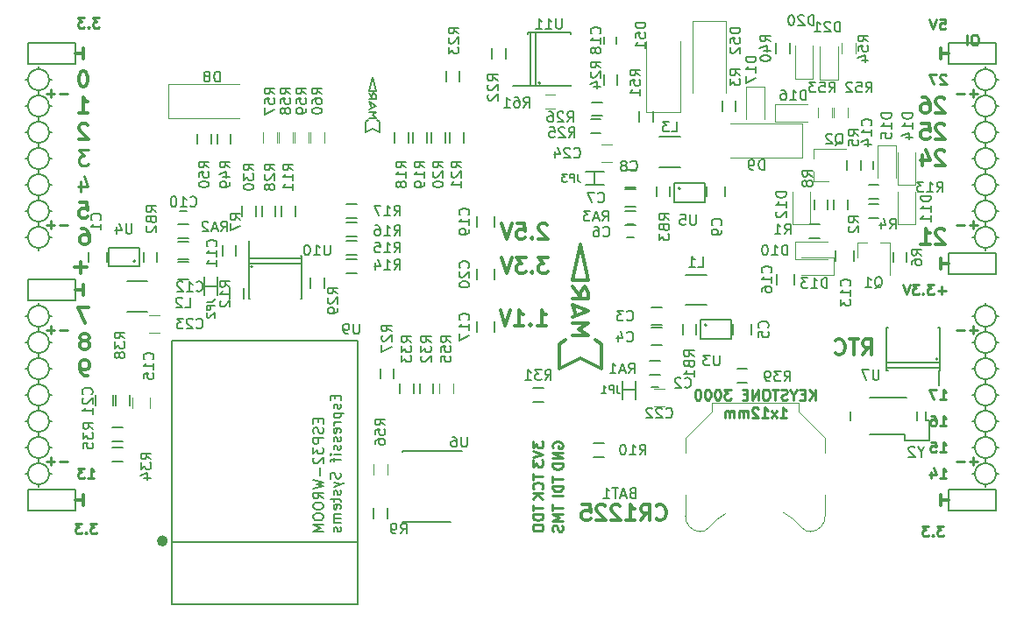
<source format=gbo>
G04 #@! TF.FileFunction,Legend,Bot*
%FSLAX46Y46*%
G04 Gerber Fmt 4.6, Leading zero omitted, Abs format (unit mm)*
G04 Created by KiCad (PCBNEW 4.0.7+dfsg1-1) date Fri Dec  8 16:06:52 2017*
%MOMM*%
%LPD*%
G01*
G04 APERTURE LIST*
%ADD10C,0.100000*%
%ADD11C,0.200000*%
%ADD12C,0.300000*%
%ADD13C,0.250000*%
%ADD14C,0.150000*%
%ADD15C,0.120000*%
%ADD16C,0.500000*%
%ADD17C,0.152400*%
G04 APERTURE END LIST*
D10*
D11*
X98926000Y-107394000D02*
X94354000Y-107394000D01*
X98926000Y-109426000D02*
X98926000Y-107394000D01*
X94354000Y-109426000D02*
X98926000Y-109426000D01*
X94354000Y-107394000D02*
X94354000Y-109426000D01*
X187826000Y-107394000D02*
X183254000Y-107394000D01*
X187826000Y-109426000D02*
X187826000Y-107394000D01*
X183254000Y-109426000D02*
X187826000Y-109426000D01*
X183254000Y-107394000D02*
X183254000Y-109426000D01*
X187826000Y-84534000D02*
X183254000Y-84534000D01*
X187826000Y-86566000D02*
X187826000Y-84534000D01*
X183254000Y-86566000D02*
X187826000Y-86566000D01*
X183254000Y-84534000D02*
X183254000Y-86566000D01*
X187826000Y-64214000D02*
X183254000Y-64214000D01*
X187826000Y-66246000D02*
X187826000Y-64214000D01*
X183254000Y-66246000D02*
X187826000Y-66246000D01*
X183254000Y-64214000D02*
X183254000Y-66246000D01*
X98926000Y-64214000D02*
X94354000Y-64214000D01*
X98926000Y-66246000D02*
X98926000Y-64214000D01*
X94354000Y-66246000D02*
X98926000Y-66246000D01*
X94354000Y-64214000D02*
X94354000Y-66246000D01*
X98926000Y-87074000D02*
X94354000Y-87074000D01*
X98926000Y-89106000D02*
X98926000Y-87074000D01*
X94354000Y-89106000D02*
X98926000Y-89106000D01*
X94354000Y-87074000D02*
X94354000Y-89106000D01*
D12*
X182872857Y-82331429D02*
X182801428Y-82260000D01*
X182658571Y-82188571D01*
X182301428Y-82188571D01*
X182158571Y-82260000D01*
X182087142Y-82331429D01*
X182015714Y-82474286D01*
X182015714Y-82617143D01*
X182087142Y-82831429D01*
X182944285Y-83688571D01*
X182015714Y-83688571D01*
X180587143Y-83688571D02*
X181444286Y-83688571D01*
X181015714Y-83688571D02*
X181015714Y-82188571D01*
X181158571Y-82402857D01*
X181301429Y-82545714D01*
X181444286Y-82617143D01*
X182872857Y-74711429D02*
X182801428Y-74640000D01*
X182658571Y-74568571D01*
X182301428Y-74568571D01*
X182158571Y-74640000D01*
X182087142Y-74711429D01*
X182015714Y-74854286D01*
X182015714Y-74997143D01*
X182087142Y-75211429D01*
X182944285Y-76068571D01*
X182015714Y-76068571D01*
X180730000Y-75068571D02*
X180730000Y-76068571D01*
X181087143Y-74497143D02*
X181444286Y-75568571D01*
X180515714Y-75568571D01*
X182872857Y-72171429D02*
X182801428Y-72100000D01*
X182658571Y-72028571D01*
X182301428Y-72028571D01*
X182158571Y-72100000D01*
X182087142Y-72171429D01*
X182015714Y-72314286D01*
X182015714Y-72457143D01*
X182087142Y-72671429D01*
X182944285Y-73528571D01*
X182015714Y-73528571D01*
X180658571Y-72028571D02*
X181372857Y-72028571D01*
X181444286Y-72742857D01*
X181372857Y-72671429D01*
X181230000Y-72600000D01*
X180872857Y-72600000D01*
X180730000Y-72671429D01*
X180658571Y-72742857D01*
X180587143Y-72885714D01*
X180587143Y-73242857D01*
X180658571Y-73385714D01*
X180730000Y-73457143D01*
X180872857Y-73528571D01*
X181230000Y-73528571D01*
X181372857Y-73457143D01*
X181444286Y-73385714D01*
D13*
X186032000Y-91971429D02*
X185270095Y-91971429D01*
X185651047Y-92352381D02*
X185651047Y-91590476D01*
X184793905Y-91971429D02*
X184032000Y-91971429D01*
X186032000Y-69111429D02*
X185270095Y-69111429D01*
X185651047Y-69492381D02*
X185651047Y-68730476D01*
X184793905Y-69111429D02*
X184032000Y-69111429D01*
X186032000Y-81811429D02*
X185270095Y-81811429D01*
X185651047Y-82192381D02*
X185651047Y-81430476D01*
X184793905Y-81811429D02*
X184032000Y-81811429D01*
X186032000Y-104671429D02*
X185270095Y-104671429D01*
X185651047Y-105052381D02*
X185651047Y-104290476D01*
X184793905Y-104671429D02*
X184032000Y-104671429D01*
X98148000Y-104671429D02*
X97386095Y-104671429D01*
X96909905Y-104671429D02*
X96148000Y-104671429D01*
X96528952Y-105052381D02*
X96528952Y-104290476D01*
X98148000Y-91971429D02*
X97386095Y-91971429D01*
X96909905Y-91971429D02*
X96148000Y-91971429D01*
X96528952Y-92352381D02*
X96528952Y-91590476D01*
X98148000Y-81811429D02*
X97386095Y-81811429D01*
X96909905Y-81811429D02*
X96148000Y-81811429D01*
X96528952Y-82192381D02*
X96528952Y-81430476D01*
X98148000Y-69111429D02*
X97386095Y-69111429D01*
X96909905Y-69111429D02*
X96148000Y-69111429D01*
X96528952Y-69492381D02*
X96528952Y-68730476D01*
X185873333Y-63412381D02*
X185682856Y-63412381D01*
X185587618Y-63460000D01*
X185492380Y-63555238D01*
X185444761Y-63745714D01*
X185444761Y-64079048D01*
X185492380Y-64269524D01*
X185587618Y-64364762D01*
X185682856Y-64412381D01*
X185873333Y-64412381D01*
X185968571Y-64364762D01*
X186063809Y-64269524D01*
X186111428Y-64079048D01*
X186111428Y-63745714D01*
X186063809Y-63555238D01*
X185968571Y-63460000D01*
X185873333Y-63412381D01*
X185016190Y-64412381D02*
X185016190Y-63412381D01*
D12*
X182492000Y-107902000D02*
X182492000Y-108918000D01*
X183254000Y-108410000D02*
X182492000Y-108410000D01*
D11*
X95370000Y-96726000D02*
X95370000Y-97234000D01*
X96386000Y-95710000D02*
X96640000Y-95710000D01*
X94354000Y-95710000D02*
X94100000Y-95710000D01*
X187826000Y-98250000D02*
X188080000Y-98250000D01*
X187826000Y-83010000D02*
X188080000Y-83010000D01*
X95370000Y-107140000D02*
X95370000Y-106886000D01*
X96386000Y-105870000D02*
X96640000Y-105870000D01*
X94354000Y-105870000D02*
X94100000Y-105870000D01*
X94354000Y-103330000D02*
X94100000Y-103330000D01*
X95370000Y-104346000D02*
X95370000Y-104854000D01*
X96386000Y-103330000D02*
X96640000Y-103330000D01*
X94354000Y-100790000D02*
X94100000Y-100790000D01*
X95370000Y-102314000D02*
X95370000Y-101806000D01*
X96386000Y-100790000D02*
X96640000Y-100790000D01*
X95370000Y-99266000D02*
X95370000Y-99774000D01*
X94354000Y-98250000D02*
X94100000Y-98250000D01*
X96386000Y-98250000D02*
X96640000Y-98250000D01*
X95370000Y-94186000D02*
X95370000Y-94694000D01*
X96386000Y-93170000D02*
X96640000Y-93170000D01*
X94354000Y-93170000D02*
X94100000Y-93170000D01*
X94354000Y-90630000D02*
X94100000Y-90630000D01*
X95370000Y-91646000D02*
X95370000Y-92154000D01*
X96640000Y-90630000D02*
X96386000Y-90630000D01*
X95370000Y-89360000D02*
X95370000Y-89614000D01*
X94354000Y-83010000D02*
X94100000Y-83010000D01*
X95370000Y-84280000D02*
X95370000Y-84026000D01*
X96386000Y-83010000D02*
X96640000Y-83010000D01*
X95370000Y-81486000D02*
X95370000Y-81994000D01*
X94354000Y-80470000D02*
X94100000Y-80470000D01*
X96640000Y-80470000D02*
X96386000Y-80470000D01*
X95370000Y-78946000D02*
X95370000Y-79454000D01*
X96386000Y-77930000D02*
X96640000Y-77930000D01*
X94354000Y-77930000D02*
X94100000Y-77930000D01*
X95370000Y-76406000D02*
X95370000Y-76914000D01*
X94354000Y-75390000D02*
X94100000Y-75390000D01*
X96386000Y-75390000D02*
X96640000Y-75390000D01*
X95370000Y-73866000D02*
X95370000Y-74374000D01*
X96386000Y-72850000D02*
X96640000Y-72850000D01*
X94100000Y-72850000D02*
X94354000Y-72850000D01*
X94354000Y-70310000D02*
X94100000Y-70310000D01*
X96640000Y-70310000D02*
X96386000Y-70310000D01*
X95370000Y-71326000D02*
X95370000Y-71834000D01*
X95370000Y-68786000D02*
X95370000Y-69294000D01*
X96386000Y-67770000D02*
X96640000Y-67770000D01*
X94354000Y-67770000D02*
X94100000Y-67770000D01*
X95370000Y-66500000D02*
X95370000Y-66754000D01*
X187826000Y-105870000D02*
X188080000Y-105870000D01*
X186810000Y-107140000D02*
X186810000Y-106886000D01*
X185540000Y-105870000D02*
X185794000Y-105870000D01*
X186810000Y-104346000D02*
X186810000Y-104854000D01*
X187826000Y-103330000D02*
X188080000Y-103330000D01*
X185540000Y-103330000D02*
X185794000Y-103330000D01*
X186810000Y-101806000D02*
X186810000Y-102314000D01*
X187826000Y-100790000D02*
X188080000Y-100790000D01*
X185540000Y-100790000D02*
X185794000Y-100790000D01*
X186810000Y-99266000D02*
X186810000Y-99774000D01*
X185540000Y-98250000D02*
X185794000Y-98250000D01*
X186810000Y-97234000D02*
X186810000Y-96726000D01*
X187826000Y-95710000D02*
X188080000Y-95710000D01*
X185540000Y-95710000D02*
X185794000Y-95710000D01*
X186810000Y-94694000D02*
X186810000Y-94186000D01*
X187826000Y-93170000D02*
X188080000Y-93170000D01*
X185540000Y-93170000D02*
X185794000Y-93170000D01*
X186810000Y-92154000D02*
X186810000Y-91646000D01*
X187826000Y-90630000D02*
X188080000Y-90630000D01*
X185540000Y-90630000D02*
X185794000Y-90630000D01*
X186810000Y-89360000D02*
X186810000Y-89614000D01*
X186810000Y-84280000D02*
X186810000Y-84026000D01*
X185540000Y-83010000D02*
X185794000Y-83010000D01*
X186810000Y-81994000D02*
X186810000Y-81486000D01*
X185794000Y-80470000D02*
X185540000Y-80470000D01*
X187826000Y-80470000D02*
X188080000Y-80470000D01*
X186810000Y-78946000D02*
X186810000Y-79454000D01*
X185794000Y-77930000D02*
X185540000Y-77930000D01*
X187826000Y-77930000D02*
X188080000Y-77930000D01*
X186810000Y-76406000D02*
X186810000Y-76914000D01*
X186810000Y-73866000D02*
X186810000Y-74374000D01*
X185794000Y-75390000D02*
X185540000Y-75390000D01*
X187826000Y-75390000D02*
X188080000Y-75390000D01*
X187826000Y-72850000D02*
X188080000Y-72850000D01*
X185540000Y-72850000D02*
X185794000Y-72850000D01*
X186810000Y-71834000D02*
X186810000Y-71326000D01*
X187826000Y-70310000D02*
X188080000Y-70310000D01*
X185540000Y-70310000D02*
X185794000Y-70310000D01*
X187826000Y-67770000D02*
X188080000Y-67770000D01*
X186810000Y-68786000D02*
X186810000Y-69294000D01*
X185540000Y-67770000D02*
X185794000Y-67770000D01*
X186810000Y-66500000D02*
X186810000Y-66754000D01*
X187826000Y-67770000D02*
G75*
G03X187826000Y-67770000I-1016000J0D01*
G01*
X187826000Y-70310000D02*
G75*
G03X187826000Y-70310000I-1016000J0D01*
G01*
X187826000Y-72850000D02*
G75*
G03X187826000Y-72850000I-1016000J0D01*
G01*
X187826000Y-75390000D02*
G75*
G03X187826000Y-75390000I-1016000J0D01*
G01*
X187826000Y-77930000D02*
G75*
G03X187826000Y-77930000I-1016000J0D01*
G01*
X187826000Y-80470000D02*
G75*
G03X187826000Y-80470000I-1016000J0D01*
G01*
X187826000Y-83010000D02*
G75*
G03X187826000Y-83010000I-1016000J0D01*
G01*
X187826000Y-90630000D02*
G75*
G03X187826000Y-90630000I-1016000J0D01*
G01*
X187826000Y-93170000D02*
G75*
G03X187826000Y-93170000I-1016000J0D01*
G01*
X187826000Y-95710000D02*
G75*
G03X187826000Y-95710000I-1016000J0D01*
G01*
X187826000Y-98250000D02*
G75*
G03X187826000Y-98250000I-1016000J0D01*
G01*
X187826000Y-100790000D02*
G75*
G03X187826000Y-100790000I-1016000J0D01*
G01*
X187826000Y-103330000D02*
G75*
G03X187826000Y-103330000I-1016000J0D01*
G01*
X187826000Y-105870000D02*
G75*
G03X187826000Y-105870000I-1016000J0D01*
G01*
X96386000Y-105870000D02*
G75*
G03X96386000Y-105870000I-1016000J0D01*
G01*
X96386000Y-103330000D02*
G75*
G03X96386000Y-103330000I-1016000J0D01*
G01*
X96386000Y-100790000D02*
G75*
G03X96386000Y-100790000I-1016000J0D01*
G01*
X96386000Y-98250000D02*
G75*
G03X96386000Y-98250000I-1016000J0D01*
G01*
X96386000Y-95710000D02*
G75*
G03X96386000Y-95710000I-1016000J0D01*
G01*
X96386000Y-93170000D02*
G75*
G03X96386000Y-93170000I-1016000J0D01*
G01*
X96386000Y-90630000D02*
G75*
G03X96386000Y-90630000I-1016000J0D01*
G01*
X96386000Y-83010000D02*
G75*
G03X96386000Y-83010000I-1016000J0D01*
G01*
X96386000Y-80470000D02*
G75*
G03X96386000Y-80470000I-1016000J0D01*
G01*
X96386000Y-77930000D02*
G75*
G03X96386000Y-77930000I-1016000J0D01*
G01*
X96386000Y-75390000D02*
G75*
G03X96386000Y-75390000I-1016000J0D01*
G01*
X96386000Y-72850000D02*
G75*
G03X96386000Y-72850000I-1016000J0D01*
G01*
X96386000Y-70310000D02*
G75*
G03X96386000Y-70310000I-1016000J0D01*
G01*
X96386000Y-67770000D02*
G75*
G03X96386000Y-67770000I-1016000J0D01*
G01*
D13*
X182428476Y-61888381D02*
X182904667Y-61888381D01*
X182952286Y-62364571D01*
X182904667Y-62316952D01*
X182809429Y-62269333D01*
X182571333Y-62269333D01*
X182476095Y-62316952D01*
X182428476Y-62364571D01*
X182380857Y-62459810D01*
X182380857Y-62697905D01*
X182428476Y-62793143D01*
X182476095Y-62840762D01*
X182571333Y-62888381D01*
X182809429Y-62888381D01*
X182904667Y-62840762D01*
X182952286Y-62793143D01*
X182095143Y-61888381D02*
X181761810Y-62888381D01*
X181428476Y-61888381D01*
D12*
X182492000Y-64722000D02*
X182492000Y-65738000D01*
X183254000Y-65230000D02*
X182492000Y-65230000D01*
D13*
X182999905Y-67317619D02*
X182952286Y-67270000D01*
X182857048Y-67222381D01*
X182618952Y-67222381D01*
X182523714Y-67270000D01*
X182476095Y-67317619D01*
X182428476Y-67412857D01*
X182428476Y-67508095D01*
X182476095Y-67650952D01*
X183047524Y-68222381D01*
X182428476Y-68222381D01*
X182095143Y-67222381D02*
X181428476Y-67222381D01*
X181857048Y-68222381D01*
D12*
X182872857Y-69631429D02*
X182801428Y-69560000D01*
X182658571Y-69488571D01*
X182301428Y-69488571D01*
X182158571Y-69560000D01*
X182087142Y-69631429D01*
X182015714Y-69774286D01*
X182015714Y-69917143D01*
X182087142Y-70131429D01*
X182944285Y-70988571D01*
X182015714Y-70988571D01*
X180730000Y-69488571D02*
X181015714Y-69488571D01*
X181158571Y-69560000D01*
X181230000Y-69631429D01*
X181372857Y-69845714D01*
X181444286Y-70131429D01*
X181444286Y-70702857D01*
X181372857Y-70845714D01*
X181301429Y-70917143D01*
X181158571Y-70988571D01*
X180872857Y-70988571D01*
X180730000Y-70917143D01*
X180658571Y-70845714D01*
X180587143Y-70702857D01*
X180587143Y-70345714D01*
X180658571Y-70202857D01*
X180730000Y-70131429D01*
X180872857Y-70060000D01*
X181158571Y-70060000D01*
X181301429Y-70131429D01*
X181372857Y-70202857D01*
X181444286Y-70345714D01*
X182492000Y-85042000D02*
X182492000Y-86058000D01*
X183254000Y-85550000D02*
X182492000Y-85550000D01*
D13*
X182968000Y-88161429D02*
X182206095Y-88161429D01*
X182587047Y-88542381D02*
X182587047Y-87780476D01*
X181825143Y-87542381D02*
X181206095Y-87542381D01*
X181539429Y-87923333D01*
X181396571Y-87923333D01*
X181301333Y-87970952D01*
X181253714Y-88018571D01*
X181206095Y-88113810D01*
X181206095Y-88351905D01*
X181253714Y-88447143D01*
X181301333Y-88494762D01*
X181396571Y-88542381D01*
X181682286Y-88542381D01*
X181777524Y-88494762D01*
X181825143Y-88447143D01*
X180777524Y-88447143D02*
X180729905Y-88494762D01*
X180777524Y-88542381D01*
X180825143Y-88494762D01*
X180777524Y-88447143D01*
X180777524Y-88542381D01*
X180396572Y-87542381D02*
X179777524Y-87542381D01*
X180110858Y-87923333D01*
X179968000Y-87923333D01*
X179872762Y-87970952D01*
X179825143Y-88018571D01*
X179777524Y-88113810D01*
X179777524Y-88351905D01*
X179825143Y-88447143D01*
X179872762Y-88494762D01*
X179968000Y-88542381D01*
X180253715Y-88542381D01*
X180348953Y-88494762D01*
X180396572Y-88447143D01*
X179491810Y-87542381D02*
X179158477Y-88542381D01*
X178825143Y-87542381D01*
X182428476Y-98702381D02*
X182999905Y-98702381D01*
X182714191Y-98702381D02*
X182714191Y-97702381D01*
X182809429Y-97845238D01*
X182904667Y-97940476D01*
X182999905Y-97988095D01*
X182095143Y-97702381D02*
X181428476Y-97702381D01*
X181857048Y-98702381D01*
X182428476Y-101242381D02*
X182999905Y-101242381D01*
X182714191Y-101242381D02*
X182714191Y-100242381D01*
X182809429Y-100385238D01*
X182904667Y-100480476D01*
X182999905Y-100528095D01*
X181571333Y-100242381D02*
X181761810Y-100242381D01*
X181857048Y-100290000D01*
X181904667Y-100337619D01*
X181999905Y-100480476D01*
X182047524Y-100670952D01*
X182047524Y-101051905D01*
X181999905Y-101147143D01*
X181952286Y-101194762D01*
X181857048Y-101242381D01*
X181666571Y-101242381D01*
X181571333Y-101194762D01*
X181523714Y-101147143D01*
X181476095Y-101051905D01*
X181476095Y-100813810D01*
X181523714Y-100718571D01*
X181571333Y-100670952D01*
X181666571Y-100623333D01*
X181857048Y-100623333D01*
X181952286Y-100670952D01*
X181999905Y-100718571D01*
X182047524Y-100813810D01*
X182428476Y-103782381D02*
X182999905Y-103782381D01*
X182714191Y-103782381D02*
X182714191Y-102782381D01*
X182809429Y-102925238D01*
X182904667Y-103020476D01*
X182999905Y-103068095D01*
X181523714Y-102782381D02*
X181999905Y-102782381D01*
X182047524Y-103258571D01*
X181999905Y-103210952D01*
X181904667Y-103163333D01*
X181666571Y-103163333D01*
X181571333Y-103210952D01*
X181523714Y-103258571D01*
X181476095Y-103353810D01*
X181476095Y-103591905D01*
X181523714Y-103687143D01*
X181571333Y-103734762D01*
X181666571Y-103782381D01*
X181904667Y-103782381D01*
X181999905Y-103734762D01*
X182047524Y-103687143D01*
X182428476Y-106322381D02*
X182999905Y-106322381D01*
X182714191Y-106322381D02*
X182714191Y-105322381D01*
X182809429Y-105465238D01*
X182904667Y-105560476D01*
X182999905Y-105608095D01*
X181571333Y-105655714D02*
X181571333Y-106322381D01*
X181809429Y-105274762D02*
X182047524Y-105989048D01*
X181428476Y-105989048D01*
X182777619Y-110910381D02*
X182158571Y-110910381D01*
X182491905Y-111291333D01*
X182349047Y-111291333D01*
X182253809Y-111338952D01*
X182206190Y-111386571D01*
X182158571Y-111481810D01*
X182158571Y-111719905D01*
X182206190Y-111815143D01*
X182253809Y-111862762D01*
X182349047Y-111910381D01*
X182634762Y-111910381D01*
X182730000Y-111862762D01*
X182777619Y-111815143D01*
X181730000Y-111815143D02*
X181682381Y-111862762D01*
X181730000Y-111910381D01*
X181777619Y-111862762D01*
X181730000Y-111815143D01*
X181730000Y-111910381D01*
X181349048Y-110910381D02*
X180730000Y-110910381D01*
X181063334Y-111291333D01*
X180920476Y-111291333D01*
X180825238Y-111338952D01*
X180777619Y-111386571D01*
X180730000Y-111481810D01*
X180730000Y-111719905D01*
X180777619Y-111815143D01*
X180825238Y-111862762D01*
X180920476Y-111910381D01*
X181206191Y-111910381D01*
X181301429Y-111862762D01*
X181349048Y-111815143D01*
D12*
X99688000Y-108918000D02*
X99688000Y-107902000D01*
X98926000Y-108410000D02*
X99688000Y-108410000D01*
X99688000Y-88598000D02*
X99688000Y-87582000D01*
X98926000Y-88090000D02*
X99688000Y-88090000D01*
X99688000Y-64722000D02*
X99688000Y-65738000D01*
X98926000Y-65230000D02*
X99688000Y-65230000D01*
D13*
X100989619Y-110656381D02*
X100370571Y-110656381D01*
X100703905Y-111037333D01*
X100561047Y-111037333D01*
X100465809Y-111084952D01*
X100418190Y-111132571D01*
X100370571Y-111227810D01*
X100370571Y-111465905D01*
X100418190Y-111561143D01*
X100465809Y-111608762D01*
X100561047Y-111656381D01*
X100846762Y-111656381D01*
X100942000Y-111608762D01*
X100989619Y-111561143D01*
X99942000Y-111561143D02*
X99894381Y-111608762D01*
X99942000Y-111656381D01*
X99989619Y-111608762D01*
X99942000Y-111561143D01*
X99942000Y-111656381D01*
X99561048Y-110656381D02*
X98942000Y-110656381D01*
X99275334Y-111037333D01*
X99132476Y-111037333D01*
X99037238Y-111084952D01*
X98989619Y-111132571D01*
X98942000Y-111227810D01*
X98942000Y-111465905D01*
X98989619Y-111561143D01*
X99037238Y-111608762D01*
X99132476Y-111656381D01*
X99418191Y-111656381D01*
X99513429Y-111608762D01*
X99561048Y-111561143D01*
X100132476Y-106322381D02*
X100703905Y-106322381D01*
X100418191Y-106322381D02*
X100418191Y-105322381D01*
X100513429Y-105465238D01*
X100608667Y-105560476D01*
X100703905Y-105608095D01*
X99799143Y-105322381D02*
X99180095Y-105322381D01*
X99513429Y-105703333D01*
X99370571Y-105703333D01*
X99275333Y-105750952D01*
X99227714Y-105798571D01*
X99180095Y-105893810D01*
X99180095Y-106131905D01*
X99227714Y-106227143D01*
X99275333Y-106274762D01*
X99370571Y-106322381D01*
X99656286Y-106322381D01*
X99751524Y-106274762D01*
X99799143Y-106227143D01*
D12*
X100100714Y-96388571D02*
X99814999Y-96388571D01*
X99672142Y-96317143D01*
X99600714Y-96245714D01*
X99457856Y-96031429D01*
X99386428Y-95745714D01*
X99386428Y-95174286D01*
X99457856Y-95031429D01*
X99529285Y-94960000D01*
X99672142Y-94888571D01*
X99957856Y-94888571D01*
X100100714Y-94960000D01*
X100172142Y-95031429D01*
X100243571Y-95174286D01*
X100243571Y-95531429D01*
X100172142Y-95674286D01*
X100100714Y-95745714D01*
X99957856Y-95817143D01*
X99672142Y-95817143D01*
X99529285Y-95745714D01*
X99457856Y-95674286D01*
X99386428Y-95531429D01*
X99957856Y-92991429D02*
X100100714Y-92920000D01*
X100172142Y-92848571D01*
X100243571Y-92705714D01*
X100243571Y-92634286D01*
X100172142Y-92491429D01*
X100100714Y-92420000D01*
X99957856Y-92348571D01*
X99672142Y-92348571D01*
X99529285Y-92420000D01*
X99457856Y-92491429D01*
X99386428Y-92634286D01*
X99386428Y-92705714D01*
X99457856Y-92848571D01*
X99529285Y-92920000D01*
X99672142Y-92991429D01*
X99957856Y-92991429D01*
X100100714Y-93062857D01*
X100172142Y-93134286D01*
X100243571Y-93277143D01*
X100243571Y-93562857D01*
X100172142Y-93705714D01*
X100100714Y-93777143D01*
X99957856Y-93848571D01*
X99672142Y-93848571D01*
X99529285Y-93777143D01*
X99457856Y-93705714D01*
X99386428Y-93562857D01*
X99386428Y-93277143D01*
X99457856Y-93134286D01*
X99529285Y-93062857D01*
X99672142Y-92991429D01*
X100187999Y-89808571D02*
X99187999Y-89808571D01*
X99830856Y-91308571D01*
X100005428Y-85911143D02*
X98862571Y-85911143D01*
X99434000Y-86482571D02*
X99434000Y-85339714D01*
X99529285Y-82188571D02*
X99814999Y-82188571D01*
X99957856Y-82260000D01*
X100029285Y-82331429D01*
X100172142Y-82545714D01*
X100243571Y-82831429D01*
X100243571Y-83402857D01*
X100172142Y-83545714D01*
X100100714Y-83617143D01*
X99957856Y-83688571D01*
X99672142Y-83688571D01*
X99529285Y-83617143D01*
X99457856Y-83545714D01*
X99386428Y-83402857D01*
X99386428Y-83045714D01*
X99457856Y-82902857D01*
X99529285Y-82831429D01*
X99672142Y-82760000D01*
X99957856Y-82760000D01*
X100100714Y-82831429D01*
X100172142Y-82902857D01*
X100243571Y-83045714D01*
X99330856Y-79648571D02*
X100045142Y-79648571D01*
X100116571Y-80362857D01*
X100045142Y-80291429D01*
X99902285Y-80220000D01*
X99545142Y-80220000D01*
X99402285Y-80291429D01*
X99330856Y-80362857D01*
X99259428Y-80505714D01*
X99259428Y-80862857D01*
X99330856Y-81005714D01*
X99402285Y-81077143D01*
X99545142Y-81148571D01*
X99902285Y-81148571D01*
X100045142Y-81077143D01*
X100116571Y-81005714D01*
D13*
X99402285Y-77608571D02*
X99402285Y-78608571D01*
X99759428Y-77037143D02*
X100116571Y-78108571D01*
X99187999Y-78108571D01*
X100187999Y-74568571D02*
X99259428Y-74568571D01*
X99759428Y-75140000D01*
X99545142Y-75140000D01*
X99402285Y-75211429D01*
X99330856Y-75282857D01*
X99259428Y-75425714D01*
X99259428Y-75782857D01*
X99330856Y-75925714D01*
X99402285Y-75997143D01*
X99545142Y-76068571D01*
X99973714Y-76068571D01*
X100116571Y-75997143D01*
X100187999Y-75925714D01*
D12*
X100116571Y-72171429D02*
X100045142Y-72100000D01*
X99902285Y-72028571D01*
X99545142Y-72028571D01*
X99402285Y-72100000D01*
X99330856Y-72171429D01*
X99259428Y-72314286D01*
X99259428Y-72457143D01*
X99330856Y-72671429D01*
X100187999Y-73528571D01*
X99259428Y-73528571D01*
X99259428Y-70988571D02*
X100116571Y-70988571D01*
X99687999Y-70988571D02*
X99687999Y-69488571D01*
X99830856Y-69702857D01*
X99973714Y-69845714D01*
X100116571Y-69917143D01*
X99759428Y-66948571D02*
X99616571Y-66948571D01*
X99473714Y-67020000D01*
X99402285Y-67091429D01*
X99330856Y-67234286D01*
X99259428Y-67520000D01*
X99259428Y-67877143D01*
X99330856Y-68162857D01*
X99402285Y-68305714D01*
X99473714Y-68377143D01*
X99616571Y-68448571D01*
X99759428Y-68448571D01*
X99902285Y-68377143D01*
X99973714Y-68305714D01*
X100045142Y-68162857D01*
X100116571Y-67877143D01*
X100116571Y-67520000D01*
X100045142Y-67234286D01*
X99973714Y-67091429D01*
X99902285Y-67020000D01*
X99759428Y-66948571D01*
D13*
X101243619Y-61761381D02*
X100624571Y-61761381D01*
X100957905Y-62142333D01*
X100815047Y-62142333D01*
X100719809Y-62189952D01*
X100672190Y-62237571D01*
X100624571Y-62332810D01*
X100624571Y-62570905D01*
X100672190Y-62666143D01*
X100719809Y-62713762D01*
X100815047Y-62761381D01*
X101100762Y-62761381D01*
X101196000Y-62713762D01*
X101243619Y-62666143D01*
X100196000Y-62666143D02*
X100148381Y-62713762D01*
X100196000Y-62761381D01*
X100243619Y-62713762D01*
X100196000Y-62666143D01*
X100196000Y-62761381D01*
X99815048Y-61761381D02*
X99196000Y-61761381D01*
X99529334Y-62142333D01*
X99386476Y-62142333D01*
X99291238Y-62189952D01*
X99243619Y-62237571D01*
X99196000Y-62332810D01*
X99196000Y-62570905D01*
X99243619Y-62666143D01*
X99291238Y-62713762D01*
X99386476Y-62761381D01*
X99672191Y-62761381D01*
X99767429Y-62713762D01*
X99815048Y-62666143D01*
X170370715Y-98716381D02*
X170370715Y-97716381D01*
X169799286Y-98716381D02*
X170227858Y-98144952D01*
X169799286Y-97716381D02*
X170370715Y-98287810D01*
X169370715Y-98192571D02*
X169037381Y-98192571D01*
X168894524Y-98716381D02*
X169370715Y-98716381D01*
X169370715Y-97716381D01*
X168894524Y-97716381D01*
X168275477Y-98240190D02*
X168275477Y-98716381D01*
X168608810Y-97716381D02*
X168275477Y-98240190D01*
X167942143Y-97716381D01*
X167656429Y-98668762D02*
X167513572Y-98716381D01*
X167275476Y-98716381D01*
X167180238Y-98668762D01*
X167132619Y-98621143D01*
X167085000Y-98525905D01*
X167085000Y-98430667D01*
X167132619Y-98335429D01*
X167180238Y-98287810D01*
X167275476Y-98240190D01*
X167465953Y-98192571D01*
X167561191Y-98144952D01*
X167608810Y-98097333D01*
X167656429Y-98002095D01*
X167656429Y-97906857D01*
X167608810Y-97811619D01*
X167561191Y-97764000D01*
X167465953Y-97716381D01*
X167227857Y-97716381D01*
X167085000Y-97764000D01*
X166799286Y-97716381D02*
X166227857Y-97716381D01*
X166513572Y-98716381D02*
X166513572Y-97716381D01*
X165704048Y-97716381D02*
X165513571Y-97716381D01*
X165418333Y-97764000D01*
X165323095Y-97859238D01*
X165275476Y-98049714D01*
X165275476Y-98383048D01*
X165323095Y-98573524D01*
X165418333Y-98668762D01*
X165513571Y-98716381D01*
X165704048Y-98716381D01*
X165799286Y-98668762D01*
X165894524Y-98573524D01*
X165942143Y-98383048D01*
X165942143Y-98049714D01*
X165894524Y-97859238D01*
X165799286Y-97764000D01*
X165704048Y-97716381D01*
X164846905Y-98716381D02*
X164846905Y-97716381D01*
X164275476Y-98716381D01*
X164275476Y-97716381D01*
X163799286Y-98192571D02*
X163465952Y-98192571D01*
X163323095Y-98716381D02*
X163799286Y-98716381D01*
X163799286Y-97716381D01*
X163323095Y-97716381D01*
X162227857Y-97716381D02*
X161608809Y-97716381D01*
X161942143Y-98097333D01*
X161799285Y-98097333D01*
X161704047Y-98144952D01*
X161656428Y-98192571D01*
X161608809Y-98287810D01*
X161608809Y-98525905D01*
X161656428Y-98621143D01*
X161704047Y-98668762D01*
X161799285Y-98716381D01*
X162085000Y-98716381D01*
X162180238Y-98668762D01*
X162227857Y-98621143D01*
X160989762Y-97716381D02*
X160894523Y-97716381D01*
X160799285Y-97764000D01*
X160751666Y-97811619D01*
X160704047Y-97906857D01*
X160656428Y-98097333D01*
X160656428Y-98335429D01*
X160704047Y-98525905D01*
X160751666Y-98621143D01*
X160799285Y-98668762D01*
X160894523Y-98716381D01*
X160989762Y-98716381D01*
X161085000Y-98668762D01*
X161132619Y-98621143D01*
X161180238Y-98525905D01*
X161227857Y-98335429D01*
X161227857Y-98097333D01*
X161180238Y-97906857D01*
X161132619Y-97811619D01*
X161085000Y-97764000D01*
X160989762Y-97716381D01*
X160037381Y-97716381D02*
X159942142Y-97716381D01*
X159846904Y-97764000D01*
X159799285Y-97811619D01*
X159751666Y-97906857D01*
X159704047Y-98097333D01*
X159704047Y-98335429D01*
X159751666Y-98525905D01*
X159799285Y-98621143D01*
X159846904Y-98668762D01*
X159942142Y-98716381D01*
X160037381Y-98716381D01*
X160132619Y-98668762D01*
X160180238Y-98621143D01*
X160227857Y-98525905D01*
X160275476Y-98335429D01*
X160275476Y-98097333D01*
X160227857Y-97906857D01*
X160180238Y-97811619D01*
X160132619Y-97764000D01*
X160037381Y-97716381D01*
X159085000Y-97716381D02*
X158989761Y-97716381D01*
X158894523Y-97764000D01*
X158846904Y-97811619D01*
X158799285Y-97906857D01*
X158751666Y-98097333D01*
X158751666Y-98335429D01*
X158799285Y-98525905D01*
X158846904Y-98621143D01*
X158894523Y-98668762D01*
X158989761Y-98716381D01*
X159085000Y-98716381D01*
X159180238Y-98668762D01*
X159227857Y-98621143D01*
X159275476Y-98525905D01*
X159323095Y-98335429D01*
X159323095Y-98097333D01*
X159275476Y-97906857D01*
X159227857Y-97811619D01*
X159180238Y-97764000D01*
X159085000Y-97716381D01*
X166989761Y-100466381D02*
X167561190Y-100466381D01*
X167275476Y-100466381D02*
X167275476Y-99466381D01*
X167370714Y-99609238D01*
X167465952Y-99704476D01*
X167561190Y-99752095D01*
X166656428Y-100466381D02*
X166132618Y-99799714D01*
X166656428Y-99799714D02*
X166132618Y-100466381D01*
X165227856Y-100466381D02*
X165799285Y-100466381D01*
X165513571Y-100466381D02*
X165513571Y-99466381D01*
X165608809Y-99609238D01*
X165704047Y-99704476D01*
X165799285Y-99752095D01*
X164846904Y-99561619D02*
X164799285Y-99514000D01*
X164704047Y-99466381D01*
X164465951Y-99466381D01*
X164370713Y-99514000D01*
X164323094Y-99561619D01*
X164275475Y-99656857D01*
X164275475Y-99752095D01*
X164323094Y-99894952D01*
X164894523Y-100466381D01*
X164275475Y-100466381D01*
X163846904Y-100466381D02*
X163846904Y-99799714D01*
X163846904Y-99894952D02*
X163799285Y-99847333D01*
X163704047Y-99799714D01*
X163561189Y-99799714D01*
X163465951Y-99847333D01*
X163418332Y-99942571D01*
X163418332Y-100466381D01*
X163418332Y-99942571D02*
X163370713Y-99847333D01*
X163275475Y-99799714D01*
X163132618Y-99799714D01*
X163037380Y-99847333D01*
X162989761Y-99942571D01*
X162989761Y-100466381D01*
X162513571Y-100466381D02*
X162513571Y-99799714D01*
X162513571Y-99894952D02*
X162465952Y-99847333D01*
X162370714Y-99799714D01*
X162227856Y-99799714D01*
X162132618Y-99847333D01*
X162084999Y-99942571D01*
X162084999Y-100466381D01*
X162084999Y-99942571D02*
X162037380Y-99847333D01*
X161942142Y-99799714D01*
X161799285Y-99799714D01*
X161704047Y-99847333D01*
X161656428Y-99942571D01*
X161656428Y-100466381D01*
D12*
X155027856Y-110215714D02*
X155099285Y-110287143D01*
X155313571Y-110358571D01*
X155456428Y-110358571D01*
X155670713Y-110287143D01*
X155813571Y-110144286D01*
X155884999Y-110001429D01*
X155956428Y-109715714D01*
X155956428Y-109501429D01*
X155884999Y-109215714D01*
X155813571Y-109072857D01*
X155670713Y-108930000D01*
X155456428Y-108858571D01*
X155313571Y-108858571D01*
X155099285Y-108930000D01*
X155027856Y-109001429D01*
X153527856Y-110358571D02*
X154027856Y-109644286D01*
X154384999Y-110358571D02*
X154384999Y-108858571D01*
X153813571Y-108858571D01*
X153670713Y-108930000D01*
X153599285Y-109001429D01*
X153527856Y-109144286D01*
X153527856Y-109358571D01*
X153599285Y-109501429D01*
X153670713Y-109572857D01*
X153813571Y-109644286D01*
X154384999Y-109644286D01*
X152099285Y-110358571D02*
X152956428Y-110358571D01*
X152527856Y-110358571D02*
X152527856Y-108858571D01*
X152670713Y-109072857D01*
X152813571Y-109215714D01*
X152956428Y-109287143D01*
X151527857Y-109001429D02*
X151456428Y-108930000D01*
X151313571Y-108858571D01*
X150956428Y-108858571D01*
X150813571Y-108930000D01*
X150742142Y-109001429D01*
X150670714Y-109144286D01*
X150670714Y-109287143D01*
X150742142Y-109501429D01*
X151599285Y-110358571D01*
X150670714Y-110358571D01*
X150099286Y-109001429D02*
X150027857Y-108930000D01*
X149885000Y-108858571D01*
X149527857Y-108858571D01*
X149385000Y-108930000D01*
X149313571Y-109001429D01*
X149242143Y-109144286D01*
X149242143Y-109287143D01*
X149313571Y-109501429D01*
X150170714Y-110358571D01*
X149242143Y-110358571D01*
X147885000Y-108858571D02*
X148599286Y-108858571D01*
X148670715Y-109572857D01*
X148599286Y-109501429D01*
X148456429Y-109430000D01*
X148099286Y-109430000D01*
X147956429Y-109501429D01*
X147885000Y-109572857D01*
X147813572Y-109715714D01*
X147813572Y-110072857D01*
X147885000Y-110215714D01*
X147956429Y-110287143D01*
X148099286Y-110358571D01*
X148456429Y-110358571D01*
X148599286Y-110287143D01*
X148670715Y-110215714D01*
X144502857Y-81823429D02*
X144431428Y-81752000D01*
X144288571Y-81680571D01*
X143931428Y-81680571D01*
X143788571Y-81752000D01*
X143717142Y-81823429D01*
X143645714Y-81966286D01*
X143645714Y-82109143D01*
X143717142Y-82323429D01*
X144574285Y-83180571D01*
X143645714Y-83180571D01*
X143002857Y-83037714D02*
X142931429Y-83109143D01*
X143002857Y-83180571D01*
X143074286Y-83109143D01*
X143002857Y-83037714D01*
X143002857Y-83180571D01*
X141574285Y-81680571D02*
X142288571Y-81680571D01*
X142360000Y-82394857D01*
X142288571Y-82323429D01*
X142145714Y-82252000D01*
X141788571Y-82252000D01*
X141645714Y-82323429D01*
X141574285Y-82394857D01*
X141502857Y-82537714D01*
X141502857Y-82894857D01*
X141574285Y-83037714D01*
X141645714Y-83109143D01*
X141788571Y-83180571D01*
X142145714Y-83180571D01*
X142288571Y-83109143D01*
X142360000Y-83037714D01*
X141074286Y-81680571D02*
X140574286Y-83180571D01*
X140074286Y-81680571D01*
X144574285Y-84982571D02*
X143645714Y-84982571D01*
X144145714Y-85554000D01*
X143931428Y-85554000D01*
X143788571Y-85625429D01*
X143717142Y-85696857D01*
X143645714Y-85839714D01*
X143645714Y-86196857D01*
X143717142Y-86339714D01*
X143788571Y-86411143D01*
X143931428Y-86482571D01*
X144360000Y-86482571D01*
X144502857Y-86411143D01*
X144574285Y-86339714D01*
X143002857Y-86339714D02*
X142931429Y-86411143D01*
X143002857Y-86482571D01*
X143074286Y-86411143D01*
X143002857Y-86339714D01*
X143002857Y-86482571D01*
X142431428Y-84982571D02*
X141502857Y-84982571D01*
X142002857Y-85554000D01*
X141788571Y-85554000D01*
X141645714Y-85625429D01*
X141574285Y-85696857D01*
X141502857Y-85839714D01*
X141502857Y-86196857D01*
X141574285Y-86339714D01*
X141645714Y-86411143D01*
X141788571Y-86482571D01*
X142217143Y-86482571D01*
X142360000Y-86411143D01*
X142431428Y-86339714D01*
X141074286Y-84982571D02*
X140574286Y-86482571D01*
X140074286Y-84982571D01*
X143518714Y-91562571D02*
X144375857Y-91562571D01*
X143947285Y-91562571D02*
X143947285Y-90062571D01*
X144090142Y-90276857D01*
X144233000Y-90419714D01*
X144375857Y-90491143D01*
X142875857Y-91419714D02*
X142804429Y-91491143D01*
X142875857Y-91562571D01*
X142947286Y-91491143D01*
X142875857Y-91419714D01*
X142875857Y-91562571D01*
X141375857Y-91562571D02*
X142233000Y-91562571D01*
X141804428Y-91562571D02*
X141804428Y-90062571D01*
X141947285Y-90276857D01*
X142090143Y-90419714D01*
X142233000Y-90491143D01*
X140947286Y-90062571D02*
X140447286Y-91562571D01*
X139947286Y-90062571D01*
D13*
X143082381Y-105854286D02*
X143082381Y-106425715D01*
X144082381Y-106140000D02*
X143082381Y-106140000D01*
X143987143Y-107330477D02*
X144034762Y-107282858D01*
X144082381Y-107140001D01*
X144082381Y-107044763D01*
X144034762Y-106901905D01*
X143939524Y-106806667D01*
X143844286Y-106759048D01*
X143653810Y-106711429D01*
X143510952Y-106711429D01*
X143320476Y-106759048D01*
X143225238Y-106806667D01*
X143130000Y-106901905D01*
X143082381Y-107044763D01*
X143082381Y-107140001D01*
X143130000Y-107282858D01*
X143177619Y-107330477D01*
X144082381Y-107759048D02*
X143082381Y-107759048D01*
X144082381Y-108330477D02*
X143510952Y-107901905D01*
X143082381Y-108330477D02*
X143653810Y-107759048D01*
X143082381Y-102726905D02*
X143082381Y-103345953D01*
X143463333Y-103012619D01*
X143463333Y-103155477D01*
X143510952Y-103250715D01*
X143558571Y-103298334D01*
X143653810Y-103345953D01*
X143891905Y-103345953D01*
X143987143Y-103298334D01*
X144034762Y-103250715D01*
X144082381Y-103155477D01*
X144082381Y-102869762D01*
X144034762Y-102774524D01*
X143987143Y-102726905D01*
X143082381Y-103631667D02*
X144082381Y-103965000D01*
X143082381Y-104298334D01*
X143082381Y-104536429D02*
X143082381Y-105155477D01*
X143463333Y-104822143D01*
X143463333Y-104965001D01*
X143510952Y-105060239D01*
X143558571Y-105107858D01*
X143653810Y-105155477D01*
X143891905Y-105155477D01*
X143987143Y-105107858D01*
X144034762Y-105060239D01*
X144082381Y-104965001D01*
X144082381Y-104679286D01*
X144034762Y-104584048D01*
X143987143Y-104536429D01*
X143082381Y-108878476D02*
X143082381Y-109449905D01*
X144082381Y-109164190D02*
X143082381Y-109164190D01*
X144082381Y-109783238D02*
X143082381Y-109783238D01*
X143082381Y-110021333D01*
X143130000Y-110164191D01*
X143225238Y-110259429D01*
X143320476Y-110307048D01*
X143510952Y-110354667D01*
X143653810Y-110354667D01*
X143844286Y-110307048D01*
X143939524Y-110259429D01*
X144034762Y-110164191D01*
X144082381Y-110021333D01*
X144082381Y-109783238D01*
X143082381Y-110973714D02*
X143082381Y-111164191D01*
X143130000Y-111259429D01*
X143225238Y-111354667D01*
X143415714Y-111402286D01*
X143749048Y-111402286D01*
X143939524Y-111354667D01*
X144034762Y-111259429D01*
X144082381Y-111164191D01*
X144082381Y-110973714D01*
X144034762Y-110878476D01*
X143939524Y-110783238D01*
X143749048Y-110735619D01*
X143415714Y-110735619D01*
X143225238Y-110783238D01*
X143130000Y-110878476D01*
X143082381Y-110973714D01*
X145035000Y-103330096D02*
X144987381Y-103234858D01*
X144987381Y-103092001D01*
X145035000Y-102949143D01*
X145130238Y-102853905D01*
X145225476Y-102806286D01*
X145415952Y-102758667D01*
X145558810Y-102758667D01*
X145749286Y-102806286D01*
X145844524Y-102853905D01*
X145939762Y-102949143D01*
X145987381Y-103092001D01*
X145987381Y-103187239D01*
X145939762Y-103330096D01*
X145892143Y-103377715D01*
X145558810Y-103377715D01*
X145558810Y-103187239D01*
X145987381Y-103806286D02*
X144987381Y-103806286D01*
X145987381Y-104377715D01*
X144987381Y-104377715D01*
X145987381Y-104853905D02*
X144987381Y-104853905D01*
X144987381Y-105092000D01*
X145035000Y-105234858D01*
X145130238Y-105330096D01*
X145225476Y-105377715D01*
X145415952Y-105425334D01*
X145558810Y-105425334D01*
X145749286Y-105377715D01*
X145844524Y-105330096D01*
X145939762Y-105234858D01*
X145987381Y-105092000D01*
X145987381Y-104853905D01*
X144987381Y-106116191D02*
X144987381Y-106687620D01*
X145987381Y-106401905D02*
X144987381Y-106401905D01*
X145987381Y-107020953D02*
X144987381Y-107020953D01*
X144987381Y-107259048D01*
X145035000Y-107401906D01*
X145130238Y-107497144D01*
X145225476Y-107544763D01*
X145415952Y-107592382D01*
X145558810Y-107592382D01*
X145749286Y-107544763D01*
X145844524Y-107497144D01*
X145939762Y-107401906D01*
X145987381Y-107259048D01*
X145987381Y-107020953D01*
X145987381Y-108020953D02*
X144987381Y-108020953D01*
X144987381Y-108854667D02*
X144987381Y-109426096D01*
X145987381Y-109140381D02*
X144987381Y-109140381D01*
X145987381Y-109759429D02*
X144987381Y-109759429D01*
X145701667Y-110092763D01*
X144987381Y-110426096D01*
X145987381Y-110426096D01*
X145939762Y-110854667D02*
X145987381Y-110997524D01*
X145987381Y-111235620D01*
X145939762Y-111330858D01*
X145892143Y-111378477D01*
X145796905Y-111426096D01*
X145701667Y-111426096D01*
X145606429Y-111378477D01*
X145558810Y-111330858D01*
X145511190Y-111235620D01*
X145463571Y-111045143D01*
X145415952Y-110949905D01*
X145368333Y-110902286D01*
X145273095Y-110854667D01*
X145177857Y-110854667D01*
X145082619Y-110902286D01*
X145035000Y-110949905D01*
X144987381Y-111045143D01*
X144987381Y-111283239D01*
X145035000Y-111426096D01*
D12*
X174967142Y-94356571D02*
X175467142Y-93642286D01*
X175824285Y-94356571D02*
X175824285Y-92856571D01*
X175252857Y-92856571D01*
X175109999Y-92928000D01*
X175038571Y-92999429D01*
X174967142Y-93142286D01*
X174967142Y-93356571D01*
X175038571Y-93499429D01*
X175109999Y-93570857D01*
X175252857Y-93642286D01*
X175824285Y-93642286D01*
X174538571Y-92856571D02*
X173681428Y-92856571D01*
X174109999Y-94356571D02*
X174109999Y-92856571D01*
X172324285Y-94213714D02*
X172395714Y-94285143D01*
X172610000Y-94356571D01*
X172752857Y-94356571D01*
X172967142Y-94285143D01*
X173110000Y-94142286D01*
X173181428Y-93999429D01*
X173252857Y-93713714D01*
X173252857Y-93499429D01*
X173181428Y-93213714D01*
X173110000Y-93070857D01*
X172967142Y-92928000D01*
X172752857Y-92856571D01*
X172610000Y-92856571D01*
X172395714Y-92928000D01*
X172324285Y-92999429D01*
D14*
X102823000Y-98258000D02*
X102823000Y-99258000D01*
X104173000Y-99258000D02*
X104173000Y-98258000D01*
X151758000Y-97742000D02*
X153028000Y-97742000D01*
X153028000Y-96853000D02*
X153028000Y-98631000D01*
X151758000Y-96853000D02*
X151758000Y-98631000D01*
D15*
X157345000Y-70900000D02*
X154045000Y-70900000D01*
X154045000Y-70900000D02*
X154045000Y-64000000D01*
X157345000Y-70900000D02*
X157345000Y-64000000D01*
D14*
X153369000Y-70826000D02*
X153369000Y-71826000D01*
X154719000Y-71826000D02*
X154719000Y-70826000D01*
X157870000Y-89565000D02*
X159870000Y-89565000D01*
X159870000Y-86615000D02*
X157870000Y-86615000D01*
X159886803Y-91500000D02*
G75*
G03X159886803Y-91500000I-111803J0D01*
G01*
X159275000Y-92800000D02*
X162275000Y-92800000D01*
X162275000Y-92800000D02*
X162275000Y-91000000D01*
X162275000Y-91000000D02*
X159275000Y-91000000D01*
X159275000Y-91000000D02*
X159275000Y-92800000D01*
X105895000Y-87250000D02*
X103895000Y-87250000D01*
X103895000Y-90200000D02*
X105895000Y-90200000D01*
X104736803Y-85315000D02*
G75*
G03X104736803Y-85315000I-111803J0D01*
G01*
X105125000Y-84015000D02*
X102125000Y-84015000D01*
X102125000Y-84015000D02*
X102125000Y-85815000D01*
X102125000Y-85815000D02*
X105125000Y-85815000D01*
X105125000Y-85815000D02*
X105125000Y-84015000D01*
X155330000Y-76230000D02*
X157330000Y-76230000D01*
X157330000Y-73280000D02*
X155330000Y-73280000D01*
X157346803Y-78292000D02*
G75*
G03X157346803Y-78292000I-111803J0D01*
G01*
X156735000Y-79592000D02*
X159735000Y-79592000D01*
X159735000Y-79592000D02*
X159735000Y-77792000D01*
X159735000Y-77792000D02*
X156735000Y-77792000D01*
X156735000Y-77792000D02*
X156735000Y-79592000D01*
X100235000Y-85415000D02*
X100235000Y-84415000D01*
X101935000Y-84415000D02*
X101935000Y-85415000D01*
X155560000Y-91480000D02*
X154560000Y-91480000D01*
X154560000Y-89780000D02*
X155560000Y-89780000D01*
X155560000Y-93385000D02*
X154560000Y-93385000D01*
X154560000Y-91685000D02*
X155560000Y-91685000D01*
X164165000Y-91400000D02*
X164165000Y-92400000D01*
X162465000Y-92400000D02*
X162465000Y-91400000D01*
X153020000Y-80050000D02*
X152020000Y-80050000D01*
X152020000Y-78350000D02*
X153020000Y-78350000D01*
X153020000Y-78145000D02*
X152020000Y-78145000D01*
X152020000Y-76445000D02*
X153020000Y-76445000D01*
X161625000Y-78065000D02*
X161625000Y-79065000D01*
X159925000Y-79065000D02*
X159925000Y-78065000D01*
X108840000Y-83430000D02*
X109840000Y-83430000D01*
X109840000Y-85130000D02*
X108840000Y-85130000D01*
X108840000Y-85335000D02*
X109840000Y-85335000D01*
X109840000Y-87035000D02*
X108840000Y-87035000D01*
X174071000Y-84288000D02*
X174071000Y-85288000D01*
X172371000Y-85288000D02*
X172371000Y-84288000D01*
D15*
X174435000Y-83520000D02*
X175365000Y-83520000D01*
X177595000Y-83520000D02*
X176665000Y-83520000D01*
X177595000Y-83520000D02*
X177595000Y-86680000D01*
X174435000Y-83520000D02*
X174435000Y-84980000D01*
X170175000Y-77605000D02*
X170175000Y-76675000D01*
X170175000Y-74445000D02*
X170175000Y-75375000D01*
X170175000Y-74445000D02*
X173335000Y-74445000D01*
X170175000Y-77605000D02*
X171635000Y-77605000D01*
D14*
X154510000Y-97510000D02*
X155210000Y-97510000D01*
X155210000Y-96310000D02*
X154510000Y-96310000D01*
X152170000Y-82975000D02*
X152870000Y-82975000D01*
X152870000Y-81775000D02*
X152170000Y-81775000D01*
X109690000Y-80505000D02*
X108990000Y-80505000D01*
X108990000Y-81705000D02*
X109690000Y-81705000D01*
X174780000Y-75675000D02*
X174780000Y-76375000D01*
X175980000Y-76375000D02*
X175980000Y-75675000D01*
X170800000Y-81700000D02*
X169800000Y-81700000D01*
X169800000Y-83050000D02*
X170800000Y-83050000D01*
X172165000Y-79335000D02*
X172165000Y-80335000D01*
X173515000Y-80335000D02*
X173515000Y-79335000D01*
X175515000Y-81145000D02*
X176515000Y-81145000D01*
X176515000Y-79795000D02*
X175515000Y-79795000D01*
X174785000Y-76525000D02*
X174785000Y-75525000D01*
X173435000Y-75525000D02*
X173435000Y-76525000D01*
X179230000Y-85415000D02*
X179230000Y-84415000D01*
X177880000Y-84415000D02*
X177880000Y-85415000D01*
X114460000Y-84780000D02*
X114460000Y-83780000D01*
X113110000Y-83780000D02*
X113110000Y-84780000D01*
X170260000Y-79335000D02*
X170260000Y-80335000D01*
X171610000Y-80335000D02*
X171610000Y-79335000D01*
X129065000Y-110180000D02*
X129065000Y-109180000D01*
X127715000Y-109180000D02*
X127715000Y-110180000D01*
X148972000Y-104259000D02*
X149972000Y-104259000D01*
X149972000Y-102909000D02*
X148972000Y-102909000D01*
X175515000Y-79240000D02*
X176515000Y-79240000D01*
X176515000Y-77890000D02*
X175515000Y-77890000D01*
X155360000Y-94965000D02*
X154360000Y-94965000D01*
X154360000Y-96315000D02*
X155360000Y-96315000D01*
X108840000Y-83050000D02*
X109840000Y-83050000D01*
X109840000Y-81700000D02*
X108840000Y-81700000D01*
X153020000Y-80430000D02*
X152020000Y-80430000D01*
X152020000Y-81780000D02*
X153020000Y-81780000D01*
X158910000Y-92400000D02*
X158910000Y-91400000D01*
X157560000Y-91400000D02*
X157560000Y-92400000D01*
X105490000Y-84415000D02*
X105490000Y-85415000D01*
X106840000Y-85415000D02*
X106840000Y-84415000D01*
X156370000Y-79065000D02*
X156370000Y-78065000D01*
X155020000Y-78065000D02*
X155020000Y-79065000D01*
X125096000Y-86479000D02*
X126096000Y-86479000D01*
X126096000Y-85129000D02*
X125096000Y-85129000D01*
X125096000Y-84701000D02*
X126096000Y-84701000D01*
X126096000Y-83351000D02*
X125096000Y-83351000D01*
X125096000Y-82923000D02*
X126096000Y-82923000D01*
X126096000Y-81573000D02*
X125096000Y-81573000D01*
X125096000Y-81145000D02*
X126096000Y-81145000D01*
X126096000Y-79795000D02*
X125096000Y-79795000D01*
X129747000Y-72858000D02*
X129747000Y-73858000D01*
X131097000Y-73858000D02*
X131097000Y-72858000D01*
X131525000Y-72858000D02*
X131525000Y-73858000D01*
X132875000Y-73858000D02*
X132875000Y-72858000D01*
X133303000Y-72858000D02*
X133303000Y-73858000D01*
X134653000Y-73858000D02*
X134653000Y-72858000D01*
X135081000Y-72858000D02*
X135081000Y-73858000D01*
X136431000Y-73858000D02*
X136431000Y-72858000D01*
X151189600Y-64310000D02*
X151189600Y-63610000D01*
X149989600Y-63610000D02*
X149989600Y-64310000D01*
X161370000Y-69810000D02*
X161370000Y-70810000D01*
X162720000Y-70810000D02*
X162720000Y-69810000D01*
X139145000Y-64730000D02*
X139145000Y-65730000D01*
X140495000Y-65730000D02*
X140495000Y-64730000D01*
X134700000Y-66932000D02*
X134700000Y-67932000D01*
X136050000Y-67932000D02*
X136050000Y-66932000D01*
X149940000Y-67270000D02*
X149940000Y-68270000D01*
X151290000Y-68270000D02*
X151290000Y-67270000D01*
X148675000Y-72890000D02*
X149675000Y-72890000D01*
X149675000Y-71540000D02*
X148675000Y-71540000D01*
X148780000Y-71275000D02*
X149780000Y-71275000D01*
X149780000Y-69925000D02*
X148780000Y-69925000D01*
X130510000Y-103690000D02*
X130510000Y-103790000D01*
X130510000Y-110515000D02*
X130510000Y-110490000D01*
X135160000Y-110515000D02*
X135160000Y-110490000D01*
X136235000Y-103690000D02*
X130510000Y-103690000D01*
X135160000Y-110515000D02*
X130510000Y-110515000D01*
X120175000Y-80970000D02*
X120175000Y-79970000D01*
X118825000Y-79970000D02*
X118825000Y-80970000D01*
X113805000Y-87900000D02*
X113805000Y-88900000D01*
X115155000Y-88900000D02*
X115155000Y-87900000D01*
X128350000Y-95675000D02*
X128350000Y-96675000D01*
X129700000Y-96675000D02*
X129700000Y-95675000D01*
X118270000Y-80970000D02*
X118270000Y-79970000D01*
X116920000Y-79970000D02*
X116920000Y-80970000D01*
X122955000Y-87900000D02*
X122955000Y-86900000D01*
X121605000Y-86900000D02*
X121605000Y-87900000D01*
X116365000Y-80970000D02*
X116365000Y-79970000D01*
X115015000Y-79970000D02*
X115015000Y-80970000D01*
X143130000Y-98925000D02*
X144130000Y-98925000D01*
X144130000Y-97575000D02*
X143130000Y-97575000D01*
X132160000Y-97115000D02*
X132160000Y-98115000D01*
X133510000Y-98115000D02*
X133510000Y-97115000D01*
X130255000Y-97115000D02*
X130255000Y-98115000D01*
X131605000Y-98115000D02*
X131605000Y-97115000D01*
X103490000Y-103290000D02*
X102490000Y-103290000D01*
X102490000Y-104640000D02*
X103490000Y-104640000D01*
X102490000Y-102735000D02*
X103490000Y-102735000D01*
X103490000Y-101385000D02*
X102490000Y-101385000D01*
X168356000Y-86574000D02*
X168356000Y-87574000D01*
X166656000Y-87574000D02*
X166656000Y-86574000D01*
X162815000Y-97020000D02*
X163815000Y-97020000D01*
X163815000Y-95670000D02*
X162815000Y-95670000D01*
X166577000Y-64222000D02*
X166577000Y-65222000D01*
X167927000Y-65222000D02*
X167927000Y-64222000D01*
X137700000Y-92146000D02*
X137700000Y-91146000D01*
X139400000Y-91146000D02*
X139400000Y-92146000D01*
X139400000Y-80986000D02*
X139400000Y-81986000D01*
X137700000Y-81986000D02*
X137700000Y-80986000D01*
X137700000Y-87066000D02*
X137700000Y-86066000D01*
X139400000Y-86066000D02*
X139400000Y-87066000D01*
X100870000Y-99258000D02*
X100870000Y-98258000D01*
X102570000Y-98258000D02*
X102570000Y-99258000D01*
X112602000Y-72985000D02*
X112602000Y-73985000D01*
X113952000Y-73985000D02*
X113952000Y-72985000D01*
X110697000Y-72985000D02*
X110697000Y-73985000D01*
X112047000Y-73985000D02*
X112047000Y-72985000D01*
D15*
X172160000Y-70445000D02*
X172160000Y-71445000D01*
X173520000Y-71445000D02*
X173520000Y-70445000D01*
X170636000Y-70445000D02*
X170636000Y-71445000D01*
X171996000Y-71445000D02*
X171996000Y-70445000D01*
X106126000Y-98512000D02*
X106126000Y-99512000D01*
X104426000Y-99512000D02*
X104426000Y-98512000D01*
X107861000Y-71452000D02*
X107861000Y-68152000D01*
X107861000Y-68152000D02*
X114761000Y-68152000D01*
X107861000Y-71452000D02*
X114761000Y-71452000D01*
X169112000Y-71962000D02*
X169112000Y-75262000D01*
X169112000Y-75262000D02*
X162212000Y-75262000D01*
X169112000Y-71962000D02*
X162212000Y-71962000D01*
X158490000Y-62100000D02*
X161790000Y-62100000D01*
X161790000Y-62100000D02*
X161790000Y-69000000D01*
X158490000Y-62100000D02*
X158490000Y-69000000D01*
X155814000Y-99354000D02*
X154814000Y-99354000D01*
X154814000Y-97654000D02*
X155814000Y-97654000D01*
X106046000Y-90542000D02*
X107046000Y-90542000D01*
X107046000Y-92242000D02*
X106046000Y-92242000D01*
X149734000Y-74032000D02*
X150734000Y-74032000D01*
X150734000Y-75732000D02*
X149734000Y-75732000D01*
X172922000Y-64222000D02*
X172922000Y-65222000D01*
X174282000Y-65222000D02*
X174282000Y-64222000D01*
X135420000Y-98115000D02*
X135420000Y-97115000D01*
X134060000Y-97115000D02*
X134060000Y-98115000D01*
D14*
X126928000Y-71869000D02*
X127228000Y-71669000D01*
X128328000Y-71869000D02*
X128028000Y-71669000D01*
X126928000Y-72869000D02*
X126928000Y-71869000D01*
X127628000Y-72469000D02*
X126928000Y-72869000D01*
X128328000Y-72869000D02*
X127628000Y-72469000D01*
X128328000Y-71869000D02*
X128328000Y-72869000D01*
X127628000Y-67469000D02*
X127328000Y-68869000D01*
X127928000Y-68869000D02*
X127628000Y-67469000D01*
X127328000Y-68869000D02*
X127928000Y-68869000D01*
X127328000Y-69069000D02*
X127528000Y-69569000D01*
X127528000Y-69269000D02*
X127528000Y-69669000D01*
X127728000Y-69069000D02*
X127528000Y-69269000D01*
X127928000Y-69269000D02*
X127728000Y-69069000D01*
X127928000Y-69669000D02*
X127928000Y-69269000D01*
X127328000Y-69669000D02*
X127928000Y-69669000D01*
X127328000Y-69869000D02*
X127528000Y-70469000D01*
X127928000Y-70269000D02*
X127328000Y-69869000D01*
X127328000Y-70669000D02*
X127928000Y-70269000D01*
X127928000Y-70869000D02*
X127328000Y-70869000D01*
X127628000Y-71169000D02*
X127928000Y-70869000D01*
X127928000Y-71469000D02*
X127628000Y-71169000D01*
X127328000Y-71469000D02*
X127928000Y-71469000D01*
D15*
X160091264Y-111074552D02*
G75*
G02X161785000Y-109670000I4493736J-3695448D01*
G01*
X167317553Y-109624793D02*
G75*
G02X169085000Y-111070000I-2732553J-5145207D01*
G01*
X159170385Y-111454160D02*
G75*
G03X160085000Y-111070000I124615J984160D01*
G01*
X169999615Y-111454160D02*
G75*
G02X169085000Y-111070000I-124615J984160D01*
G01*
X157835000Y-109920000D02*
G75*
G03X159285000Y-111470000I1500000J-50000D01*
G01*
X171335000Y-109920000D02*
G75*
G02X169885000Y-111470000I-1500000J-50000D01*
G01*
X157835000Y-107870000D02*
X157835000Y-109970000D01*
X171335000Y-107870000D02*
X171335000Y-109970000D01*
X171335000Y-103870000D02*
X171335000Y-102420000D01*
X171335000Y-102420000D02*
X168735000Y-99820000D01*
X168735000Y-99820000D02*
X168735000Y-99020000D01*
X168735000Y-99020000D02*
X160435000Y-99020000D01*
X160435000Y-99020000D02*
X160435000Y-99820000D01*
X160435000Y-99820000D02*
X157835000Y-102420000D01*
X157835000Y-102420000D02*
X157835000Y-103870000D01*
X170134000Y-67638000D02*
X168434000Y-67638000D01*
X168434000Y-67638000D02*
X168434000Y-64488000D01*
X170134000Y-67638000D02*
X170134000Y-64488000D01*
X172547000Y-67731000D02*
X170847000Y-67731000D01*
X170847000Y-67731000D02*
X170847000Y-64581000D01*
X172547000Y-67731000D02*
X172547000Y-64581000D01*
X168400000Y-85130000D02*
X168400000Y-83430000D01*
X168400000Y-83430000D02*
X171550000Y-83430000D01*
X168400000Y-85130000D02*
X171550000Y-85130000D01*
X180040000Y-81735000D02*
X178340000Y-81735000D01*
X178340000Y-81735000D02*
X178340000Y-78585000D01*
X180040000Y-81735000D02*
X180040000Y-78585000D01*
X169880000Y-81735000D02*
X168180000Y-81735000D01*
X168180000Y-81735000D02*
X168180000Y-78585000D01*
X169880000Y-81735000D02*
X169880000Y-78585000D01*
X172200000Y-84954000D02*
X172200000Y-86654000D01*
X172200000Y-86654000D02*
X169050000Y-86654000D01*
X172200000Y-84954000D02*
X169050000Y-84954000D01*
X180040000Y-77925000D02*
X178340000Y-77925000D01*
X178340000Y-77925000D02*
X178340000Y-74775000D01*
X180040000Y-77925000D02*
X180040000Y-74775000D01*
X176435000Y-74125000D02*
X178135000Y-74125000D01*
X178135000Y-74125000D02*
X178135000Y-77275000D01*
X176435000Y-74125000D02*
X176435000Y-77275000D01*
X166495000Y-71795000D02*
X166495000Y-70095000D01*
X166495000Y-70095000D02*
X169645000Y-70095000D01*
X166495000Y-71795000D02*
X169645000Y-71795000D01*
X163735000Y-68410000D02*
X165435000Y-68410000D01*
X165435000Y-68410000D02*
X165435000Y-71560000D01*
X163735000Y-68410000D02*
X163735000Y-71560000D01*
D14*
X111372000Y-87709000D02*
X112642000Y-87709000D01*
X112642000Y-86820000D02*
X112642000Y-88598000D01*
X111372000Y-86820000D02*
X111372000Y-88598000D01*
X149091000Y-76660000D02*
X149091000Y-77930000D01*
X149980000Y-77930000D02*
X148202000Y-77930000D01*
X149980000Y-76660000D02*
X148202000Y-76660000D01*
D15*
X127710000Y-104946000D02*
X127710000Y-105946000D01*
X129070000Y-105946000D02*
X129070000Y-104946000D01*
X117042000Y-72858000D02*
X117042000Y-73858000D01*
X118402000Y-73858000D02*
X118402000Y-72858000D01*
X118566000Y-72858000D02*
X118566000Y-73858000D01*
X119926000Y-73858000D02*
X119926000Y-72858000D01*
X120090000Y-72858000D02*
X120090000Y-73858000D01*
X121450000Y-73858000D02*
X121450000Y-72858000D01*
X121614000Y-72858000D02*
X121614000Y-73858000D01*
X122974000Y-73858000D02*
X122974000Y-72858000D01*
X144280000Y-70580000D02*
X145280000Y-70580000D01*
X145280000Y-69220000D02*
X144280000Y-69220000D01*
D14*
X182200803Y-94757500D02*
G75*
G03X182200803Y-94757500I-89803J0D01*
G01*
X177285000Y-95583000D02*
X182365000Y-95583000D01*
X182365000Y-95075000D02*
X177285000Y-95075000D01*
X182400000Y-95880000D02*
X182350000Y-95880000D01*
X182400000Y-91730000D02*
X182255000Y-91730000D01*
X177250000Y-91730000D02*
X177395000Y-91730000D01*
X177250000Y-95880000D02*
X177395000Y-95880000D01*
X182400000Y-95880000D02*
X182400000Y-91730000D01*
X177250000Y-95880000D02*
X177250000Y-91730000D01*
X182350000Y-95880000D02*
X182350000Y-97280000D01*
X143817303Y-68087500D02*
G75*
G03X143817303Y-68087500I-89803J0D01*
G01*
X142902000Y-63261500D02*
X142902000Y-68341500D01*
X143410000Y-68341500D02*
X143410000Y-63261500D01*
X142605000Y-68376500D02*
X142605000Y-68326500D01*
X146755000Y-68376500D02*
X146755000Y-68231500D01*
X146755000Y-63226500D02*
X146755000Y-63371500D01*
X142605000Y-63226500D02*
X142605000Y-63371500D01*
X142605000Y-68376500D02*
X146755000Y-68376500D01*
X142605000Y-63226500D02*
X146755000Y-63226500D01*
X142605000Y-68326500D02*
X141205000Y-68326500D01*
X116033803Y-85867500D02*
G75*
G03X116033803Y-85867500I-89803J0D01*
G01*
X120770000Y-85042000D02*
X115690000Y-85042000D01*
X115690000Y-85550000D02*
X120770000Y-85550000D01*
X115655000Y-84745000D02*
X115705000Y-84745000D01*
X115655000Y-88895000D02*
X115800000Y-88895000D01*
X120805000Y-88895000D02*
X120660000Y-88895000D01*
X120805000Y-84745000D02*
X120660000Y-84745000D01*
X115655000Y-84745000D02*
X115655000Y-88895000D01*
X120805000Y-84745000D02*
X120805000Y-88895000D01*
X115705000Y-84745000D02*
X115705000Y-83345000D01*
D16*
X107607981Y-112354000D02*
G75*
G03X107607981Y-112354000I-283981J0D01*
G01*
D14*
X126230000Y-112500000D02*
X108230000Y-112500000D01*
X108230000Y-118500000D02*
X108230000Y-93000000D01*
X126230000Y-118500000D02*
X126230000Y-93000000D01*
X126230000Y-93000000D02*
X108230000Y-93000000D01*
X126230000Y-118500000D02*
X108230000Y-118500000D01*
X181412000Y-100682000D02*
X181012000Y-100682000D01*
X181412000Y-102682000D02*
X181412000Y-100682000D01*
X179012000Y-102682000D02*
X181412000Y-102682000D01*
X179012000Y-102082000D02*
X179012000Y-102682000D01*
X173812000Y-99882000D02*
X173812000Y-100682000D01*
X179212000Y-98482000D02*
X175612000Y-98482000D01*
X179012000Y-102082000D02*
X175612000Y-102082000D01*
X180212000Y-99882000D02*
X180212000Y-100682000D01*
X181012000Y-99882000D02*
X181012000Y-100682000D01*
D12*
X148494000Y-91322000D02*
X146894000Y-91322000D01*
X147494000Y-91922000D02*
X148494000Y-91322000D01*
X148494000Y-92522000D02*
X147494000Y-91922000D01*
X146894000Y-92522000D02*
X148494000Y-92522000D01*
X145694000Y-93322000D02*
X146294000Y-92922000D01*
X149694000Y-93322000D02*
X149094000Y-92922000D01*
X149694000Y-95722000D02*
X149694000Y-93322000D01*
X147694000Y-83722000D02*
X148494000Y-87122000D01*
X146894000Y-87122000D02*
X147694000Y-83722000D01*
X148494000Y-87122000D02*
X146894000Y-87122000D01*
X147694000Y-88722000D02*
X146894000Y-87722000D01*
X147694000Y-88322000D02*
X147694000Y-88922000D01*
X148094000Y-87722000D02*
X147694000Y-88322000D01*
X148494000Y-88322000D02*
X148094000Y-87722000D01*
X148494000Y-88922000D02*
X148494000Y-88322000D01*
X148494000Y-88922000D02*
X146894000Y-88922000D01*
X146894000Y-89522000D02*
X147294000Y-90522000D01*
X148494000Y-90122000D02*
X146894000Y-89522000D01*
X146894000Y-90722000D02*
X148494000Y-90122000D01*
X145694000Y-95722000D02*
X145694000Y-93322000D01*
X147694000Y-94722000D02*
X145694000Y-95722000D01*
X149694000Y-95722000D02*
X147694000Y-94722000D01*
D14*
X103696381Y-92781143D02*
X103220190Y-92447809D01*
X103696381Y-92209714D02*
X102696381Y-92209714D01*
X102696381Y-92590667D01*
X102744000Y-92685905D01*
X102791619Y-92733524D01*
X102886857Y-92781143D01*
X103029714Y-92781143D01*
X103124952Y-92733524D01*
X103172571Y-92685905D01*
X103220190Y-92590667D01*
X103220190Y-92209714D01*
X102696381Y-93114476D02*
X102696381Y-93733524D01*
X103077333Y-93400190D01*
X103077333Y-93543048D01*
X103124952Y-93638286D01*
X103172571Y-93685905D01*
X103267810Y-93733524D01*
X103505905Y-93733524D01*
X103601143Y-93685905D01*
X103648762Y-93638286D01*
X103696381Y-93543048D01*
X103696381Y-93257333D01*
X103648762Y-93162095D01*
X103601143Y-93114476D01*
X103124952Y-94304952D02*
X103077333Y-94209714D01*
X103029714Y-94162095D01*
X102934476Y-94114476D01*
X102886857Y-94114476D01*
X102791619Y-94162095D01*
X102744000Y-94209714D01*
X102696381Y-94304952D01*
X102696381Y-94495429D01*
X102744000Y-94590667D01*
X102791619Y-94638286D01*
X102886857Y-94685905D01*
X102934476Y-94685905D01*
X103029714Y-94638286D01*
X103077333Y-94590667D01*
X103124952Y-94495429D01*
X103124952Y-94304952D01*
X103172571Y-94209714D01*
X103220190Y-94162095D01*
X103315429Y-94114476D01*
X103505905Y-94114476D01*
X103601143Y-94162095D01*
X103648762Y-94209714D01*
X103696381Y-94304952D01*
X103696381Y-94495429D01*
X103648762Y-94590667D01*
X103601143Y-94638286D01*
X103505905Y-94685905D01*
X103315429Y-94685905D01*
X103220190Y-94638286D01*
X103172571Y-94590667D01*
X103124952Y-94495429D01*
D17*
X151249999Y-97324714D02*
X151249999Y-97869000D01*
X151286285Y-97977857D01*
X151358856Y-98050429D01*
X151467713Y-98086714D01*
X151540285Y-98086714D01*
X150887142Y-98086714D02*
X150887142Y-97324714D01*
X150596857Y-97324714D01*
X150524285Y-97361000D01*
X150488000Y-97397286D01*
X150451714Y-97469857D01*
X150451714Y-97578714D01*
X150488000Y-97651286D01*
X150524285Y-97687571D01*
X150596857Y-97723857D01*
X150887142Y-97723857D01*
X149726000Y-98086714D02*
X150161428Y-98086714D01*
X149943714Y-98086714D02*
X149943714Y-97324714D01*
X150016285Y-97433571D01*
X150088857Y-97506143D01*
X150161428Y-97542429D01*
D14*
X153988381Y-62237714D02*
X152988381Y-62237714D01*
X152988381Y-62475809D01*
X153036000Y-62618667D01*
X153131238Y-62713905D01*
X153226476Y-62761524D01*
X153416952Y-62809143D01*
X153559810Y-62809143D01*
X153750286Y-62761524D01*
X153845524Y-62713905D01*
X153940762Y-62618667D01*
X153988381Y-62475809D01*
X153988381Y-62237714D01*
X152988381Y-63713905D02*
X152988381Y-63237714D01*
X153464571Y-63190095D01*
X153416952Y-63237714D01*
X153369333Y-63332952D01*
X153369333Y-63571048D01*
X153416952Y-63666286D01*
X153464571Y-63713905D01*
X153559810Y-63761524D01*
X153797905Y-63761524D01*
X153893143Y-63713905D01*
X153940762Y-63666286D01*
X153988381Y-63571048D01*
X153988381Y-63332952D01*
X153940762Y-63237714D01*
X153893143Y-63190095D01*
X153988381Y-64713905D02*
X153988381Y-64142476D01*
X153988381Y-64428190D02*
X152988381Y-64428190D01*
X153131238Y-64332952D01*
X153226476Y-64237714D01*
X153274095Y-64142476D01*
X153480381Y-67381143D02*
X153004190Y-67047809D01*
X153480381Y-66809714D02*
X152480381Y-66809714D01*
X152480381Y-67190667D01*
X152528000Y-67285905D01*
X152575619Y-67333524D01*
X152670857Y-67381143D01*
X152813714Y-67381143D01*
X152908952Y-67333524D01*
X152956571Y-67285905D01*
X153004190Y-67190667D01*
X153004190Y-66809714D01*
X152480381Y-68285905D02*
X152480381Y-67809714D01*
X152956571Y-67762095D01*
X152908952Y-67809714D01*
X152861333Y-67904952D01*
X152861333Y-68143048D01*
X152908952Y-68238286D01*
X152956571Y-68285905D01*
X153051810Y-68333524D01*
X153289905Y-68333524D01*
X153385143Y-68285905D01*
X153432762Y-68238286D01*
X153480381Y-68143048D01*
X153480381Y-67904952D01*
X153432762Y-67809714D01*
X153385143Y-67762095D01*
X153480381Y-69285905D02*
X153480381Y-68714476D01*
X153480381Y-69000190D02*
X152480381Y-69000190D01*
X152623238Y-68904952D01*
X152718476Y-68809714D01*
X152766095Y-68714476D01*
X159036666Y-85842381D02*
X159512857Y-85842381D01*
X159512857Y-84842381D01*
X158179523Y-85842381D02*
X158750952Y-85842381D01*
X158465238Y-85842381D02*
X158465238Y-84842381D01*
X158560476Y-84985238D01*
X158655714Y-85080476D01*
X158750952Y-85128095D01*
D11*
X161155905Y-94400381D02*
X161155905Y-95209905D01*
X161108286Y-95305143D01*
X161060667Y-95352762D01*
X160965429Y-95400381D01*
X160774952Y-95400381D01*
X160679714Y-95352762D01*
X160632095Y-95305143D01*
X160584476Y-95209905D01*
X160584476Y-94400381D01*
X160203524Y-94400381D02*
X159584476Y-94400381D01*
X159917810Y-94781333D01*
X159774952Y-94781333D01*
X159679714Y-94828952D01*
X159632095Y-94876571D01*
X159584476Y-94971810D01*
X159584476Y-95209905D01*
X159632095Y-95305143D01*
X159679714Y-95352762D01*
X159774952Y-95400381D01*
X160060667Y-95400381D01*
X160155905Y-95352762D01*
X160203524Y-95305143D01*
D14*
X109506666Y-89812381D02*
X109982857Y-89812381D01*
X109982857Y-88812381D01*
X109220952Y-88907619D02*
X109173333Y-88860000D01*
X109078095Y-88812381D01*
X108839999Y-88812381D01*
X108744761Y-88860000D01*
X108697142Y-88907619D01*
X108649523Y-89002857D01*
X108649523Y-89098095D01*
X108697142Y-89240952D01*
X109268571Y-89812381D01*
X108649523Y-89812381D01*
D11*
X104386905Y-81670381D02*
X104386905Y-82479905D01*
X104339286Y-82575143D01*
X104291667Y-82622762D01*
X104196429Y-82670381D01*
X104005952Y-82670381D01*
X103910714Y-82622762D01*
X103863095Y-82575143D01*
X103815476Y-82479905D01*
X103815476Y-81670381D01*
X102910714Y-82003714D02*
X102910714Y-82670381D01*
X103148810Y-81622762D02*
X103386905Y-82337048D01*
X102767857Y-82337048D01*
D14*
X156496666Y-72794381D02*
X156972857Y-72794381D01*
X156972857Y-71794381D01*
X156258571Y-71794381D02*
X155639523Y-71794381D01*
X155972857Y-72175333D01*
X155829999Y-72175333D01*
X155734761Y-72222952D01*
X155687142Y-72270571D01*
X155639523Y-72365810D01*
X155639523Y-72603905D01*
X155687142Y-72699143D01*
X155734761Y-72746762D01*
X155829999Y-72794381D01*
X156115714Y-72794381D01*
X156210952Y-72746762D01*
X156258571Y-72699143D01*
D11*
X158869905Y-80811381D02*
X158869905Y-81620905D01*
X158822286Y-81716143D01*
X158774667Y-81763762D01*
X158679429Y-81811381D01*
X158488952Y-81811381D01*
X158393714Y-81763762D01*
X158346095Y-81716143D01*
X158298476Y-81620905D01*
X158298476Y-80811381D01*
X157346095Y-80811381D02*
X157822286Y-80811381D01*
X157869905Y-81287571D01*
X157822286Y-81239952D01*
X157727048Y-81192333D01*
X157488952Y-81192333D01*
X157393714Y-81239952D01*
X157346095Y-81287571D01*
X157298476Y-81382810D01*
X157298476Y-81620905D01*
X157346095Y-81716143D01*
X157393714Y-81763762D01*
X157488952Y-81811381D01*
X157727048Y-81811381D01*
X157822286Y-81763762D01*
X157869905Y-81716143D01*
D14*
X101315143Y-81319334D02*
X101362762Y-81271715D01*
X101410381Y-81128858D01*
X101410381Y-81033620D01*
X101362762Y-80890762D01*
X101267524Y-80795524D01*
X101172286Y-80747905D01*
X100981810Y-80700286D01*
X100838952Y-80700286D01*
X100648476Y-80747905D01*
X100553238Y-80795524D01*
X100458000Y-80890762D01*
X100410381Y-81033620D01*
X100410381Y-81128858D01*
X100458000Y-81271715D01*
X100505619Y-81319334D01*
X101410381Y-82271715D02*
X101410381Y-81700286D01*
X101410381Y-81986000D02*
X100410381Y-81986000D01*
X100553238Y-81890762D01*
X100648476Y-81795524D01*
X100696095Y-81700286D01*
X152178666Y-90987143D02*
X152226285Y-91034762D01*
X152369142Y-91082381D01*
X152464380Y-91082381D01*
X152607238Y-91034762D01*
X152702476Y-90939524D01*
X152750095Y-90844286D01*
X152797714Y-90653810D01*
X152797714Y-90510952D01*
X152750095Y-90320476D01*
X152702476Y-90225238D01*
X152607238Y-90130000D01*
X152464380Y-90082381D01*
X152369142Y-90082381D01*
X152226285Y-90130000D01*
X152178666Y-90177619D01*
X151845333Y-90082381D02*
X151226285Y-90082381D01*
X151559619Y-90463333D01*
X151416761Y-90463333D01*
X151321523Y-90510952D01*
X151273904Y-90558571D01*
X151226285Y-90653810D01*
X151226285Y-90891905D01*
X151273904Y-90987143D01*
X151321523Y-91034762D01*
X151416761Y-91082381D01*
X151702476Y-91082381D01*
X151797714Y-91034762D01*
X151845333Y-90987143D01*
X152178666Y-93019143D02*
X152226285Y-93066762D01*
X152369142Y-93114381D01*
X152464380Y-93114381D01*
X152607238Y-93066762D01*
X152702476Y-92971524D01*
X152750095Y-92876286D01*
X152797714Y-92685810D01*
X152797714Y-92542952D01*
X152750095Y-92352476D01*
X152702476Y-92257238D01*
X152607238Y-92162000D01*
X152464380Y-92114381D01*
X152369142Y-92114381D01*
X152226285Y-92162000D01*
X152178666Y-92209619D01*
X151321523Y-92447714D02*
X151321523Y-93114381D01*
X151559619Y-92066762D02*
X151797714Y-92781048D01*
X151178666Y-92781048D01*
X165772143Y-91733334D02*
X165819762Y-91685715D01*
X165867381Y-91542858D01*
X165867381Y-91447620D01*
X165819762Y-91304762D01*
X165724524Y-91209524D01*
X165629286Y-91161905D01*
X165438810Y-91114286D01*
X165295952Y-91114286D01*
X165105476Y-91161905D01*
X165010238Y-91209524D01*
X164915000Y-91304762D01*
X164867381Y-91447620D01*
X164867381Y-91542858D01*
X164915000Y-91685715D01*
X164962619Y-91733334D01*
X164867381Y-92638096D02*
X164867381Y-92161905D01*
X165343571Y-92114286D01*
X165295952Y-92161905D01*
X165248333Y-92257143D01*
X165248333Y-92495239D01*
X165295952Y-92590477D01*
X165343571Y-92638096D01*
X165438810Y-92685715D01*
X165676905Y-92685715D01*
X165772143Y-92638096D01*
X165819762Y-92590477D01*
X165867381Y-92495239D01*
X165867381Y-92257143D01*
X165819762Y-92161905D01*
X165772143Y-92114286D01*
X149384666Y-79557143D02*
X149432285Y-79604762D01*
X149575142Y-79652381D01*
X149670380Y-79652381D01*
X149813238Y-79604762D01*
X149908476Y-79509524D01*
X149956095Y-79414286D01*
X150003714Y-79223810D01*
X150003714Y-79080952D01*
X149956095Y-78890476D01*
X149908476Y-78795238D01*
X149813238Y-78700000D01*
X149670380Y-78652381D01*
X149575142Y-78652381D01*
X149432285Y-78700000D01*
X149384666Y-78747619D01*
X149051333Y-78652381D02*
X148384666Y-78652381D01*
X148813238Y-79652381D01*
X152559666Y-76509143D02*
X152607285Y-76556762D01*
X152750142Y-76604381D01*
X152845380Y-76604381D01*
X152988238Y-76556762D01*
X153083476Y-76461524D01*
X153131095Y-76366286D01*
X153178714Y-76175810D01*
X153178714Y-76032952D01*
X153131095Y-75842476D01*
X153083476Y-75747238D01*
X152988238Y-75652000D01*
X152845380Y-75604381D01*
X152750142Y-75604381D01*
X152607285Y-75652000D01*
X152559666Y-75699619D01*
X151988238Y-76032952D02*
X152083476Y-75985333D01*
X152131095Y-75937714D01*
X152178714Y-75842476D01*
X152178714Y-75794857D01*
X152131095Y-75699619D01*
X152083476Y-75652000D01*
X151988238Y-75604381D01*
X151797761Y-75604381D01*
X151702523Y-75652000D01*
X151654904Y-75699619D01*
X151607285Y-75794857D01*
X151607285Y-75842476D01*
X151654904Y-75937714D01*
X151702523Y-75985333D01*
X151797761Y-76032952D01*
X151988238Y-76032952D01*
X152083476Y-76080571D01*
X152131095Y-76128190D01*
X152178714Y-76223429D01*
X152178714Y-76413905D01*
X152131095Y-76509143D01*
X152083476Y-76556762D01*
X151988238Y-76604381D01*
X151797761Y-76604381D01*
X151702523Y-76556762D01*
X151654904Y-76509143D01*
X151607285Y-76413905D01*
X151607285Y-76223429D01*
X151654904Y-76128190D01*
X151702523Y-76080571D01*
X151797761Y-76032952D01*
X161259143Y-81827334D02*
X161306762Y-81779715D01*
X161354381Y-81636858D01*
X161354381Y-81541620D01*
X161306762Y-81398762D01*
X161211524Y-81303524D01*
X161116286Y-81255905D01*
X160925810Y-81208286D01*
X160782952Y-81208286D01*
X160592476Y-81255905D01*
X160497238Y-81303524D01*
X160402000Y-81398762D01*
X160354381Y-81541620D01*
X160354381Y-81636858D01*
X160402000Y-81779715D01*
X160449619Y-81827334D01*
X161354381Y-82303524D02*
X161354381Y-82494000D01*
X161306762Y-82589239D01*
X161259143Y-82636858D01*
X161116286Y-82732096D01*
X160925810Y-82779715D01*
X160544857Y-82779715D01*
X160449619Y-82732096D01*
X160402000Y-82684477D01*
X160354381Y-82589239D01*
X160354381Y-82398762D01*
X160402000Y-82303524D01*
X160449619Y-82255905D01*
X160544857Y-82208286D01*
X160782952Y-82208286D01*
X160878190Y-82255905D01*
X160925810Y-82303524D01*
X160973429Y-82398762D01*
X160973429Y-82589239D01*
X160925810Y-82684477D01*
X160878190Y-82732096D01*
X160782952Y-82779715D01*
X112491143Y-83891143D02*
X112538762Y-83843524D01*
X112586381Y-83700667D01*
X112586381Y-83605429D01*
X112538762Y-83462571D01*
X112443524Y-83367333D01*
X112348286Y-83319714D01*
X112157810Y-83272095D01*
X112014952Y-83272095D01*
X111824476Y-83319714D01*
X111729238Y-83367333D01*
X111634000Y-83462571D01*
X111586381Y-83605429D01*
X111586381Y-83700667D01*
X111634000Y-83843524D01*
X111681619Y-83891143D01*
X112586381Y-84843524D02*
X112586381Y-84272095D01*
X112586381Y-84557809D02*
X111586381Y-84557809D01*
X111729238Y-84462571D01*
X111824476Y-84367333D01*
X111872095Y-84272095D01*
X112586381Y-85795905D02*
X112586381Y-85224476D01*
X112586381Y-85510190D02*
X111586381Y-85510190D01*
X111729238Y-85414952D01*
X111824476Y-85319714D01*
X111872095Y-85224476D01*
X110617857Y-88157143D02*
X110665476Y-88204762D01*
X110808333Y-88252381D01*
X110903571Y-88252381D01*
X111046429Y-88204762D01*
X111141667Y-88109524D01*
X111189286Y-88014286D01*
X111236905Y-87823810D01*
X111236905Y-87680952D01*
X111189286Y-87490476D01*
X111141667Y-87395238D01*
X111046429Y-87300000D01*
X110903571Y-87252381D01*
X110808333Y-87252381D01*
X110665476Y-87300000D01*
X110617857Y-87347619D01*
X109665476Y-88252381D02*
X110236905Y-88252381D01*
X109951191Y-88252381D02*
X109951191Y-87252381D01*
X110046429Y-87395238D01*
X110141667Y-87490476D01*
X110236905Y-87538095D01*
X109284524Y-87347619D02*
X109236905Y-87300000D01*
X109141667Y-87252381D01*
X108903571Y-87252381D01*
X108808333Y-87300000D01*
X108760714Y-87347619D01*
X108713095Y-87442857D01*
X108713095Y-87538095D01*
X108760714Y-87680952D01*
X109332143Y-88252381D01*
X108713095Y-88252381D01*
X173705143Y-87701143D02*
X173752762Y-87653524D01*
X173800381Y-87510667D01*
X173800381Y-87415429D01*
X173752762Y-87272571D01*
X173657524Y-87177333D01*
X173562286Y-87129714D01*
X173371810Y-87082095D01*
X173228952Y-87082095D01*
X173038476Y-87129714D01*
X172943238Y-87177333D01*
X172848000Y-87272571D01*
X172800381Y-87415429D01*
X172800381Y-87510667D01*
X172848000Y-87653524D01*
X172895619Y-87701143D01*
X173800381Y-88653524D02*
X173800381Y-88082095D01*
X173800381Y-88367809D02*
X172800381Y-88367809D01*
X172943238Y-88272571D01*
X173038476Y-88177333D01*
X173086095Y-88082095D01*
X172800381Y-88986857D02*
X172800381Y-89605905D01*
X173181333Y-89272571D01*
X173181333Y-89415429D01*
X173228952Y-89510667D01*
X173276571Y-89558286D01*
X173371810Y-89605905D01*
X173609905Y-89605905D01*
X173705143Y-89558286D01*
X173752762Y-89510667D01*
X173800381Y-89415429D01*
X173800381Y-89129714D01*
X173752762Y-89034476D01*
X173705143Y-88986857D01*
X176110238Y-87939119D02*
X176205476Y-87891500D01*
X176300714Y-87796262D01*
X176443571Y-87653405D01*
X176538810Y-87605786D01*
X176634048Y-87605786D01*
X176586429Y-87843881D02*
X176681667Y-87796262D01*
X176776905Y-87701024D01*
X176824524Y-87510548D01*
X176824524Y-87177214D01*
X176776905Y-86986738D01*
X176681667Y-86891500D01*
X176586429Y-86843881D01*
X176395952Y-86843881D01*
X176300714Y-86891500D01*
X176205476Y-86986738D01*
X176157857Y-87177214D01*
X176157857Y-87510548D01*
X176205476Y-87701024D01*
X176300714Y-87796262D01*
X176395952Y-87843881D01*
X176586429Y-87843881D01*
X175205476Y-87843881D02*
X175776905Y-87843881D01*
X175491191Y-87843881D02*
X175491191Y-86843881D01*
X175586429Y-86986738D01*
X175681667Y-87081976D01*
X175776905Y-87129595D01*
X172325238Y-74072619D02*
X172420476Y-74025000D01*
X172515714Y-73929762D01*
X172658571Y-73786905D01*
X172753810Y-73739286D01*
X172849048Y-73739286D01*
X172801429Y-73977381D02*
X172896667Y-73929762D01*
X172991905Y-73834524D01*
X173039524Y-73644048D01*
X173039524Y-73310714D01*
X172991905Y-73120238D01*
X172896667Y-73025000D01*
X172801429Y-72977381D01*
X172610952Y-72977381D01*
X172515714Y-73025000D01*
X172420476Y-73120238D01*
X172372857Y-73310714D01*
X172372857Y-73644048D01*
X172420476Y-73834524D01*
X172515714Y-73929762D01*
X172610952Y-73977381D01*
X172801429Y-73977381D01*
X171991905Y-73072619D02*
X171944286Y-73025000D01*
X171849048Y-72977381D01*
X171610952Y-72977381D01*
X171515714Y-73025000D01*
X171468095Y-73072619D01*
X171420476Y-73167857D01*
X171420476Y-73263095D01*
X171468095Y-73405952D01*
X172039524Y-73977381D01*
X171420476Y-73977381D01*
X157766666Y-97464143D02*
X157814285Y-97511762D01*
X157957142Y-97559381D01*
X158052380Y-97559381D01*
X158195238Y-97511762D01*
X158290476Y-97416524D01*
X158338095Y-97321286D01*
X158385714Y-97130810D01*
X158385714Y-96987952D01*
X158338095Y-96797476D01*
X158290476Y-96702238D01*
X158195238Y-96607000D01*
X158052380Y-96559381D01*
X157957142Y-96559381D01*
X157814285Y-96607000D01*
X157766666Y-96654619D01*
X157385714Y-96654619D02*
X157338095Y-96607000D01*
X157242857Y-96559381D01*
X157004761Y-96559381D01*
X156909523Y-96607000D01*
X156861904Y-96654619D01*
X156814285Y-96749857D01*
X156814285Y-96845095D01*
X156861904Y-96987952D01*
X157433333Y-97559381D01*
X156814285Y-97559381D01*
X149892666Y-82859143D02*
X149940285Y-82906762D01*
X150083142Y-82954381D01*
X150178380Y-82954381D01*
X150321238Y-82906762D01*
X150416476Y-82811524D01*
X150464095Y-82716286D01*
X150511714Y-82525810D01*
X150511714Y-82382952D01*
X150464095Y-82192476D01*
X150416476Y-82097238D01*
X150321238Y-82002000D01*
X150178380Y-81954381D01*
X150083142Y-81954381D01*
X149940285Y-82002000D01*
X149892666Y-82049619D01*
X149035523Y-81954381D02*
X149226000Y-81954381D01*
X149321238Y-82002000D01*
X149368857Y-82049619D01*
X149464095Y-82192476D01*
X149511714Y-82382952D01*
X149511714Y-82763905D01*
X149464095Y-82859143D01*
X149416476Y-82906762D01*
X149321238Y-82954381D01*
X149130761Y-82954381D01*
X149035523Y-82906762D01*
X148987904Y-82859143D01*
X148940285Y-82763905D01*
X148940285Y-82525810D01*
X148987904Y-82430571D01*
X149035523Y-82382952D01*
X149130761Y-82335333D01*
X149321238Y-82335333D01*
X149416476Y-82382952D01*
X149464095Y-82430571D01*
X149511714Y-82525810D01*
X110022857Y-79957143D02*
X110070476Y-80004762D01*
X110213333Y-80052381D01*
X110308571Y-80052381D01*
X110451429Y-80004762D01*
X110546667Y-79909524D01*
X110594286Y-79814286D01*
X110641905Y-79623810D01*
X110641905Y-79480952D01*
X110594286Y-79290476D01*
X110546667Y-79195238D01*
X110451429Y-79100000D01*
X110308571Y-79052381D01*
X110213333Y-79052381D01*
X110070476Y-79100000D01*
X110022857Y-79147619D01*
X109070476Y-80052381D02*
X109641905Y-80052381D01*
X109356191Y-80052381D02*
X109356191Y-79052381D01*
X109451429Y-79195238D01*
X109546667Y-79290476D01*
X109641905Y-79338095D01*
X108451429Y-79052381D02*
X108356190Y-79052381D01*
X108260952Y-79100000D01*
X108213333Y-79147619D01*
X108165714Y-79242857D01*
X108118095Y-79433333D01*
X108118095Y-79671429D01*
X108165714Y-79861905D01*
X108213333Y-79957143D01*
X108260952Y-80004762D01*
X108356190Y-80052381D01*
X108451429Y-80052381D01*
X108546667Y-80004762D01*
X108594286Y-79957143D01*
X108641905Y-79861905D01*
X108689524Y-79671429D01*
X108689524Y-79433333D01*
X108641905Y-79242857D01*
X108594286Y-79147619D01*
X108546667Y-79100000D01*
X108451429Y-79052381D01*
X175737143Y-72207143D02*
X175784762Y-72159524D01*
X175832381Y-72016667D01*
X175832381Y-71921429D01*
X175784762Y-71778571D01*
X175689524Y-71683333D01*
X175594286Y-71635714D01*
X175403810Y-71588095D01*
X175260952Y-71588095D01*
X175070476Y-71635714D01*
X174975238Y-71683333D01*
X174880000Y-71778571D01*
X174832381Y-71921429D01*
X174832381Y-72016667D01*
X174880000Y-72159524D01*
X174927619Y-72207143D01*
X175832381Y-73159524D02*
X175832381Y-72588095D01*
X175832381Y-72873809D02*
X174832381Y-72873809D01*
X174975238Y-72778571D01*
X175070476Y-72683333D01*
X175118095Y-72588095D01*
X175165714Y-74016667D02*
X175832381Y-74016667D01*
X174784762Y-73778571D02*
X175499048Y-73540476D01*
X175499048Y-74159524D01*
X167418666Y-82700381D02*
X167752000Y-82224190D01*
X167990095Y-82700381D02*
X167990095Y-81700381D01*
X167609142Y-81700381D01*
X167513904Y-81748000D01*
X167466285Y-81795619D01*
X167418666Y-81890857D01*
X167418666Y-82033714D01*
X167466285Y-82128952D01*
X167513904Y-82176571D01*
X167609142Y-82224190D01*
X167990095Y-82224190D01*
X166466285Y-82700381D02*
X167037714Y-82700381D01*
X166752000Y-82700381D02*
X166752000Y-81700381D01*
X166847238Y-81843238D01*
X166942476Y-81938476D01*
X167037714Y-81986095D01*
X174562381Y-81573334D02*
X174086190Y-81240000D01*
X174562381Y-81001905D02*
X173562381Y-81001905D01*
X173562381Y-81382858D01*
X173610000Y-81478096D01*
X173657619Y-81525715D01*
X173752857Y-81573334D01*
X173895714Y-81573334D01*
X173990952Y-81525715D01*
X174038571Y-81478096D01*
X174086190Y-81382858D01*
X174086190Y-81001905D01*
X173657619Y-81954286D02*
X173610000Y-82001905D01*
X173562381Y-82097143D01*
X173562381Y-82335239D01*
X173610000Y-82430477D01*
X173657619Y-82478096D01*
X173752857Y-82525715D01*
X173848095Y-82525715D01*
X173990952Y-82478096D01*
X174562381Y-81906667D01*
X174562381Y-82525715D01*
X177578666Y-82192381D02*
X177912000Y-81716190D01*
X178150095Y-82192381D02*
X178150095Y-81192381D01*
X177769142Y-81192381D01*
X177673904Y-81240000D01*
X177626285Y-81287619D01*
X177578666Y-81382857D01*
X177578666Y-81525714D01*
X177626285Y-81620952D01*
X177673904Y-81668571D01*
X177769142Y-81716190D01*
X178150095Y-81716190D01*
X176721523Y-81525714D02*
X176721523Y-82192381D01*
X176959619Y-81144762D02*
X177197714Y-81859048D01*
X176578666Y-81859048D01*
X174562381Y-73191334D02*
X174086190Y-72858000D01*
X174562381Y-72619905D02*
X173562381Y-72619905D01*
X173562381Y-73000858D01*
X173610000Y-73096096D01*
X173657619Y-73143715D01*
X173752857Y-73191334D01*
X173895714Y-73191334D01*
X173990952Y-73143715D01*
X174038571Y-73096096D01*
X174086190Y-73000858D01*
X174086190Y-72619905D01*
X173562381Y-74096096D02*
X173562381Y-73619905D01*
X174038571Y-73572286D01*
X173990952Y-73619905D01*
X173943333Y-73715143D01*
X173943333Y-73953239D01*
X173990952Y-74048477D01*
X174038571Y-74096096D01*
X174133810Y-74143715D01*
X174371905Y-74143715D01*
X174467143Y-74096096D01*
X174514762Y-74048477D01*
X174562381Y-73953239D01*
X174562381Y-73715143D01*
X174514762Y-73619905D01*
X174467143Y-73572286D01*
X180658381Y-84748334D02*
X180182190Y-84415000D01*
X180658381Y-84176905D02*
X179658381Y-84176905D01*
X179658381Y-84557858D01*
X179706000Y-84653096D01*
X179753619Y-84700715D01*
X179848857Y-84748334D01*
X179991714Y-84748334D01*
X180086952Y-84700715D01*
X180134571Y-84653096D01*
X180182190Y-84557858D01*
X180182190Y-84176905D01*
X179658381Y-85605477D02*
X179658381Y-85415000D01*
X179706000Y-85319762D01*
X179753619Y-85272143D01*
X179896476Y-85176905D01*
X180086952Y-85129286D01*
X180467905Y-85129286D01*
X180563143Y-85176905D01*
X180610762Y-85224524D01*
X180658381Y-85319762D01*
X180658381Y-85510239D01*
X180610762Y-85605477D01*
X180563143Y-85653096D01*
X180467905Y-85700715D01*
X180229810Y-85700715D01*
X180134571Y-85653096D01*
X180086952Y-85605477D01*
X180039333Y-85510239D01*
X180039333Y-85319762D01*
X180086952Y-85224524D01*
X180134571Y-85176905D01*
X180229810Y-85129286D01*
X114872381Y-81319334D02*
X114396190Y-80986000D01*
X114872381Y-80747905D02*
X113872381Y-80747905D01*
X113872381Y-81128858D01*
X113920000Y-81224096D01*
X113967619Y-81271715D01*
X114062857Y-81319334D01*
X114205714Y-81319334D01*
X114300952Y-81271715D01*
X114348571Y-81224096D01*
X114396190Y-81128858D01*
X114396190Y-80747905D01*
X113872381Y-81652667D02*
X113872381Y-82319334D01*
X114872381Y-81890762D01*
X170117381Y-77128334D02*
X169641190Y-76795000D01*
X170117381Y-76556905D02*
X169117381Y-76556905D01*
X169117381Y-76937858D01*
X169165000Y-77033096D01*
X169212619Y-77080715D01*
X169307857Y-77128334D01*
X169450714Y-77128334D01*
X169545952Y-77080715D01*
X169593571Y-77033096D01*
X169641190Y-76937858D01*
X169641190Y-76556905D01*
X169545952Y-77699762D02*
X169498333Y-77604524D01*
X169450714Y-77556905D01*
X169355476Y-77509286D01*
X169307857Y-77509286D01*
X169212619Y-77556905D01*
X169165000Y-77604524D01*
X169117381Y-77699762D01*
X169117381Y-77890239D01*
X169165000Y-77985477D01*
X169212619Y-78033096D01*
X169307857Y-78080715D01*
X169355476Y-78080715D01*
X169450714Y-78033096D01*
X169498333Y-77985477D01*
X169545952Y-77890239D01*
X169545952Y-77699762D01*
X169593571Y-77604524D01*
X169641190Y-77556905D01*
X169736429Y-77509286D01*
X169926905Y-77509286D01*
X170022143Y-77556905D01*
X170069762Y-77604524D01*
X170117381Y-77699762D01*
X170117381Y-77890239D01*
X170069762Y-77985477D01*
X170022143Y-78033096D01*
X169926905Y-78080715D01*
X169736429Y-78080715D01*
X169641190Y-78033096D01*
X169593571Y-77985477D01*
X169545952Y-77890239D01*
X130334666Y-111656381D02*
X130668000Y-111180190D01*
X130906095Y-111656381D02*
X130906095Y-110656381D01*
X130525142Y-110656381D01*
X130429904Y-110704000D01*
X130382285Y-110751619D01*
X130334666Y-110846857D01*
X130334666Y-110989714D01*
X130382285Y-111084952D01*
X130429904Y-111132571D01*
X130525142Y-111180190D01*
X130906095Y-111180190D01*
X129858476Y-111656381D02*
X129668000Y-111656381D01*
X129572761Y-111608762D01*
X129525142Y-111561143D01*
X129429904Y-111418286D01*
X129382285Y-111227810D01*
X129382285Y-110846857D01*
X129429904Y-110751619D01*
X129477523Y-110704000D01*
X129572761Y-110656381D01*
X129763238Y-110656381D01*
X129858476Y-110704000D01*
X129906095Y-110751619D01*
X129953714Y-110846857D01*
X129953714Y-111084952D01*
X129906095Y-111180190D01*
X129858476Y-111227810D01*
X129763238Y-111275429D01*
X129572761Y-111275429D01*
X129477523Y-111227810D01*
X129429904Y-111180190D01*
X129382285Y-111084952D01*
X153416857Y-104036381D02*
X153750191Y-103560190D01*
X153988286Y-104036381D02*
X153988286Y-103036381D01*
X153607333Y-103036381D01*
X153512095Y-103084000D01*
X153464476Y-103131619D01*
X153416857Y-103226857D01*
X153416857Y-103369714D01*
X153464476Y-103464952D01*
X153512095Y-103512571D01*
X153607333Y-103560190D01*
X153988286Y-103560190D01*
X152464476Y-104036381D02*
X153035905Y-104036381D01*
X152750191Y-104036381D02*
X152750191Y-103036381D01*
X152845429Y-103179238D01*
X152940667Y-103274476D01*
X153035905Y-103322095D01*
X151845429Y-103036381D02*
X151750190Y-103036381D01*
X151654952Y-103084000D01*
X151607333Y-103131619D01*
X151559714Y-103226857D01*
X151512095Y-103417333D01*
X151512095Y-103655429D01*
X151559714Y-103845905D01*
X151607333Y-103941143D01*
X151654952Y-103988762D01*
X151750190Y-104036381D01*
X151845429Y-104036381D01*
X151940667Y-103988762D01*
X151988286Y-103941143D01*
X152035905Y-103845905D01*
X152083524Y-103655429D01*
X152083524Y-103417333D01*
X152035905Y-103226857D01*
X151988286Y-103131619D01*
X151940667Y-103084000D01*
X151845429Y-103036381D01*
X182118857Y-78636381D02*
X182452191Y-78160190D01*
X182690286Y-78636381D02*
X182690286Y-77636381D01*
X182309333Y-77636381D01*
X182214095Y-77684000D01*
X182166476Y-77731619D01*
X182118857Y-77826857D01*
X182118857Y-77969714D01*
X182166476Y-78064952D01*
X182214095Y-78112571D01*
X182309333Y-78160190D01*
X182690286Y-78160190D01*
X181166476Y-78636381D02*
X181737905Y-78636381D01*
X181452191Y-78636381D02*
X181452191Y-77636381D01*
X181547429Y-77779238D01*
X181642667Y-77874476D01*
X181737905Y-77922095D01*
X180833143Y-77636381D02*
X180214095Y-77636381D01*
X180547429Y-78017333D01*
X180404571Y-78017333D01*
X180309333Y-78064952D01*
X180261714Y-78112571D01*
X180214095Y-78207810D01*
X180214095Y-78445905D01*
X180261714Y-78541143D01*
X180309333Y-78588762D01*
X180404571Y-78636381D01*
X180690286Y-78636381D01*
X180785524Y-78588762D01*
X180833143Y-78541143D01*
X152353238Y-96162381D02*
X152686572Y-95686190D01*
X152924667Y-96162381D02*
X152924667Y-95162381D01*
X152543714Y-95162381D01*
X152448476Y-95210000D01*
X152400857Y-95257619D01*
X152353238Y-95352857D01*
X152353238Y-95495714D01*
X152400857Y-95590952D01*
X152448476Y-95638571D01*
X152543714Y-95686190D01*
X152924667Y-95686190D01*
X151972286Y-95876667D02*
X151496095Y-95876667D01*
X152067524Y-96162381D02*
X151734191Y-95162381D01*
X151400857Y-96162381D01*
X150543714Y-96162381D02*
X151115143Y-96162381D01*
X150829429Y-96162381D02*
X150829429Y-95162381D01*
X150924667Y-95305238D01*
X151019905Y-95400476D01*
X151115143Y-95448095D01*
X112983238Y-82446381D02*
X113316572Y-81970190D01*
X113554667Y-82446381D02*
X113554667Y-81446381D01*
X113173714Y-81446381D01*
X113078476Y-81494000D01*
X113030857Y-81541619D01*
X112983238Y-81636857D01*
X112983238Y-81779714D01*
X113030857Y-81874952D01*
X113078476Y-81922571D01*
X113173714Y-81970190D01*
X113554667Y-81970190D01*
X112602286Y-82160667D02*
X112126095Y-82160667D01*
X112697524Y-82446381D02*
X112364191Y-81446381D01*
X112030857Y-82446381D01*
X111745143Y-81541619D02*
X111697524Y-81494000D01*
X111602286Y-81446381D01*
X111364190Y-81446381D01*
X111268952Y-81494000D01*
X111221333Y-81541619D01*
X111173714Y-81636857D01*
X111173714Y-81732095D01*
X111221333Y-81874952D01*
X111792762Y-82446381D01*
X111173714Y-82446381D01*
X149813238Y-81430381D02*
X150146572Y-80954190D01*
X150384667Y-81430381D02*
X150384667Y-80430381D01*
X150003714Y-80430381D01*
X149908476Y-80478000D01*
X149860857Y-80525619D01*
X149813238Y-80620857D01*
X149813238Y-80763714D01*
X149860857Y-80858952D01*
X149908476Y-80906571D01*
X150003714Y-80954190D01*
X150384667Y-80954190D01*
X149432286Y-81144667D02*
X148956095Y-81144667D01*
X149527524Y-81430381D02*
X149194191Y-80430381D01*
X148860857Y-81430381D01*
X148622762Y-80430381D02*
X148003714Y-80430381D01*
X148337048Y-80811333D01*
X148194190Y-80811333D01*
X148098952Y-80858952D01*
X148051333Y-80906571D01*
X148003714Y-81001810D01*
X148003714Y-81239905D01*
X148051333Y-81335143D01*
X148098952Y-81382762D01*
X148194190Y-81430381D01*
X148479905Y-81430381D01*
X148575143Y-81382762D01*
X148622762Y-81335143D01*
X158687381Y-94535334D02*
X158211190Y-94202000D01*
X158687381Y-93963905D02*
X157687381Y-93963905D01*
X157687381Y-94344858D01*
X157735000Y-94440096D01*
X157782619Y-94487715D01*
X157877857Y-94535334D01*
X158020714Y-94535334D01*
X158115952Y-94487715D01*
X158163571Y-94440096D01*
X158211190Y-94344858D01*
X158211190Y-93963905D01*
X158163571Y-95297239D02*
X158211190Y-95440096D01*
X158258810Y-95487715D01*
X158354048Y-95535334D01*
X158496905Y-95535334D01*
X158592143Y-95487715D01*
X158639762Y-95440096D01*
X158687381Y-95344858D01*
X158687381Y-94963905D01*
X157687381Y-94963905D01*
X157687381Y-95297239D01*
X157735000Y-95392477D01*
X157782619Y-95440096D01*
X157877857Y-95487715D01*
X157973095Y-95487715D01*
X158068333Y-95440096D01*
X158115952Y-95392477D01*
X158163571Y-95297239D01*
X158163571Y-94963905D01*
X158687381Y-96487715D02*
X158687381Y-95916286D01*
X158687381Y-96202000D02*
X157687381Y-96202000D01*
X157830238Y-96106762D01*
X157925476Y-96011524D01*
X157973095Y-95916286D01*
X106744381Y-80565334D02*
X106268190Y-80232000D01*
X106744381Y-79993905D02*
X105744381Y-79993905D01*
X105744381Y-80374858D01*
X105792000Y-80470096D01*
X105839619Y-80517715D01*
X105934857Y-80565334D01*
X106077714Y-80565334D01*
X106172952Y-80517715D01*
X106220571Y-80470096D01*
X106268190Y-80374858D01*
X106268190Y-79993905D01*
X106220571Y-81327239D02*
X106268190Y-81470096D01*
X106315810Y-81517715D01*
X106411048Y-81565334D01*
X106553905Y-81565334D01*
X106649143Y-81517715D01*
X106696762Y-81470096D01*
X106744381Y-81374858D01*
X106744381Y-80993905D01*
X105744381Y-80993905D01*
X105744381Y-81327239D01*
X105792000Y-81422477D01*
X105839619Y-81470096D01*
X105934857Y-81517715D01*
X106030095Y-81517715D01*
X106125333Y-81470096D01*
X106172952Y-81422477D01*
X106220571Y-81327239D01*
X106220571Y-80993905D01*
X105839619Y-81946286D02*
X105792000Y-81993905D01*
X105744381Y-82089143D01*
X105744381Y-82327239D01*
X105792000Y-82422477D01*
X105839619Y-82470096D01*
X105934857Y-82517715D01*
X106030095Y-82517715D01*
X106172952Y-82470096D01*
X106744381Y-81898667D01*
X106744381Y-82517715D01*
X156274381Y-81327334D02*
X155798190Y-80994000D01*
X156274381Y-80755905D02*
X155274381Y-80755905D01*
X155274381Y-81136858D01*
X155322000Y-81232096D01*
X155369619Y-81279715D01*
X155464857Y-81327334D01*
X155607714Y-81327334D01*
X155702952Y-81279715D01*
X155750571Y-81232096D01*
X155798190Y-81136858D01*
X155798190Y-80755905D01*
X155750571Y-82089239D02*
X155798190Y-82232096D01*
X155845810Y-82279715D01*
X155941048Y-82327334D01*
X156083905Y-82327334D01*
X156179143Y-82279715D01*
X156226762Y-82232096D01*
X156274381Y-82136858D01*
X156274381Y-81755905D01*
X155274381Y-81755905D01*
X155274381Y-82089239D01*
X155322000Y-82184477D01*
X155369619Y-82232096D01*
X155464857Y-82279715D01*
X155560095Y-82279715D01*
X155655333Y-82232096D01*
X155702952Y-82184477D01*
X155750571Y-82089239D01*
X155750571Y-81755905D01*
X155274381Y-82660667D02*
X155274381Y-83279715D01*
X155655333Y-82946381D01*
X155655333Y-83089239D01*
X155702952Y-83184477D01*
X155750571Y-83232096D01*
X155845810Y-83279715D01*
X156083905Y-83279715D01*
X156179143Y-83232096D01*
X156226762Y-83184477D01*
X156274381Y-83089239D01*
X156274381Y-82803524D01*
X156226762Y-82708286D01*
X156179143Y-82660667D01*
X129708857Y-86129381D02*
X130042191Y-85653190D01*
X130280286Y-86129381D02*
X130280286Y-85129381D01*
X129899333Y-85129381D01*
X129804095Y-85177000D01*
X129756476Y-85224619D01*
X129708857Y-85319857D01*
X129708857Y-85462714D01*
X129756476Y-85557952D01*
X129804095Y-85605571D01*
X129899333Y-85653190D01*
X130280286Y-85653190D01*
X128756476Y-86129381D02*
X129327905Y-86129381D01*
X129042191Y-86129381D02*
X129042191Y-85129381D01*
X129137429Y-85272238D01*
X129232667Y-85367476D01*
X129327905Y-85415095D01*
X127899333Y-85462714D02*
X127899333Y-86129381D01*
X128137429Y-85081762D02*
X128375524Y-85796048D01*
X127756476Y-85796048D01*
X129708857Y-84479381D02*
X130042191Y-84003190D01*
X130280286Y-84479381D02*
X130280286Y-83479381D01*
X129899333Y-83479381D01*
X129804095Y-83527000D01*
X129756476Y-83574619D01*
X129708857Y-83669857D01*
X129708857Y-83812714D01*
X129756476Y-83907952D01*
X129804095Y-83955571D01*
X129899333Y-84003190D01*
X130280286Y-84003190D01*
X128756476Y-84479381D02*
X129327905Y-84479381D01*
X129042191Y-84479381D02*
X129042191Y-83479381D01*
X129137429Y-83622238D01*
X129232667Y-83717476D01*
X129327905Y-83765095D01*
X127851714Y-83479381D02*
X128327905Y-83479381D01*
X128375524Y-83955571D01*
X128327905Y-83907952D01*
X128232667Y-83860333D01*
X127994571Y-83860333D01*
X127899333Y-83907952D01*
X127851714Y-83955571D01*
X127804095Y-84050810D01*
X127804095Y-84288905D01*
X127851714Y-84384143D01*
X127899333Y-84431762D01*
X127994571Y-84479381D01*
X128232667Y-84479381D01*
X128327905Y-84431762D01*
X128375524Y-84384143D01*
X129708857Y-82827381D02*
X130042191Y-82351190D01*
X130280286Y-82827381D02*
X130280286Y-81827381D01*
X129899333Y-81827381D01*
X129804095Y-81875000D01*
X129756476Y-81922619D01*
X129708857Y-82017857D01*
X129708857Y-82160714D01*
X129756476Y-82255952D01*
X129804095Y-82303571D01*
X129899333Y-82351190D01*
X130280286Y-82351190D01*
X128756476Y-82827381D02*
X129327905Y-82827381D01*
X129042191Y-82827381D02*
X129042191Y-81827381D01*
X129137429Y-81970238D01*
X129232667Y-82065476D01*
X129327905Y-82113095D01*
X127899333Y-81827381D02*
X128089810Y-81827381D01*
X128185048Y-81875000D01*
X128232667Y-81922619D01*
X128327905Y-82065476D01*
X128375524Y-82255952D01*
X128375524Y-82636905D01*
X128327905Y-82732143D01*
X128280286Y-82779762D01*
X128185048Y-82827381D01*
X127994571Y-82827381D01*
X127899333Y-82779762D01*
X127851714Y-82732143D01*
X127804095Y-82636905D01*
X127804095Y-82398810D01*
X127851714Y-82303571D01*
X127899333Y-82255952D01*
X127994571Y-82208333D01*
X128185048Y-82208333D01*
X128280286Y-82255952D01*
X128327905Y-82303571D01*
X128375524Y-82398810D01*
X129708857Y-80922381D02*
X130042191Y-80446190D01*
X130280286Y-80922381D02*
X130280286Y-79922381D01*
X129899333Y-79922381D01*
X129804095Y-79970000D01*
X129756476Y-80017619D01*
X129708857Y-80112857D01*
X129708857Y-80255714D01*
X129756476Y-80350952D01*
X129804095Y-80398571D01*
X129899333Y-80446190D01*
X130280286Y-80446190D01*
X128756476Y-80922381D02*
X129327905Y-80922381D01*
X129042191Y-80922381D02*
X129042191Y-79922381D01*
X129137429Y-80065238D01*
X129232667Y-80160476D01*
X129327905Y-80208095D01*
X128423143Y-79922381D02*
X127756476Y-79922381D01*
X128185048Y-80922381D01*
X130874381Y-76271143D02*
X130398190Y-75937809D01*
X130874381Y-75699714D02*
X129874381Y-75699714D01*
X129874381Y-76080667D01*
X129922000Y-76175905D01*
X129969619Y-76223524D01*
X130064857Y-76271143D01*
X130207714Y-76271143D01*
X130302952Y-76223524D01*
X130350571Y-76175905D01*
X130398190Y-76080667D01*
X130398190Y-75699714D01*
X130874381Y-77223524D02*
X130874381Y-76652095D01*
X130874381Y-76937809D02*
X129874381Y-76937809D01*
X130017238Y-76842571D01*
X130112476Y-76747333D01*
X130160095Y-76652095D01*
X130302952Y-77794952D02*
X130255333Y-77699714D01*
X130207714Y-77652095D01*
X130112476Y-77604476D01*
X130064857Y-77604476D01*
X129969619Y-77652095D01*
X129922000Y-77699714D01*
X129874381Y-77794952D01*
X129874381Y-77985429D01*
X129922000Y-78080667D01*
X129969619Y-78128286D01*
X130064857Y-78175905D01*
X130112476Y-78175905D01*
X130207714Y-78128286D01*
X130255333Y-78080667D01*
X130302952Y-77985429D01*
X130302952Y-77794952D01*
X130350571Y-77699714D01*
X130398190Y-77652095D01*
X130493429Y-77604476D01*
X130683905Y-77604476D01*
X130779143Y-77652095D01*
X130826762Y-77699714D01*
X130874381Y-77794952D01*
X130874381Y-77985429D01*
X130826762Y-78080667D01*
X130779143Y-78128286D01*
X130683905Y-78175905D01*
X130493429Y-78175905D01*
X130398190Y-78128286D01*
X130350571Y-78080667D01*
X130302952Y-77985429D01*
X132652381Y-76271143D02*
X132176190Y-75937809D01*
X132652381Y-75699714D02*
X131652381Y-75699714D01*
X131652381Y-76080667D01*
X131700000Y-76175905D01*
X131747619Y-76223524D01*
X131842857Y-76271143D01*
X131985714Y-76271143D01*
X132080952Y-76223524D01*
X132128571Y-76175905D01*
X132176190Y-76080667D01*
X132176190Y-75699714D01*
X132652381Y-77223524D02*
X132652381Y-76652095D01*
X132652381Y-76937809D02*
X131652381Y-76937809D01*
X131795238Y-76842571D01*
X131890476Y-76747333D01*
X131938095Y-76652095D01*
X132652381Y-77699714D02*
X132652381Y-77890190D01*
X132604762Y-77985429D01*
X132557143Y-78033048D01*
X132414286Y-78128286D01*
X132223810Y-78175905D01*
X131842857Y-78175905D01*
X131747619Y-78128286D01*
X131700000Y-78080667D01*
X131652381Y-77985429D01*
X131652381Y-77794952D01*
X131700000Y-77699714D01*
X131747619Y-77652095D01*
X131842857Y-77604476D01*
X132080952Y-77604476D01*
X132176190Y-77652095D01*
X132223810Y-77699714D01*
X132271429Y-77794952D01*
X132271429Y-77985429D01*
X132223810Y-78080667D01*
X132176190Y-78128286D01*
X132080952Y-78175905D01*
X134430381Y-76271143D02*
X133954190Y-75937809D01*
X134430381Y-75699714D02*
X133430381Y-75699714D01*
X133430381Y-76080667D01*
X133478000Y-76175905D01*
X133525619Y-76223524D01*
X133620857Y-76271143D01*
X133763714Y-76271143D01*
X133858952Y-76223524D01*
X133906571Y-76175905D01*
X133954190Y-76080667D01*
X133954190Y-75699714D01*
X133525619Y-76652095D02*
X133478000Y-76699714D01*
X133430381Y-76794952D01*
X133430381Y-77033048D01*
X133478000Y-77128286D01*
X133525619Y-77175905D01*
X133620857Y-77223524D01*
X133716095Y-77223524D01*
X133858952Y-77175905D01*
X134430381Y-76604476D01*
X134430381Y-77223524D01*
X133430381Y-77842571D02*
X133430381Y-77937810D01*
X133478000Y-78033048D01*
X133525619Y-78080667D01*
X133620857Y-78128286D01*
X133811333Y-78175905D01*
X134049429Y-78175905D01*
X134239905Y-78128286D01*
X134335143Y-78080667D01*
X134382762Y-78033048D01*
X134430381Y-77937810D01*
X134430381Y-77842571D01*
X134382762Y-77747333D01*
X134335143Y-77699714D01*
X134239905Y-77652095D01*
X134049429Y-77604476D01*
X133811333Y-77604476D01*
X133620857Y-77652095D01*
X133525619Y-77699714D01*
X133478000Y-77747333D01*
X133430381Y-77842571D01*
X136208381Y-76271143D02*
X135732190Y-75937809D01*
X136208381Y-75699714D02*
X135208381Y-75699714D01*
X135208381Y-76080667D01*
X135256000Y-76175905D01*
X135303619Y-76223524D01*
X135398857Y-76271143D01*
X135541714Y-76271143D01*
X135636952Y-76223524D01*
X135684571Y-76175905D01*
X135732190Y-76080667D01*
X135732190Y-75699714D01*
X135303619Y-76652095D02*
X135256000Y-76699714D01*
X135208381Y-76794952D01*
X135208381Y-77033048D01*
X135256000Y-77128286D01*
X135303619Y-77175905D01*
X135398857Y-77223524D01*
X135494095Y-77223524D01*
X135636952Y-77175905D01*
X136208381Y-76604476D01*
X136208381Y-77223524D01*
X136208381Y-78175905D02*
X136208381Y-77604476D01*
X136208381Y-77890190D02*
X135208381Y-77890190D01*
X135351238Y-77794952D01*
X135446476Y-77699714D01*
X135494095Y-77604476D01*
X149575143Y-63317143D02*
X149622762Y-63269524D01*
X149670381Y-63126667D01*
X149670381Y-63031429D01*
X149622762Y-62888571D01*
X149527524Y-62793333D01*
X149432286Y-62745714D01*
X149241810Y-62698095D01*
X149098952Y-62698095D01*
X148908476Y-62745714D01*
X148813238Y-62793333D01*
X148718000Y-62888571D01*
X148670381Y-63031429D01*
X148670381Y-63126667D01*
X148718000Y-63269524D01*
X148765619Y-63317143D01*
X149670381Y-64269524D02*
X149670381Y-63698095D01*
X149670381Y-63983809D02*
X148670381Y-63983809D01*
X148813238Y-63888571D01*
X148908476Y-63793333D01*
X148956095Y-63698095D01*
X149098952Y-64840952D02*
X149051333Y-64745714D01*
X149003714Y-64698095D01*
X148908476Y-64650476D01*
X148860857Y-64650476D01*
X148765619Y-64698095D01*
X148718000Y-64745714D01*
X148670381Y-64840952D01*
X148670381Y-65031429D01*
X148718000Y-65126667D01*
X148765619Y-65174286D01*
X148860857Y-65221905D01*
X148908476Y-65221905D01*
X149003714Y-65174286D01*
X149051333Y-65126667D01*
X149098952Y-65031429D01*
X149098952Y-64840952D01*
X149146571Y-64745714D01*
X149194190Y-64698095D01*
X149289429Y-64650476D01*
X149479905Y-64650476D01*
X149575143Y-64698095D01*
X149622762Y-64745714D01*
X149670381Y-64840952D01*
X149670381Y-65031429D01*
X149622762Y-65126667D01*
X149575143Y-65174286D01*
X149479905Y-65221905D01*
X149289429Y-65221905D01*
X149194190Y-65174286D01*
X149146571Y-65126667D01*
X149098952Y-65031429D01*
X163132381Y-67349334D02*
X162656190Y-67016000D01*
X163132381Y-66777905D02*
X162132381Y-66777905D01*
X162132381Y-67158858D01*
X162180000Y-67254096D01*
X162227619Y-67301715D01*
X162322857Y-67349334D01*
X162465714Y-67349334D01*
X162560952Y-67301715D01*
X162608571Y-67254096D01*
X162656190Y-67158858D01*
X162656190Y-66777905D01*
X162132381Y-67682667D02*
X162132381Y-68301715D01*
X162513333Y-67968381D01*
X162513333Y-68111239D01*
X162560952Y-68206477D01*
X162608571Y-68254096D01*
X162703810Y-68301715D01*
X162941905Y-68301715D01*
X163037143Y-68254096D01*
X163084762Y-68206477D01*
X163132381Y-68111239D01*
X163132381Y-67825524D01*
X163084762Y-67730286D01*
X163037143Y-67682667D01*
X139732381Y-67857143D02*
X139256190Y-67523809D01*
X139732381Y-67285714D02*
X138732381Y-67285714D01*
X138732381Y-67666667D01*
X138780000Y-67761905D01*
X138827619Y-67809524D01*
X138922857Y-67857143D01*
X139065714Y-67857143D01*
X139160952Y-67809524D01*
X139208571Y-67761905D01*
X139256190Y-67666667D01*
X139256190Y-67285714D01*
X138827619Y-68238095D02*
X138780000Y-68285714D01*
X138732381Y-68380952D01*
X138732381Y-68619048D01*
X138780000Y-68714286D01*
X138827619Y-68761905D01*
X138922857Y-68809524D01*
X139018095Y-68809524D01*
X139160952Y-68761905D01*
X139732381Y-68190476D01*
X139732381Y-68809524D01*
X138827619Y-69190476D02*
X138780000Y-69238095D01*
X138732381Y-69333333D01*
X138732381Y-69571429D01*
X138780000Y-69666667D01*
X138827619Y-69714286D01*
X138922857Y-69761905D01*
X139018095Y-69761905D01*
X139160952Y-69714286D01*
X139732381Y-69142857D01*
X139732381Y-69761905D01*
X135954381Y-63317143D02*
X135478190Y-62983809D01*
X135954381Y-62745714D02*
X134954381Y-62745714D01*
X134954381Y-63126667D01*
X135002000Y-63221905D01*
X135049619Y-63269524D01*
X135144857Y-63317143D01*
X135287714Y-63317143D01*
X135382952Y-63269524D01*
X135430571Y-63221905D01*
X135478190Y-63126667D01*
X135478190Y-62745714D01*
X135049619Y-63698095D02*
X135002000Y-63745714D01*
X134954381Y-63840952D01*
X134954381Y-64079048D01*
X135002000Y-64174286D01*
X135049619Y-64221905D01*
X135144857Y-64269524D01*
X135240095Y-64269524D01*
X135382952Y-64221905D01*
X135954381Y-63650476D01*
X135954381Y-64269524D01*
X134954381Y-64602857D02*
X134954381Y-65221905D01*
X135335333Y-64888571D01*
X135335333Y-65031429D01*
X135382952Y-65126667D01*
X135430571Y-65174286D01*
X135525810Y-65221905D01*
X135763905Y-65221905D01*
X135859143Y-65174286D01*
X135906762Y-65126667D01*
X135954381Y-65031429D01*
X135954381Y-64745714D01*
X135906762Y-64650476D01*
X135859143Y-64602857D01*
X149670381Y-66619143D02*
X149194190Y-66285809D01*
X149670381Y-66047714D02*
X148670381Y-66047714D01*
X148670381Y-66428667D01*
X148718000Y-66523905D01*
X148765619Y-66571524D01*
X148860857Y-66619143D01*
X149003714Y-66619143D01*
X149098952Y-66571524D01*
X149146571Y-66523905D01*
X149194190Y-66428667D01*
X149194190Y-66047714D01*
X148765619Y-67000095D02*
X148718000Y-67047714D01*
X148670381Y-67142952D01*
X148670381Y-67381048D01*
X148718000Y-67476286D01*
X148765619Y-67523905D01*
X148860857Y-67571524D01*
X148956095Y-67571524D01*
X149098952Y-67523905D01*
X149670381Y-66952476D01*
X149670381Y-67571524D01*
X149003714Y-68428667D02*
X149670381Y-68428667D01*
X148622762Y-68190571D02*
X149337048Y-67952476D01*
X149337048Y-68571524D01*
X146558857Y-73352381D02*
X146892191Y-72876190D01*
X147130286Y-73352381D02*
X147130286Y-72352381D01*
X146749333Y-72352381D01*
X146654095Y-72400000D01*
X146606476Y-72447619D01*
X146558857Y-72542857D01*
X146558857Y-72685714D01*
X146606476Y-72780952D01*
X146654095Y-72828571D01*
X146749333Y-72876190D01*
X147130286Y-72876190D01*
X146177905Y-72447619D02*
X146130286Y-72400000D01*
X146035048Y-72352381D01*
X145796952Y-72352381D01*
X145701714Y-72400000D01*
X145654095Y-72447619D01*
X145606476Y-72542857D01*
X145606476Y-72638095D01*
X145654095Y-72780952D01*
X146225524Y-73352381D01*
X145606476Y-73352381D01*
X144701714Y-72352381D02*
X145177905Y-72352381D01*
X145225524Y-72828571D01*
X145177905Y-72780952D01*
X145082667Y-72733333D01*
X144844571Y-72733333D01*
X144749333Y-72780952D01*
X144701714Y-72828571D01*
X144654095Y-72923810D01*
X144654095Y-73161905D01*
X144701714Y-73257143D01*
X144749333Y-73304762D01*
X144844571Y-73352381D01*
X145082667Y-73352381D01*
X145177905Y-73304762D01*
X145225524Y-73257143D01*
X146422857Y-71852381D02*
X146756191Y-71376190D01*
X146994286Y-71852381D02*
X146994286Y-70852381D01*
X146613333Y-70852381D01*
X146518095Y-70900000D01*
X146470476Y-70947619D01*
X146422857Y-71042857D01*
X146422857Y-71185714D01*
X146470476Y-71280952D01*
X146518095Y-71328571D01*
X146613333Y-71376190D01*
X146994286Y-71376190D01*
X146041905Y-70947619D02*
X145994286Y-70900000D01*
X145899048Y-70852381D01*
X145660952Y-70852381D01*
X145565714Y-70900000D01*
X145518095Y-70947619D01*
X145470476Y-71042857D01*
X145470476Y-71138095D01*
X145518095Y-71280952D01*
X146089524Y-71852381D01*
X145470476Y-71852381D01*
X144613333Y-70852381D02*
X144803810Y-70852381D01*
X144899048Y-70900000D01*
X144946667Y-70947619D01*
X145041905Y-71090476D01*
X145089524Y-71280952D01*
X145089524Y-71661905D01*
X145041905Y-71757143D01*
X144994286Y-71804762D01*
X144899048Y-71852381D01*
X144708571Y-71852381D01*
X144613333Y-71804762D01*
X144565714Y-71757143D01*
X144518095Y-71661905D01*
X144518095Y-71423810D01*
X144565714Y-71328571D01*
X144613333Y-71280952D01*
X144708571Y-71233333D01*
X144899048Y-71233333D01*
X144994286Y-71280952D01*
X145041905Y-71328571D01*
X145089524Y-71423810D01*
X136771905Y-102274381D02*
X136771905Y-103083905D01*
X136724286Y-103179143D01*
X136676667Y-103226762D01*
X136581429Y-103274381D01*
X136390952Y-103274381D01*
X136295714Y-103226762D01*
X136248095Y-103179143D01*
X136200476Y-103083905D01*
X136200476Y-102274381D01*
X135295714Y-102274381D02*
X135486191Y-102274381D01*
X135581429Y-102322000D01*
X135629048Y-102369619D01*
X135724286Y-102512476D01*
X135771905Y-102702952D01*
X135771905Y-103083905D01*
X135724286Y-103179143D01*
X135676667Y-103226762D01*
X135581429Y-103274381D01*
X135390952Y-103274381D01*
X135295714Y-103226762D01*
X135248095Y-103179143D01*
X135200476Y-103083905D01*
X135200476Y-102845810D01*
X135248095Y-102750571D01*
X135295714Y-102702952D01*
X135390952Y-102655333D01*
X135581429Y-102655333D01*
X135676667Y-102702952D01*
X135724286Y-102750571D01*
X135771905Y-102845810D01*
X119952381Y-76525143D02*
X119476190Y-76191809D01*
X119952381Y-75953714D02*
X118952381Y-75953714D01*
X118952381Y-76334667D01*
X119000000Y-76429905D01*
X119047619Y-76477524D01*
X119142857Y-76525143D01*
X119285714Y-76525143D01*
X119380952Y-76477524D01*
X119428571Y-76429905D01*
X119476190Y-76334667D01*
X119476190Y-75953714D01*
X119952381Y-77477524D02*
X119952381Y-76906095D01*
X119952381Y-77191809D02*
X118952381Y-77191809D01*
X119095238Y-77096571D01*
X119190476Y-77001333D01*
X119238095Y-76906095D01*
X119952381Y-78429905D02*
X119952381Y-77858476D01*
X119952381Y-78144190D02*
X118952381Y-78144190D01*
X119095238Y-78048952D01*
X119190476Y-77953714D01*
X119238095Y-77858476D01*
X113856381Y-87828143D02*
X113380190Y-87494809D01*
X113856381Y-87256714D02*
X112856381Y-87256714D01*
X112856381Y-87637667D01*
X112904000Y-87732905D01*
X112951619Y-87780524D01*
X113046857Y-87828143D01*
X113189714Y-87828143D01*
X113284952Y-87780524D01*
X113332571Y-87732905D01*
X113380190Y-87637667D01*
X113380190Y-87256714D01*
X113856381Y-88780524D02*
X113856381Y-88209095D01*
X113856381Y-88494809D02*
X112856381Y-88494809D01*
X112999238Y-88399571D01*
X113094476Y-88304333D01*
X113142095Y-88209095D01*
X112951619Y-89161476D02*
X112904000Y-89209095D01*
X112856381Y-89304333D01*
X112856381Y-89542429D01*
X112904000Y-89637667D01*
X112951619Y-89685286D01*
X113046857Y-89732905D01*
X113142095Y-89732905D01*
X113284952Y-89685286D01*
X113856381Y-89113857D01*
X113856381Y-89732905D01*
X129477381Y-92103143D02*
X129001190Y-91769809D01*
X129477381Y-91531714D02*
X128477381Y-91531714D01*
X128477381Y-91912667D01*
X128525000Y-92007905D01*
X128572619Y-92055524D01*
X128667857Y-92103143D01*
X128810714Y-92103143D01*
X128905952Y-92055524D01*
X128953571Y-92007905D01*
X129001190Y-91912667D01*
X129001190Y-91531714D01*
X128572619Y-92484095D02*
X128525000Y-92531714D01*
X128477381Y-92626952D01*
X128477381Y-92865048D01*
X128525000Y-92960286D01*
X128572619Y-93007905D01*
X128667857Y-93055524D01*
X128763095Y-93055524D01*
X128905952Y-93007905D01*
X129477381Y-92436476D01*
X129477381Y-93055524D01*
X128477381Y-93388857D02*
X128477381Y-94055524D01*
X129477381Y-93626952D01*
X118174381Y-76525143D02*
X117698190Y-76191809D01*
X118174381Y-75953714D02*
X117174381Y-75953714D01*
X117174381Y-76334667D01*
X117222000Y-76429905D01*
X117269619Y-76477524D01*
X117364857Y-76525143D01*
X117507714Y-76525143D01*
X117602952Y-76477524D01*
X117650571Y-76429905D01*
X117698190Y-76334667D01*
X117698190Y-75953714D01*
X117269619Y-76906095D02*
X117222000Y-76953714D01*
X117174381Y-77048952D01*
X117174381Y-77287048D01*
X117222000Y-77382286D01*
X117269619Y-77429905D01*
X117364857Y-77477524D01*
X117460095Y-77477524D01*
X117602952Y-77429905D01*
X118174381Y-76858476D01*
X118174381Y-77477524D01*
X117602952Y-78048952D02*
X117555333Y-77953714D01*
X117507714Y-77906095D01*
X117412476Y-77858476D01*
X117364857Y-77858476D01*
X117269619Y-77906095D01*
X117222000Y-77953714D01*
X117174381Y-78048952D01*
X117174381Y-78239429D01*
X117222000Y-78334667D01*
X117269619Y-78382286D01*
X117364857Y-78429905D01*
X117412476Y-78429905D01*
X117507714Y-78382286D01*
X117555333Y-78334667D01*
X117602952Y-78239429D01*
X117602952Y-78048952D01*
X117650571Y-77953714D01*
X117698190Y-77906095D01*
X117793429Y-77858476D01*
X117983905Y-77858476D01*
X118079143Y-77906095D01*
X118126762Y-77953714D01*
X118174381Y-78048952D01*
X118174381Y-78239429D01*
X118126762Y-78334667D01*
X118079143Y-78382286D01*
X117983905Y-78429905D01*
X117793429Y-78429905D01*
X117698190Y-78382286D01*
X117650571Y-78334667D01*
X117602952Y-78239429D01*
X124270381Y-88463143D02*
X123794190Y-88129809D01*
X124270381Y-87891714D02*
X123270381Y-87891714D01*
X123270381Y-88272667D01*
X123318000Y-88367905D01*
X123365619Y-88415524D01*
X123460857Y-88463143D01*
X123603714Y-88463143D01*
X123698952Y-88415524D01*
X123746571Y-88367905D01*
X123794190Y-88272667D01*
X123794190Y-87891714D01*
X123365619Y-88844095D02*
X123318000Y-88891714D01*
X123270381Y-88986952D01*
X123270381Y-89225048D01*
X123318000Y-89320286D01*
X123365619Y-89367905D01*
X123460857Y-89415524D01*
X123556095Y-89415524D01*
X123698952Y-89367905D01*
X124270381Y-88796476D01*
X124270381Y-89415524D01*
X124270381Y-89891714D02*
X124270381Y-90082190D01*
X124222762Y-90177429D01*
X124175143Y-90225048D01*
X124032286Y-90320286D01*
X123841810Y-90367905D01*
X123460857Y-90367905D01*
X123365619Y-90320286D01*
X123318000Y-90272667D01*
X123270381Y-90177429D01*
X123270381Y-89986952D01*
X123318000Y-89891714D01*
X123365619Y-89844095D01*
X123460857Y-89796476D01*
X123698952Y-89796476D01*
X123794190Y-89844095D01*
X123841810Y-89891714D01*
X123889429Y-89986952D01*
X123889429Y-90177429D01*
X123841810Y-90272667D01*
X123794190Y-90320286D01*
X123698952Y-90367905D01*
X116142381Y-76525143D02*
X115666190Y-76191809D01*
X116142381Y-75953714D02*
X115142381Y-75953714D01*
X115142381Y-76334667D01*
X115190000Y-76429905D01*
X115237619Y-76477524D01*
X115332857Y-76525143D01*
X115475714Y-76525143D01*
X115570952Y-76477524D01*
X115618571Y-76429905D01*
X115666190Y-76334667D01*
X115666190Y-75953714D01*
X115142381Y-76858476D02*
X115142381Y-77477524D01*
X115523333Y-77144190D01*
X115523333Y-77287048D01*
X115570952Y-77382286D01*
X115618571Y-77429905D01*
X115713810Y-77477524D01*
X115951905Y-77477524D01*
X116047143Y-77429905D01*
X116094762Y-77382286D01*
X116142381Y-77287048D01*
X116142381Y-77001333D01*
X116094762Y-76906095D01*
X116047143Y-76858476D01*
X115142381Y-78096571D02*
X115142381Y-78191810D01*
X115190000Y-78287048D01*
X115237619Y-78334667D01*
X115332857Y-78382286D01*
X115523333Y-78429905D01*
X115761429Y-78429905D01*
X115951905Y-78382286D01*
X116047143Y-78334667D01*
X116094762Y-78287048D01*
X116142381Y-78191810D01*
X116142381Y-78096571D01*
X116094762Y-78001333D01*
X116047143Y-77953714D01*
X115951905Y-77906095D01*
X115761429Y-77858476D01*
X115523333Y-77858476D01*
X115332857Y-77906095D01*
X115237619Y-77953714D01*
X115190000Y-78001333D01*
X115142381Y-78096571D01*
X144272857Y-96802381D02*
X144606191Y-96326190D01*
X144844286Y-96802381D02*
X144844286Y-95802381D01*
X144463333Y-95802381D01*
X144368095Y-95850000D01*
X144320476Y-95897619D01*
X144272857Y-95992857D01*
X144272857Y-96135714D01*
X144320476Y-96230952D01*
X144368095Y-96278571D01*
X144463333Y-96326190D01*
X144844286Y-96326190D01*
X143939524Y-95802381D02*
X143320476Y-95802381D01*
X143653810Y-96183333D01*
X143510952Y-96183333D01*
X143415714Y-96230952D01*
X143368095Y-96278571D01*
X143320476Y-96373810D01*
X143320476Y-96611905D01*
X143368095Y-96707143D01*
X143415714Y-96754762D01*
X143510952Y-96802381D01*
X143796667Y-96802381D01*
X143891905Y-96754762D01*
X143939524Y-96707143D01*
X142368095Y-96802381D02*
X142939524Y-96802381D01*
X142653810Y-96802381D02*
X142653810Y-95802381D01*
X142749048Y-95945238D01*
X142844286Y-96040476D01*
X142939524Y-96088095D01*
X133287381Y-93162143D02*
X132811190Y-92828809D01*
X133287381Y-92590714D02*
X132287381Y-92590714D01*
X132287381Y-92971667D01*
X132335000Y-93066905D01*
X132382619Y-93114524D01*
X132477857Y-93162143D01*
X132620714Y-93162143D01*
X132715952Y-93114524D01*
X132763571Y-93066905D01*
X132811190Y-92971667D01*
X132811190Y-92590714D01*
X132287381Y-93495476D02*
X132287381Y-94114524D01*
X132668333Y-93781190D01*
X132668333Y-93924048D01*
X132715952Y-94019286D01*
X132763571Y-94066905D01*
X132858810Y-94114524D01*
X133096905Y-94114524D01*
X133192143Y-94066905D01*
X133239762Y-94019286D01*
X133287381Y-93924048D01*
X133287381Y-93638333D01*
X133239762Y-93543095D01*
X133192143Y-93495476D01*
X132382619Y-94495476D02*
X132335000Y-94543095D01*
X132287381Y-94638333D01*
X132287381Y-94876429D01*
X132335000Y-94971667D01*
X132382619Y-95019286D01*
X132477857Y-95066905D01*
X132573095Y-95066905D01*
X132715952Y-95019286D01*
X133287381Y-94447857D01*
X133287381Y-95066905D01*
X131382381Y-93162143D02*
X130906190Y-92828809D01*
X131382381Y-92590714D02*
X130382381Y-92590714D01*
X130382381Y-92971667D01*
X130430000Y-93066905D01*
X130477619Y-93114524D01*
X130572857Y-93162143D01*
X130715714Y-93162143D01*
X130810952Y-93114524D01*
X130858571Y-93066905D01*
X130906190Y-92971667D01*
X130906190Y-92590714D01*
X130382381Y-93495476D02*
X130382381Y-94114524D01*
X130763333Y-93781190D01*
X130763333Y-93924048D01*
X130810952Y-94019286D01*
X130858571Y-94066905D01*
X130953810Y-94114524D01*
X131191905Y-94114524D01*
X131287143Y-94066905D01*
X131334762Y-94019286D01*
X131382381Y-93924048D01*
X131382381Y-93638333D01*
X131334762Y-93543095D01*
X131287143Y-93495476D01*
X130382381Y-94447857D02*
X130382381Y-95066905D01*
X130763333Y-94733571D01*
X130763333Y-94876429D01*
X130810952Y-94971667D01*
X130858571Y-95019286D01*
X130953810Y-95066905D01*
X131191905Y-95066905D01*
X131287143Y-95019286D01*
X131334762Y-94971667D01*
X131382381Y-94876429D01*
X131382381Y-94590714D01*
X131334762Y-94495476D01*
X131287143Y-94447857D01*
X106236381Y-104465143D02*
X105760190Y-104131809D01*
X106236381Y-103893714D02*
X105236381Y-103893714D01*
X105236381Y-104274667D01*
X105284000Y-104369905D01*
X105331619Y-104417524D01*
X105426857Y-104465143D01*
X105569714Y-104465143D01*
X105664952Y-104417524D01*
X105712571Y-104369905D01*
X105760190Y-104274667D01*
X105760190Y-103893714D01*
X105236381Y-104798476D02*
X105236381Y-105417524D01*
X105617333Y-105084190D01*
X105617333Y-105227048D01*
X105664952Y-105322286D01*
X105712571Y-105369905D01*
X105807810Y-105417524D01*
X106045905Y-105417524D01*
X106141143Y-105369905D01*
X106188762Y-105322286D01*
X106236381Y-105227048D01*
X106236381Y-104941333D01*
X106188762Y-104846095D01*
X106141143Y-104798476D01*
X105569714Y-106274667D02*
X106236381Y-106274667D01*
X105188762Y-106036571D02*
X105903048Y-105798476D01*
X105903048Y-106417524D01*
X100648381Y-101544143D02*
X100172190Y-101210809D01*
X100648381Y-100972714D02*
X99648381Y-100972714D01*
X99648381Y-101353667D01*
X99696000Y-101448905D01*
X99743619Y-101496524D01*
X99838857Y-101544143D01*
X99981714Y-101544143D01*
X100076952Y-101496524D01*
X100124571Y-101448905D01*
X100172190Y-101353667D01*
X100172190Y-100972714D01*
X99648381Y-101877476D02*
X99648381Y-102496524D01*
X100029333Y-102163190D01*
X100029333Y-102306048D01*
X100076952Y-102401286D01*
X100124571Y-102448905D01*
X100219810Y-102496524D01*
X100457905Y-102496524D01*
X100553143Y-102448905D01*
X100600762Y-102401286D01*
X100648381Y-102306048D01*
X100648381Y-102020333D01*
X100600762Y-101925095D01*
X100553143Y-101877476D01*
X99648381Y-103401286D02*
X99648381Y-102925095D01*
X100124571Y-102877476D01*
X100076952Y-102925095D01*
X100029333Y-103020333D01*
X100029333Y-103258429D01*
X100076952Y-103353667D01*
X100124571Y-103401286D01*
X100219810Y-103448905D01*
X100457905Y-103448905D01*
X100553143Y-103401286D01*
X100600762Y-103353667D01*
X100648381Y-103258429D01*
X100648381Y-103020333D01*
X100600762Y-102925095D01*
X100553143Y-102877476D01*
X166085143Y-86431143D02*
X166132762Y-86383524D01*
X166180381Y-86240667D01*
X166180381Y-86145429D01*
X166132762Y-86002571D01*
X166037524Y-85907333D01*
X165942286Y-85859714D01*
X165751810Y-85812095D01*
X165608952Y-85812095D01*
X165418476Y-85859714D01*
X165323238Y-85907333D01*
X165228000Y-86002571D01*
X165180381Y-86145429D01*
X165180381Y-86240667D01*
X165228000Y-86383524D01*
X165275619Y-86431143D01*
X166180381Y-87383524D02*
X166180381Y-86812095D01*
X166180381Y-87097809D02*
X165180381Y-87097809D01*
X165323238Y-87002571D01*
X165418476Y-86907333D01*
X165466095Y-86812095D01*
X165180381Y-88240667D02*
X165180381Y-88050190D01*
X165228000Y-87954952D01*
X165275619Y-87907333D01*
X165418476Y-87812095D01*
X165608952Y-87764476D01*
X165989905Y-87764476D01*
X166085143Y-87812095D01*
X166132762Y-87859714D01*
X166180381Y-87954952D01*
X166180381Y-88145429D01*
X166132762Y-88240667D01*
X166085143Y-88288286D01*
X165989905Y-88335905D01*
X165751810Y-88335905D01*
X165656571Y-88288286D01*
X165608952Y-88240667D01*
X165561333Y-88145429D01*
X165561333Y-87954952D01*
X165608952Y-87859714D01*
X165656571Y-87812095D01*
X165751810Y-87764476D01*
X167386857Y-96924381D02*
X167720191Y-96448190D01*
X167958286Y-96924381D02*
X167958286Y-95924381D01*
X167577333Y-95924381D01*
X167482095Y-95972000D01*
X167434476Y-96019619D01*
X167386857Y-96114857D01*
X167386857Y-96257714D01*
X167434476Y-96352952D01*
X167482095Y-96400571D01*
X167577333Y-96448190D01*
X167958286Y-96448190D01*
X167053524Y-95924381D02*
X166434476Y-95924381D01*
X166767810Y-96305333D01*
X166624952Y-96305333D01*
X166529714Y-96352952D01*
X166482095Y-96400571D01*
X166434476Y-96495810D01*
X166434476Y-96733905D01*
X166482095Y-96829143D01*
X166529714Y-96876762D01*
X166624952Y-96924381D01*
X166910667Y-96924381D01*
X167005905Y-96876762D01*
X167053524Y-96829143D01*
X165958286Y-96924381D02*
X165767810Y-96924381D01*
X165672571Y-96876762D01*
X165624952Y-96829143D01*
X165529714Y-96686286D01*
X165482095Y-96495810D01*
X165482095Y-96114857D01*
X165529714Y-96019619D01*
X165577333Y-95972000D01*
X165672571Y-95924381D01*
X165863048Y-95924381D01*
X165958286Y-95972000D01*
X166005905Y-96019619D01*
X166053524Y-96114857D01*
X166053524Y-96352952D01*
X166005905Y-96448190D01*
X165958286Y-96495810D01*
X165863048Y-96543429D01*
X165672571Y-96543429D01*
X165577333Y-96495810D01*
X165529714Y-96448190D01*
X165482095Y-96352952D01*
X166053381Y-64079143D02*
X165577190Y-63745809D01*
X166053381Y-63507714D02*
X165053381Y-63507714D01*
X165053381Y-63888667D01*
X165101000Y-63983905D01*
X165148619Y-64031524D01*
X165243857Y-64079143D01*
X165386714Y-64079143D01*
X165481952Y-64031524D01*
X165529571Y-63983905D01*
X165577190Y-63888667D01*
X165577190Y-63507714D01*
X165386714Y-64936286D02*
X166053381Y-64936286D01*
X165005762Y-64698190D02*
X165720048Y-64460095D01*
X165720048Y-65079143D01*
X165053381Y-65650571D02*
X165053381Y-65745810D01*
X165101000Y-65841048D01*
X165148619Y-65888667D01*
X165243857Y-65936286D01*
X165434333Y-65983905D01*
X165672429Y-65983905D01*
X165862905Y-65936286D01*
X165958143Y-65888667D01*
X166005762Y-65841048D01*
X166053381Y-65745810D01*
X166053381Y-65650571D01*
X166005762Y-65555333D01*
X165958143Y-65507714D01*
X165862905Y-65460095D01*
X165672429Y-65412476D01*
X165434333Y-65412476D01*
X165243857Y-65460095D01*
X165148619Y-65507714D01*
X165101000Y-65555333D01*
X165053381Y-65650571D01*
X136875143Y-91003143D02*
X136922762Y-90955524D01*
X136970381Y-90812667D01*
X136970381Y-90717429D01*
X136922762Y-90574571D01*
X136827524Y-90479333D01*
X136732286Y-90431714D01*
X136541810Y-90384095D01*
X136398952Y-90384095D01*
X136208476Y-90431714D01*
X136113238Y-90479333D01*
X136018000Y-90574571D01*
X135970381Y-90717429D01*
X135970381Y-90812667D01*
X136018000Y-90955524D01*
X136065619Y-91003143D01*
X136970381Y-91955524D02*
X136970381Y-91384095D01*
X136970381Y-91669809D02*
X135970381Y-91669809D01*
X136113238Y-91574571D01*
X136208476Y-91479333D01*
X136256095Y-91384095D01*
X135970381Y-92288857D02*
X135970381Y-92955524D01*
X136970381Y-92526952D01*
X136875143Y-80843143D02*
X136922762Y-80795524D01*
X136970381Y-80652667D01*
X136970381Y-80557429D01*
X136922762Y-80414571D01*
X136827524Y-80319333D01*
X136732286Y-80271714D01*
X136541810Y-80224095D01*
X136398952Y-80224095D01*
X136208476Y-80271714D01*
X136113238Y-80319333D01*
X136018000Y-80414571D01*
X135970381Y-80557429D01*
X135970381Y-80652667D01*
X136018000Y-80795524D01*
X136065619Y-80843143D01*
X136970381Y-81795524D02*
X136970381Y-81224095D01*
X136970381Y-81509809D02*
X135970381Y-81509809D01*
X136113238Y-81414571D01*
X136208476Y-81319333D01*
X136256095Y-81224095D01*
X136970381Y-82271714D02*
X136970381Y-82462190D01*
X136922762Y-82557429D01*
X136875143Y-82605048D01*
X136732286Y-82700286D01*
X136541810Y-82747905D01*
X136160857Y-82747905D01*
X136065619Y-82700286D01*
X136018000Y-82652667D01*
X135970381Y-82557429D01*
X135970381Y-82366952D01*
X136018000Y-82271714D01*
X136065619Y-82224095D01*
X136160857Y-82176476D01*
X136398952Y-82176476D01*
X136494190Y-82224095D01*
X136541810Y-82271714D01*
X136589429Y-82366952D01*
X136589429Y-82557429D01*
X136541810Y-82652667D01*
X136494190Y-82700286D01*
X136398952Y-82747905D01*
X136875143Y-85943143D02*
X136922762Y-85895524D01*
X136970381Y-85752667D01*
X136970381Y-85657429D01*
X136922762Y-85514571D01*
X136827524Y-85419333D01*
X136732286Y-85371714D01*
X136541810Y-85324095D01*
X136398952Y-85324095D01*
X136208476Y-85371714D01*
X136113238Y-85419333D01*
X136018000Y-85514571D01*
X135970381Y-85657429D01*
X135970381Y-85752667D01*
X136018000Y-85895524D01*
X136065619Y-85943143D01*
X136065619Y-86324095D02*
X136018000Y-86371714D01*
X135970381Y-86466952D01*
X135970381Y-86705048D01*
X136018000Y-86800286D01*
X136065619Y-86847905D01*
X136160857Y-86895524D01*
X136256095Y-86895524D01*
X136398952Y-86847905D01*
X136970381Y-86276476D01*
X136970381Y-86895524D01*
X135970381Y-87514571D02*
X135970381Y-87609810D01*
X136018000Y-87705048D01*
X136065619Y-87752667D01*
X136160857Y-87800286D01*
X136351333Y-87847905D01*
X136589429Y-87847905D01*
X136779905Y-87800286D01*
X136875143Y-87752667D01*
X136922762Y-87705048D01*
X136970381Y-87609810D01*
X136970381Y-87514571D01*
X136922762Y-87419333D01*
X136875143Y-87371714D01*
X136779905Y-87324095D01*
X136589429Y-87276476D01*
X136351333Y-87276476D01*
X136160857Y-87324095D01*
X136065619Y-87371714D01*
X136018000Y-87419333D01*
X135970381Y-87514571D01*
X100489643Y-98178643D02*
X100537262Y-98131024D01*
X100584881Y-97988167D01*
X100584881Y-97892929D01*
X100537262Y-97750071D01*
X100442024Y-97654833D01*
X100346786Y-97607214D01*
X100156310Y-97559595D01*
X100013452Y-97559595D01*
X99822976Y-97607214D01*
X99727738Y-97654833D01*
X99632500Y-97750071D01*
X99584881Y-97892929D01*
X99584881Y-97988167D01*
X99632500Y-98131024D01*
X99680119Y-98178643D01*
X99680119Y-98559595D02*
X99632500Y-98607214D01*
X99584881Y-98702452D01*
X99584881Y-98940548D01*
X99632500Y-99035786D01*
X99680119Y-99083405D01*
X99775357Y-99131024D01*
X99870595Y-99131024D01*
X100013452Y-99083405D01*
X100584881Y-98511976D01*
X100584881Y-99131024D01*
X100584881Y-100083405D02*
X100584881Y-99511976D01*
X100584881Y-99797690D02*
X99584881Y-99797690D01*
X99727738Y-99702452D01*
X99822976Y-99607214D01*
X99870595Y-99511976D01*
X113856381Y-76271143D02*
X113380190Y-75937809D01*
X113856381Y-75699714D02*
X112856381Y-75699714D01*
X112856381Y-76080667D01*
X112904000Y-76175905D01*
X112951619Y-76223524D01*
X113046857Y-76271143D01*
X113189714Y-76271143D01*
X113284952Y-76223524D01*
X113332571Y-76175905D01*
X113380190Y-76080667D01*
X113380190Y-75699714D01*
X113189714Y-77128286D02*
X113856381Y-77128286D01*
X112808762Y-76890190D02*
X113523048Y-76652095D01*
X113523048Y-77271143D01*
X113856381Y-77699714D02*
X113856381Y-77890190D01*
X113808762Y-77985429D01*
X113761143Y-78033048D01*
X113618286Y-78128286D01*
X113427810Y-78175905D01*
X113046857Y-78175905D01*
X112951619Y-78128286D01*
X112904000Y-78080667D01*
X112856381Y-77985429D01*
X112856381Y-77794952D01*
X112904000Y-77699714D01*
X112951619Y-77652095D01*
X113046857Y-77604476D01*
X113284952Y-77604476D01*
X113380190Y-77652095D01*
X113427810Y-77699714D01*
X113475429Y-77794952D01*
X113475429Y-77985429D01*
X113427810Y-78080667D01*
X113380190Y-78128286D01*
X113284952Y-78175905D01*
X111824381Y-76271143D02*
X111348190Y-75937809D01*
X111824381Y-75699714D02*
X110824381Y-75699714D01*
X110824381Y-76080667D01*
X110872000Y-76175905D01*
X110919619Y-76223524D01*
X111014857Y-76271143D01*
X111157714Y-76271143D01*
X111252952Y-76223524D01*
X111300571Y-76175905D01*
X111348190Y-76080667D01*
X111348190Y-75699714D01*
X110824381Y-77175905D02*
X110824381Y-76699714D01*
X111300571Y-76652095D01*
X111252952Y-76699714D01*
X111205333Y-76794952D01*
X111205333Y-77033048D01*
X111252952Y-77128286D01*
X111300571Y-77175905D01*
X111395810Y-77223524D01*
X111633905Y-77223524D01*
X111729143Y-77175905D01*
X111776762Y-77128286D01*
X111824381Y-77033048D01*
X111824381Y-76794952D01*
X111776762Y-76699714D01*
X111729143Y-76652095D01*
X110824381Y-77842571D02*
X110824381Y-77937810D01*
X110872000Y-78033048D01*
X110919619Y-78080667D01*
X111014857Y-78128286D01*
X111205333Y-78175905D01*
X111443429Y-78175905D01*
X111633905Y-78128286D01*
X111729143Y-78080667D01*
X111776762Y-78033048D01*
X111824381Y-77937810D01*
X111824381Y-77842571D01*
X111776762Y-77747333D01*
X111729143Y-77699714D01*
X111633905Y-77652095D01*
X111443429Y-77604476D01*
X111205333Y-77604476D01*
X111014857Y-77652095D01*
X110919619Y-77699714D01*
X110872000Y-77747333D01*
X110824381Y-77842571D01*
X175260857Y-68984381D02*
X175594191Y-68508190D01*
X175832286Y-68984381D02*
X175832286Y-67984381D01*
X175451333Y-67984381D01*
X175356095Y-68032000D01*
X175308476Y-68079619D01*
X175260857Y-68174857D01*
X175260857Y-68317714D01*
X175308476Y-68412952D01*
X175356095Y-68460571D01*
X175451333Y-68508190D01*
X175832286Y-68508190D01*
X174356095Y-67984381D02*
X174832286Y-67984381D01*
X174879905Y-68460571D01*
X174832286Y-68412952D01*
X174737048Y-68365333D01*
X174498952Y-68365333D01*
X174403714Y-68412952D01*
X174356095Y-68460571D01*
X174308476Y-68555810D01*
X174308476Y-68793905D01*
X174356095Y-68889143D01*
X174403714Y-68936762D01*
X174498952Y-68984381D01*
X174737048Y-68984381D01*
X174832286Y-68936762D01*
X174879905Y-68889143D01*
X173927524Y-68079619D02*
X173879905Y-68032000D01*
X173784667Y-67984381D01*
X173546571Y-67984381D01*
X173451333Y-68032000D01*
X173403714Y-68079619D01*
X173356095Y-68174857D01*
X173356095Y-68270095D01*
X173403714Y-68412952D01*
X173975143Y-68984381D01*
X173356095Y-68984381D01*
X171704857Y-68984381D02*
X172038191Y-68508190D01*
X172276286Y-68984381D02*
X172276286Y-67984381D01*
X171895333Y-67984381D01*
X171800095Y-68032000D01*
X171752476Y-68079619D01*
X171704857Y-68174857D01*
X171704857Y-68317714D01*
X171752476Y-68412952D01*
X171800095Y-68460571D01*
X171895333Y-68508190D01*
X172276286Y-68508190D01*
X170800095Y-67984381D02*
X171276286Y-67984381D01*
X171323905Y-68460571D01*
X171276286Y-68412952D01*
X171181048Y-68365333D01*
X170942952Y-68365333D01*
X170847714Y-68412952D01*
X170800095Y-68460571D01*
X170752476Y-68555810D01*
X170752476Y-68793905D01*
X170800095Y-68889143D01*
X170847714Y-68936762D01*
X170942952Y-68984381D01*
X171181048Y-68984381D01*
X171276286Y-68936762D01*
X171323905Y-68889143D01*
X170419143Y-67984381D02*
X169800095Y-67984381D01*
X170133429Y-68365333D01*
X169990571Y-68365333D01*
X169895333Y-68412952D01*
X169847714Y-68460571D01*
X169800095Y-68555810D01*
X169800095Y-68793905D01*
X169847714Y-68889143D01*
X169895333Y-68936762D01*
X169990571Y-68984381D01*
X170276286Y-68984381D01*
X170371524Y-68936762D01*
X170419143Y-68889143D01*
X106395143Y-94813143D02*
X106442762Y-94765524D01*
X106490381Y-94622667D01*
X106490381Y-94527429D01*
X106442762Y-94384571D01*
X106347524Y-94289333D01*
X106252286Y-94241714D01*
X106061810Y-94194095D01*
X105918952Y-94194095D01*
X105728476Y-94241714D01*
X105633238Y-94289333D01*
X105538000Y-94384571D01*
X105490381Y-94527429D01*
X105490381Y-94622667D01*
X105538000Y-94765524D01*
X105585619Y-94813143D01*
X106490381Y-95765524D02*
X106490381Y-95194095D01*
X106490381Y-95479809D02*
X105490381Y-95479809D01*
X105633238Y-95384571D01*
X105728476Y-95289333D01*
X105776095Y-95194095D01*
X105490381Y-96670286D02*
X105490381Y-96194095D01*
X105966571Y-96146476D01*
X105918952Y-96194095D01*
X105871333Y-96289333D01*
X105871333Y-96527429D01*
X105918952Y-96622667D01*
X105966571Y-96670286D01*
X106061810Y-96717905D01*
X106299905Y-96717905D01*
X106395143Y-96670286D01*
X106442762Y-96622667D01*
X106490381Y-96527429D01*
X106490381Y-96289333D01*
X106442762Y-96194095D01*
X106395143Y-96146476D01*
X112872095Y-67968381D02*
X112872095Y-66968381D01*
X112634000Y-66968381D01*
X112491142Y-67016000D01*
X112395904Y-67111238D01*
X112348285Y-67206476D01*
X112300666Y-67396952D01*
X112300666Y-67539810D01*
X112348285Y-67730286D01*
X112395904Y-67825524D01*
X112491142Y-67920762D01*
X112634000Y-67968381D01*
X112872095Y-67968381D01*
X111729238Y-67396952D02*
X111824476Y-67349333D01*
X111872095Y-67301714D01*
X111919714Y-67206476D01*
X111919714Y-67158857D01*
X111872095Y-67063619D01*
X111824476Y-67016000D01*
X111729238Y-66968381D01*
X111538761Y-66968381D01*
X111443523Y-67016000D01*
X111395904Y-67063619D01*
X111348285Y-67158857D01*
X111348285Y-67206476D01*
X111395904Y-67301714D01*
X111443523Y-67349333D01*
X111538761Y-67396952D01*
X111729238Y-67396952D01*
X111824476Y-67444571D01*
X111872095Y-67492190D01*
X111919714Y-67587429D01*
X111919714Y-67777905D01*
X111872095Y-67873143D01*
X111824476Y-67920762D01*
X111729238Y-67968381D01*
X111538761Y-67968381D01*
X111443523Y-67920762D01*
X111395904Y-67873143D01*
X111348285Y-67777905D01*
X111348285Y-67587429D01*
X111395904Y-67492190D01*
X111443523Y-67444571D01*
X111538761Y-67396952D01*
X165450095Y-76477381D02*
X165450095Y-75477381D01*
X165212000Y-75477381D01*
X165069142Y-75525000D01*
X164973904Y-75620238D01*
X164926285Y-75715476D01*
X164878666Y-75905952D01*
X164878666Y-76048810D01*
X164926285Y-76239286D01*
X164973904Y-76334524D01*
X165069142Y-76429762D01*
X165212000Y-76477381D01*
X165450095Y-76477381D01*
X164402476Y-76477381D02*
X164212000Y-76477381D01*
X164116761Y-76429762D01*
X164069142Y-76382143D01*
X163973904Y-76239286D01*
X163926285Y-76048810D01*
X163926285Y-75667857D01*
X163973904Y-75572619D01*
X164021523Y-75525000D01*
X164116761Y-75477381D01*
X164307238Y-75477381D01*
X164402476Y-75525000D01*
X164450095Y-75572619D01*
X164497714Y-75667857D01*
X164497714Y-75905952D01*
X164450095Y-76001190D01*
X164402476Y-76048810D01*
X164307238Y-76096429D01*
X164116761Y-76096429D01*
X164021523Y-76048810D01*
X163973904Y-76001190D01*
X163926285Y-75905952D01*
X163132381Y-62745714D02*
X162132381Y-62745714D01*
X162132381Y-62983809D01*
X162180000Y-63126667D01*
X162275238Y-63221905D01*
X162370476Y-63269524D01*
X162560952Y-63317143D01*
X162703810Y-63317143D01*
X162894286Y-63269524D01*
X162989524Y-63221905D01*
X163084762Y-63126667D01*
X163132381Y-62983809D01*
X163132381Y-62745714D01*
X162132381Y-64221905D02*
X162132381Y-63745714D01*
X162608571Y-63698095D01*
X162560952Y-63745714D01*
X162513333Y-63840952D01*
X162513333Y-64079048D01*
X162560952Y-64174286D01*
X162608571Y-64221905D01*
X162703810Y-64269524D01*
X162941905Y-64269524D01*
X163037143Y-64221905D01*
X163084762Y-64174286D01*
X163132381Y-64079048D01*
X163132381Y-63840952D01*
X163084762Y-63745714D01*
X163037143Y-63698095D01*
X162227619Y-64650476D02*
X162180000Y-64698095D01*
X162132381Y-64793333D01*
X162132381Y-65031429D01*
X162180000Y-65126667D01*
X162227619Y-65174286D01*
X162322857Y-65221905D01*
X162418095Y-65221905D01*
X162560952Y-65174286D01*
X163132381Y-64602857D01*
X163132381Y-65221905D01*
X155956857Y-100385143D02*
X156004476Y-100432762D01*
X156147333Y-100480381D01*
X156242571Y-100480381D01*
X156385429Y-100432762D01*
X156480667Y-100337524D01*
X156528286Y-100242286D01*
X156575905Y-100051810D01*
X156575905Y-99908952D01*
X156528286Y-99718476D01*
X156480667Y-99623238D01*
X156385429Y-99528000D01*
X156242571Y-99480381D01*
X156147333Y-99480381D01*
X156004476Y-99528000D01*
X155956857Y-99575619D01*
X155575905Y-99575619D02*
X155528286Y-99528000D01*
X155433048Y-99480381D01*
X155194952Y-99480381D01*
X155099714Y-99528000D01*
X155052095Y-99575619D01*
X155004476Y-99670857D01*
X155004476Y-99766095D01*
X155052095Y-99908952D01*
X155623524Y-100480381D01*
X155004476Y-100480381D01*
X154623524Y-99575619D02*
X154575905Y-99528000D01*
X154480667Y-99480381D01*
X154242571Y-99480381D01*
X154147333Y-99528000D01*
X154099714Y-99575619D01*
X154052095Y-99670857D01*
X154052095Y-99766095D01*
X154099714Y-99908952D01*
X154671143Y-100480381D01*
X154052095Y-100480381D01*
X110617857Y-91749143D02*
X110665476Y-91796762D01*
X110808333Y-91844381D01*
X110903571Y-91844381D01*
X111046429Y-91796762D01*
X111141667Y-91701524D01*
X111189286Y-91606286D01*
X111236905Y-91415810D01*
X111236905Y-91272952D01*
X111189286Y-91082476D01*
X111141667Y-90987238D01*
X111046429Y-90892000D01*
X110903571Y-90844381D01*
X110808333Y-90844381D01*
X110665476Y-90892000D01*
X110617857Y-90939619D01*
X110236905Y-90939619D02*
X110189286Y-90892000D01*
X110094048Y-90844381D01*
X109855952Y-90844381D01*
X109760714Y-90892000D01*
X109713095Y-90939619D01*
X109665476Y-91034857D01*
X109665476Y-91130095D01*
X109713095Y-91272952D01*
X110284524Y-91844381D01*
X109665476Y-91844381D01*
X109332143Y-90844381D02*
X108713095Y-90844381D01*
X109046429Y-91225333D01*
X108903571Y-91225333D01*
X108808333Y-91272952D01*
X108760714Y-91320571D01*
X108713095Y-91415810D01*
X108713095Y-91653905D01*
X108760714Y-91749143D01*
X108808333Y-91796762D01*
X108903571Y-91844381D01*
X109189286Y-91844381D01*
X109284524Y-91796762D01*
X109332143Y-91749143D01*
X147066857Y-75239143D02*
X147114476Y-75286762D01*
X147257333Y-75334381D01*
X147352571Y-75334381D01*
X147495429Y-75286762D01*
X147590667Y-75191524D01*
X147638286Y-75096286D01*
X147685905Y-74905810D01*
X147685905Y-74762952D01*
X147638286Y-74572476D01*
X147590667Y-74477238D01*
X147495429Y-74382000D01*
X147352571Y-74334381D01*
X147257333Y-74334381D01*
X147114476Y-74382000D01*
X147066857Y-74429619D01*
X146685905Y-74429619D02*
X146638286Y-74382000D01*
X146543048Y-74334381D01*
X146304952Y-74334381D01*
X146209714Y-74382000D01*
X146162095Y-74429619D01*
X146114476Y-74524857D01*
X146114476Y-74620095D01*
X146162095Y-74762952D01*
X146733524Y-75334381D01*
X146114476Y-75334381D01*
X145257333Y-74667714D02*
X145257333Y-75334381D01*
X145495429Y-74286762D02*
X145733524Y-75001048D01*
X145114476Y-75001048D01*
X175504381Y-64079143D02*
X175028190Y-63745809D01*
X175504381Y-63507714D02*
X174504381Y-63507714D01*
X174504381Y-63888667D01*
X174552000Y-63983905D01*
X174599619Y-64031524D01*
X174694857Y-64079143D01*
X174837714Y-64079143D01*
X174932952Y-64031524D01*
X174980571Y-63983905D01*
X175028190Y-63888667D01*
X175028190Y-63507714D01*
X174504381Y-64983905D02*
X174504381Y-64507714D01*
X174980571Y-64460095D01*
X174932952Y-64507714D01*
X174885333Y-64602952D01*
X174885333Y-64841048D01*
X174932952Y-64936286D01*
X174980571Y-64983905D01*
X175075810Y-65031524D01*
X175313905Y-65031524D01*
X175409143Y-64983905D01*
X175456762Y-64936286D01*
X175504381Y-64841048D01*
X175504381Y-64602952D01*
X175456762Y-64507714D01*
X175409143Y-64460095D01*
X174837714Y-65888667D02*
X175504381Y-65888667D01*
X174456762Y-65650571D02*
X175171048Y-65412476D01*
X175171048Y-66031524D01*
X135192381Y-93162143D02*
X134716190Y-92828809D01*
X135192381Y-92590714D02*
X134192381Y-92590714D01*
X134192381Y-92971667D01*
X134240000Y-93066905D01*
X134287619Y-93114524D01*
X134382857Y-93162143D01*
X134525714Y-93162143D01*
X134620952Y-93114524D01*
X134668571Y-93066905D01*
X134716190Y-92971667D01*
X134716190Y-92590714D01*
X134192381Y-94066905D02*
X134192381Y-93590714D01*
X134668571Y-93543095D01*
X134620952Y-93590714D01*
X134573333Y-93685952D01*
X134573333Y-93924048D01*
X134620952Y-94019286D01*
X134668571Y-94066905D01*
X134763810Y-94114524D01*
X135001905Y-94114524D01*
X135097143Y-94066905D01*
X135144762Y-94019286D01*
X135192381Y-93924048D01*
X135192381Y-93685952D01*
X135144762Y-93590714D01*
X135097143Y-93543095D01*
X134192381Y-95019286D02*
X134192381Y-94543095D01*
X134668571Y-94495476D01*
X134620952Y-94543095D01*
X134573333Y-94638333D01*
X134573333Y-94876429D01*
X134620952Y-94971667D01*
X134668571Y-95019286D01*
X134763810Y-95066905D01*
X135001905Y-95066905D01*
X135097143Y-95019286D01*
X135144762Y-94971667D01*
X135192381Y-94876429D01*
X135192381Y-94638333D01*
X135144762Y-94543095D01*
X135097143Y-94495476D01*
X152718285Y-107703571D02*
X152575428Y-107751190D01*
X152527809Y-107798810D01*
X152480190Y-107894048D01*
X152480190Y-108036905D01*
X152527809Y-108132143D01*
X152575428Y-108179762D01*
X152670666Y-108227381D01*
X153051619Y-108227381D01*
X153051619Y-107227381D01*
X152718285Y-107227381D01*
X152623047Y-107275000D01*
X152575428Y-107322619D01*
X152527809Y-107417857D01*
X152527809Y-107513095D01*
X152575428Y-107608333D01*
X152623047Y-107655952D01*
X152718285Y-107703571D01*
X153051619Y-107703571D01*
X152099238Y-107941667D02*
X151623047Y-107941667D01*
X152194476Y-108227381D02*
X151861143Y-107227381D01*
X151527809Y-108227381D01*
X151337333Y-107227381D02*
X150765904Y-107227381D01*
X151051619Y-108227381D02*
X151051619Y-107227381D01*
X149908761Y-108227381D02*
X150480190Y-108227381D01*
X150194476Y-108227381D02*
X150194476Y-107227381D01*
X150289714Y-107370238D01*
X150384952Y-107465476D01*
X150480190Y-107513095D01*
X170244286Y-62507381D02*
X170244286Y-61507381D01*
X170006191Y-61507381D01*
X169863333Y-61555000D01*
X169768095Y-61650238D01*
X169720476Y-61745476D01*
X169672857Y-61935952D01*
X169672857Y-62078810D01*
X169720476Y-62269286D01*
X169768095Y-62364524D01*
X169863333Y-62459762D01*
X170006191Y-62507381D01*
X170244286Y-62507381D01*
X169291905Y-61602619D02*
X169244286Y-61555000D01*
X169149048Y-61507381D01*
X168910952Y-61507381D01*
X168815714Y-61555000D01*
X168768095Y-61602619D01*
X168720476Y-61697857D01*
X168720476Y-61793095D01*
X168768095Y-61935952D01*
X169339524Y-62507381D01*
X168720476Y-62507381D01*
X168101429Y-61507381D02*
X168006190Y-61507381D01*
X167910952Y-61555000D01*
X167863333Y-61602619D01*
X167815714Y-61697857D01*
X167768095Y-61888333D01*
X167768095Y-62126429D01*
X167815714Y-62316905D01*
X167863333Y-62412143D01*
X167910952Y-62459762D01*
X168006190Y-62507381D01*
X168101429Y-62507381D01*
X168196667Y-62459762D01*
X168244286Y-62412143D01*
X168291905Y-62316905D01*
X168339524Y-62126429D01*
X168339524Y-61888333D01*
X168291905Y-61697857D01*
X168244286Y-61602619D01*
X168196667Y-61555000D01*
X168101429Y-61507381D01*
X172784286Y-63142381D02*
X172784286Y-62142381D01*
X172546191Y-62142381D01*
X172403333Y-62190000D01*
X172308095Y-62285238D01*
X172260476Y-62380476D01*
X172212857Y-62570952D01*
X172212857Y-62713810D01*
X172260476Y-62904286D01*
X172308095Y-62999524D01*
X172403333Y-63094762D01*
X172546191Y-63142381D01*
X172784286Y-63142381D01*
X171831905Y-62237619D02*
X171784286Y-62190000D01*
X171689048Y-62142381D01*
X171450952Y-62142381D01*
X171355714Y-62190000D01*
X171308095Y-62237619D01*
X171260476Y-62332857D01*
X171260476Y-62428095D01*
X171308095Y-62570952D01*
X171879524Y-63142381D01*
X171260476Y-63142381D01*
X170308095Y-63142381D02*
X170879524Y-63142381D01*
X170593810Y-63142381D02*
X170593810Y-62142381D01*
X170689048Y-62285238D01*
X170784286Y-62380476D01*
X170879524Y-62428095D01*
X167704286Y-84732381D02*
X167704286Y-83732381D01*
X167466191Y-83732381D01*
X167323333Y-83780000D01*
X167228095Y-83875238D01*
X167180476Y-83970476D01*
X167132857Y-84160952D01*
X167132857Y-84303810D01*
X167180476Y-84494286D01*
X167228095Y-84589524D01*
X167323333Y-84684762D01*
X167466191Y-84732381D01*
X167704286Y-84732381D01*
X166180476Y-84732381D02*
X166751905Y-84732381D01*
X166466191Y-84732381D02*
X166466191Y-83732381D01*
X166561429Y-83875238D01*
X166656667Y-83970476D01*
X166751905Y-84018095D01*
X165561429Y-83732381D02*
X165466190Y-83732381D01*
X165370952Y-83780000D01*
X165323333Y-83827619D01*
X165275714Y-83922857D01*
X165228095Y-84113333D01*
X165228095Y-84351429D01*
X165275714Y-84541905D01*
X165323333Y-84637143D01*
X165370952Y-84684762D01*
X165466190Y-84732381D01*
X165561429Y-84732381D01*
X165656667Y-84684762D01*
X165704286Y-84637143D01*
X165751905Y-84541905D01*
X165799524Y-84351429D01*
X165799524Y-84113333D01*
X165751905Y-83922857D01*
X165704286Y-83827619D01*
X165656667Y-83780000D01*
X165561429Y-83732381D01*
X181547381Y-79001714D02*
X180547381Y-79001714D01*
X180547381Y-79239809D01*
X180595000Y-79382667D01*
X180690238Y-79477905D01*
X180785476Y-79525524D01*
X180975952Y-79573143D01*
X181118810Y-79573143D01*
X181309286Y-79525524D01*
X181404524Y-79477905D01*
X181499762Y-79382667D01*
X181547381Y-79239809D01*
X181547381Y-79001714D01*
X181547381Y-80525524D02*
X181547381Y-79954095D01*
X181547381Y-80239809D02*
X180547381Y-80239809D01*
X180690238Y-80144571D01*
X180785476Y-80049333D01*
X180833095Y-79954095D01*
X181547381Y-81477905D02*
X181547381Y-80906476D01*
X181547381Y-81192190D02*
X180547381Y-81192190D01*
X180690238Y-81096952D01*
X180785476Y-81001714D01*
X180833095Y-80906476D01*
X167577381Y-78620714D02*
X166577381Y-78620714D01*
X166577381Y-78858809D01*
X166625000Y-79001667D01*
X166720238Y-79096905D01*
X166815476Y-79144524D01*
X167005952Y-79192143D01*
X167148810Y-79192143D01*
X167339286Y-79144524D01*
X167434524Y-79096905D01*
X167529762Y-79001667D01*
X167577381Y-78858809D01*
X167577381Y-78620714D01*
X167577381Y-80144524D02*
X167577381Y-79573095D01*
X167577381Y-79858809D02*
X166577381Y-79858809D01*
X166720238Y-79763571D01*
X166815476Y-79668333D01*
X166863095Y-79573095D01*
X166672619Y-80525476D02*
X166625000Y-80573095D01*
X166577381Y-80668333D01*
X166577381Y-80906429D01*
X166625000Y-81001667D01*
X166672619Y-81049286D01*
X166767857Y-81096905D01*
X166863095Y-81096905D01*
X167005952Y-81049286D01*
X167577381Y-80477857D01*
X167577381Y-81096905D01*
X171514286Y-87907381D02*
X171514286Y-86907381D01*
X171276191Y-86907381D01*
X171133333Y-86955000D01*
X171038095Y-87050238D01*
X170990476Y-87145476D01*
X170942857Y-87335952D01*
X170942857Y-87478810D01*
X170990476Y-87669286D01*
X171038095Y-87764524D01*
X171133333Y-87859762D01*
X171276191Y-87907381D01*
X171514286Y-87907381D01*
X169990476Y-87907381D02*
X170561905Y-87907381D01*
X170276191Y-87907381D02*
X170276191Y-86907381D01*
X170371429Y-87050238D01*
X170466667Y-87145476D01*
X170561905Y-87193095D01*
X169657143Y-86907381D02*
X169038095Y-86907381D01*
X169371429Y-87288333D01*
X169228571Y-87288333D01*
X169133333Y-87335952D01*
X169085714Y-87383571D01*
X169038095Y-87478810D01*
X169038095Y-87716905D01*
X169085714Y-87812143D01*
X169133333Y-87859762D01*
X169228571Y-87907381D01*
X169514286Y-87907381D01*
X169609524Y-87859762D01*
X169657143Y-87812143D01*
X179769381Y-71000714D02*
X178769381Y-71000714D01*
X178769381Y-71238809D01*
X178817000Y-71381667D01*
X178912238Y-71476905D01*
X179007476Y-71524524D01*
X179197952Y-71572143D01*
X179340810Y-71572143D01*
X179531286Y-71524524D01*
X179626524Y-71476905D01*
X179721762Y-71381667D01*
X179769381Y-71238809D01*
X179769381Y-71000714D01*
X179769381Y-72524524D02*
X179769381Y-71953095D01*
X179769381Y-72238809D02*
X178769381Y-72238809D01*
X178912238Y-72143571D01*
X179007476Y-72048333D01*
X179055095Y-71953095D01*
X179102714Y-73381667D02*
X179769381Y-73381667D01*
X178721762Y-73143571D02*
X179436048Y-72905476D01*
X179436048Y-73524524D01*
X177737381Y-71000714D02*
X176737381Y-71000714D01*
X176737381Y-71238809D01*
X176785000Y-71381667D01*
X176880238Y-71476905D01*
X176975476Y-71524524D01*
X177165952Y-71572143D01*
X177308810Y-71572143D01*
X177499286Y-71524524D01*
X177594524Y-71476905D01*
X177689762Y-71381667D01*
X177737381Y-71238809D01*
X177737381Y-71000714D01*
X177737381Y-72524524D02*
X177737381Y-71953095D01*
X177737381Y-72238809D02*
X176737381Y-72238809D01*
X176880238Y-72143571D01*
X176975476Y-72048333D01*
X177023095Y-71953095D01*
X176737381Y-73429286D02*
X176737381Y-72953095D01*
X177213571Y-72905476D01*
X177165952Y-72953095D01*
X177118333Y-73048333D01*
X177118333Y-73286429D01*
X177165952Y-73381667D01*
X177213571Y-73429286D01*
X177308810Y-73476905D01*
X177546905Y-73476905D01*
X177642143Y-73429286D01*
X177689762Y-73381667D01*
X177737381Y-73286429D01*
X177737381Y-73048333D01*
X177689762Y-72953095D01*
X177642143Y-72905476D01*
X169482286Y-69746381D02*
X169482286Y-68746381D01*
X169244191Y-68746381D01*
X169101333Y-68794000D01*
X169006095Y-68889238D01*
X168958476Y-68984476D01*
X168910857Y-69174952D01*
X168910857Y-69317810D01*
X168958476Y-69508286D01*
X169006095Y-69603524D01*
X169101333Y-69698762D01*
X169244191Y-69746381D01*
X169482286Y-69746381D01*
X167958476Y-69746381D02*
X168529905Y-69746381D01*
X168244191Y-69746381D02*
X168244191Y-68746381D01*
X168339429Y-68889238D01*
X168434667Y-68984476D01*
X168529905Y-69032095D01*
X167101333Y-68746381D02*
X167291810Y-68746381D01*
X167387048Y-68794000D01*
X167434667Y-68841619D01*
X167529905Y-68984476D01*
X167577524Y-69174952D01*
X167577524Y-69555905D01*
X167529905Y-69651143D01*
X167482286Y-69698762D01*
X167387048Y-69746381D01*
X167196571Y-69746381D01*
X167101333Y-69698762D01*
X167053714Y-69651143D01*
X167006095Y-69555905D01*
X167006095Y-69317810D01*
X167053714Y-69222571D01*
X167101333Y-69174952D01*
X167196571Y-69127333D01*
X167387048Y-69127333D01*
X167482286Y-69174952D01*
X167529905Y-69222571D01*
X167577524Y-69317810D01*
X164656381Y-65539714D02*
X163656381Y-65539714D01*
X163656381Y-65777809D01*
X163704000Y-65920667D01*
X163799238Y-66015905D01*
X163894476Y-66063524D01*
X164084952Y-66111143D01*
X164227810Y-66111143D01*
X164418286Y-66063524D01*
X164513524Y-66015905D01*
X164608762Y-65920667D01*
X164656381Y-65777809D01*
X164656381Y-65539714D01*
X164656381Y-67063524D02*
X164656381Y-66492095D01*
X164656381Y-66777809D02*
X163656381Y-66777809D01*
X163799238Y-66682571D01*
X163894476Y-66587333D01*
X163942095Y-66492095D01*
X163656381Y-67396857D02*
X163656381Y-68063524D01*
X164656381Y-67634952D01*
D17*
X111589714Y-89233001D02*
X112134000Y-89233001D01*
X112242857Y-89196715D01*
X112315429Y-89124144D01*
X112351714Y-89015287D01*
X112351714Y-88942715D01*
X112351714Y-89595858D02*
X111589714Y-89595858D01*
X111589714Y-89886143D01*
X111626000Y-89958715D01*
X111662286Y-89995000D01*
X111734857Y-90031286D01*
X111843714Y-90031286D01*
X111916286Y-89995000D01*
X111952571Y-89958715D01*
X111988857Y-89886143D01*
X111988857Y-89595858D01*
X111662286Y-90321572D02*
X111626000Y-90357858D01*
X111589714Y-90430429D01*
X111589714Y-90611858D01*
X111626000Y-90684429D01*
X111662286Y-90720715D01*
X111734857Y-90757000D01*
X111807429Y-90757000D01*
X111916286Y-90720715D01*
X112351714Y-90285286D01*
X112351714Y-90757000D01*
X147439999Y-76877714D02*
X147439999Y-77422000D01*
X147476285Y-77530857D01*
X147548856Y-77603429D01*
X147657713Y-77639714D01*
X147730285Y-77639714D01*
X147077142Y-77639714D02*
X147077142Y-76877714D01*
X146786857Y-76877714D01*
X146714285Y-76914000D01*
X146678000Y-76950286D01*
X146641714Y-77022857D01*
X146641714Y-77131714D01*
X146678000Y-77204286D01*
X146714285Y-77240571D01*
X146786857Y-77276857D01*
X147077142Y-77276857D01*
X146387714Y-76877714D02*
X145916000Y-76877714D01*
X146170000Y-77168000D01*
X146061142Y-77168000D01*
X145988571Y-77204286D01*
X145952285Y-77240571D01*
X145916000Y-77313143D01*
X145916000Y-77494571D01*
X145952285Y-77567143D01*
X145988571Y-77603429D01*
X146061142Y-77639714D01*
X146278857Y-77639714D01*
X146351428Y-77603429D01*
X146387714Y-77567143D01*
D14*
X128842381Y-101163143D02*
X128366190Y-100829809D01*
X128842381Y-100591714D02*
X127842381Y-100591714D01*
X127842381Y-100972667D01*
X127890000Y-101067905D01*
X127937619Y-101115524D01*
X128032857Y-101163143D01*
X128175714Y-101163143D01*
X128270952Y-101115524D01*
X128318571Y-101067905D01*
X128366190Y-100972667D01*
X128366190Y-100591714D01*
X127842381Y-102067905D02*
X127842381Y-101591714D01*
X128318571Y-101544095D01*
X128270952Y-101591714D01*
X128223333Y-101686952D01*
X128223333Y-101925048D01*
X128270952Y-102020286D01*
X128318571Y-102067905D01*
X128413810Y-102115524D01*
X128651905Y-102115524D01*
X128747143Y-102067905D01*
X128794762Y-102020286D01*
X128842381Y-101925048D01*
X128842381Y-101686952D01*
X128794762Y-101591714D01*
X128747143Y-101544095D01*
X127842381Y-102972667D02*
X127842381Y-102782190D01*
X127890000Y-102686952D01*
X127937619Y-102639333D01*
X128080476Y-102544095D01*
X128270952Y-102496476D01*
X128651905Y-102496476D01*
X128747143Y-102544095D01*
X128794762Y-102591714D01*
X128842381Y-102686952D01*
X128842381Y-102877429D01*
X128794762Y-102972667D01*
X128747143Y-103020286D01*
X128651905Y-103067905D01*
X128413810Y-103067905D01*
X128318571Y-103020286D01*
X128270952Y-102972667D01*
X128223333Y-102877429D01*
X128223333Y-102686952D01*
X128270952Y-102591714D01*
X128318571Y-102544095D01*
X128413810Y-102496476D01*
X118174381Y-69159143D02*
X117698190Y-68825809D01*
X118174381Y-68587714D02*
X117174381Y-68587714D01*
X117174381Y-68968667D01*
X117222000Y-69063905D01*
X117269619Y-69111524D01*
X117364857Y-69159143D01*
X117507714Y-69159143D01*
X117602952Y-69111524D01*
X117650571Y-69063905D01*
X117698190Y-68968667D01*
X117698190Y-68587714D01*
X117174381Y-70063905D02*
X117174381Y-69587714D01*
X117650571Y-69540095D01*
X117602952Y-69587714D01*
X117555333Y-69682952D01*
X117555333Y-69921048D01*
X117602952Y-70016286D01*
X117650571Y-70063905D01*
X117745810Y-70111524D01*
X117983905Y-70111524D01*
X118079143Y-70063905D01*
X118126762Y-70016286D01*
X118174381Y-69921048D01*
X118174381Y-69682952D01*
X118126762Y-69587714D01*
X118079143Y-69540095D01*
X117174381Y-70444857D02*
X117174381Y-71111524D01*
X118174381Y-70682952D01*
X119698381Y-69159143D02*
X119222190Y-68825809D01*
X119698381Y-68587714D02*
X118698381Y-68587714D01*
X118698381Y-68968667D01*
X118746000Y-69063905D01*
X118793619Y-69111524D01*
X118888857Y-69159143D01*
X119031714Y-69159143D01*
X119126952Y-69111524D01*
X119174571Y-69063905D01*
X119222190Y-68968667D01*
X119222190Y-68587714D01*
X118698381Y-70063905D02*
X118698381Y-69587714D01*
X119174571Y-69540095D01*
X119126952Y-69587714D01*
X119079333Y-69682952D01*
X119079333Y-69921048D01*
X119126952Y-70016286D01*
X119174571Y-70063905D01*
X119269810Y-70111524D01*
X119507905Y-70111524D01*
X119603143Y-70063905D01*
X119650762Y-70016286D01*
X119698381Y-69921048D01*
X119698381Y-69682952D01*
X119650762Y-69587714D01*
X119603143Y-69540095D01*
X119126952Y-70682952D02*
X119079333Y-70587714D01*
X119031714Y-70540095D01*
X118936476Y-70492476D01*
X118888857Y-70492476D01*
X118793619Y-70540095D01*
X118746000Y-70587714D01*
X118698381Y-70682952D01*
X118698381Y-70873429D01*
X118746000Y-70968667D01*
X118793619Y-71016286D01*
X118888857Y-71063905D01*
X118936476Y-71063905D01*
X119031714Y-71016286D01*
X119079333Y-70968667D01*
X119126952Y-70873429D01*
X119126952Y-70682952D01*
X119174571Y-70587714D01*
X119222190Y-70540095D01*
X119317429Y-70492476D01*
X119507905Y-70492476D01*
X119603143Y-70540095D01*
X119650762Y-70587714D01*
X119698381Y-70682952D01*
X119698381Y-70873429D01*
X119650762Y-70968667D01*
X119603143Y-71016286D01*
X119507905Y-71063905D01*
X119317429Y-71063905D01*
X119222190Y-71016286D01*
X119174571Y-70968667D01*
X119126952Y-70873429D01*
X121222381Y-69159143D02*
X120746190Y-68825809D01*
X121222381Y-68587714D02*
X120222381Y-68587714D01*
X120222381Y-68968667D01*
X120270000Y-69063905D01*
X120317619Y-69111524D01*
X120412857Y-69159143D01*
X120555714Y-69159143D01*
X120650952Y-69111524D01*
X120698571Y-69063905D01*
X120746190Y-68968667D01*
X120746190Y-68587714D01*
X120222381Y-70063905D02*
X120222381Y-69587714D01*
X120698571Y-69540095D01*
X120650952Y-69587714D01*
X120603333Y-69682952D01*
X120603333Y-69921048D01*
X120650952Y-70016286D01*
X120698571Y-70063905D01*
X120793810Y-70111524D01*
X121031905Y-70111524D01*
X121127143Y-70063905D01*
X121174762Y-70016286D01*
X121222381Y-69921048D01*
X121222381Y-69682952D01*
X121174762Y-69587714D01*
X121127143Y-69540095D01*
X121222381Y-70587714D02*
X121222381Y-70778190D01*
X121174762Y-70873429D01*
X121127143Y-70921048D01*
X120984286Y-71016286D01*
X120793810Y-71063905D01*
X120412857Y-71063905D01*
X120317619Y-71016286D01*
X120270000Y-70968667D01*
X120222381Y-70873429D01*
X120222381Y-70682952D01*
X120270000Y-70587714D01*
X120317619Y-70540095D01*
X120412857Y-70492476D01*
X120650952Y-70492476D01*
X120746190Y-70540095D01*
X120793810Y-70587714D01*
X120841429Y-70682952D01*
X120841429Y-70873429D01*
X120793810Y-70968667D01*
X120746190Y-71016286D01*
X120650952Y-71063905D01*
X122746381Y-69159143D02*
X122270190Y-68825809D01*
X122746381Y-68587714D02*
X121746381Y-68587714D01*
X121746381Y-68968667D01*
X121794000Y-69063905D01*
X121841619Y-69111524D01*
X121936857Y-69159143D01*
X122079714Y-69159143D01*
X122174952Y-69111524D01*
X122222571Y-69063905D01*
X122270190Y-68968667D01*
X122270190Y-68587714D01*
X121746381Y-70016286D02*
X121746381Y-69825809D01*
X121794000Y-69730571D01*
X121841619Y-69682952D01*
X121984476Y-69587714D01*
X122174952Y-69540095D01*
X122555905Y-69540095D01*
X122651143Y-69587714D01*
X122698762Y-69635333D01*
X122746381Y-69730571D01*
X122746381Y-69921048D01*
X122698762Y-70016286D01*
X122651143Y-70063905D01*
X122555905Y-70111524D01*
X122317810Y-70111524D01*
X122222571Y-70063905D01*
X122174952Y-70016286D01*
X122127333Y-69921048D01*
X122127333Y-69730571D01*
X122174952Y-69635333D01*
X122222571Y-69587714D01*
X122317810Y-69540095D01*
X121746381Y-70730571D02*
X121746381Y-70825810D01*
X121794000Y-70921048D01*
X121841619Y-70968667D01*
X121936857Y-71016286D01*
X122127333Y-71063905D01*
X122365429Y-71063905D01*
X122555905Y-71016286D01*
X122651143Y-70968667D01*
X122698762Y-70921048D01*
X122746381Y-70825810D01*
X122746381Y-70730571D01*
X122698762Y-70635333D01*
X122651143Y-70587714D01*
X122555905Y-70540095D01*
X122365429Y-70492476D01*
X122127333Y-70492476D01*
X121936857Y-70540095D01*
X121841619Y-70587714D01*
X121794000Y-70635333D01*
X121746381Y-70730571D01*
X142222857Y-70452381D02*
X142556191Y-69976190D01*
X142794286Y-70452381D02*
X142794286Y-69452381D01*
X142413333Y-69452381D01*
X142318095Y-69500000D01*
X142270476Y-69547619D01*
X142222857Y-69642857D01*
X142222857Y-69785714D01*
X142270476Y-69880952D01*
X142318095Y-69928571D01*
X142413333Y-69976190D01*
X142794286Y-69976190D01*
X141365714Y-69452381D02*
X141556191Y-69452381D01*
X141651429Y-69500000D01*
X141699048Y-69547619D01*
X141794286Y-69690476D01*
X141841905Y-69880952D01*
X141841905Y-70261905D01*
X141794286Y-70357143D01*
X141746667Y-70404762D01*
X141651429Y-70452381D01*
X141460952Y-70452381D01*
X141365714Y-70404762D01*
X141318095Y-70357143D01*
X141270476Y-70261905D01*
X141270476Y-70023810D01*
X141318095Y-69928571D01*
X141365714Y-69880952D01*
X141460952Y-69833333D01*
X141651429Y-69833333D01*
X141746667Y-69880952D01*
X141794286Y-69928571D01*
X141841905Y-70023810D01*
X140318095Y-70452381D02*
X140889524Y-70452381D01*
X140603810Y-70452381D02*
X140603810Y-69452381D01*
X140699048Y-69595238D01*
X140794286Y-69690476D01*
X140889524Y-69738095D01*
X176522905Y-95797381D02*
X176522905Y-96606905D01*
X176475286Y-96702143D01*
X176427667Y-96749762D01*
X176332429Y-96797381D01*
X176141952Y-96797381D01*
X176046714Y-96749762D01*
X175999095Y-96702143D01*
X175951476Y-96606905D01*
X175951476Y-95797381D01*
X175570524Y-95797381D02*
X174903857Y-95797381D01*
X175332429Y-96797381D01*
X145918095Y-61852381D02*
X145918095Y-62661905D01*
X145870476Y-62757143D01*
X145822857Y-62804762D01*
X145727619Y-62852381D01*
X145537142Y-62852381D01*
X145441904Y-62804762D01*
X145394285Y-62757143D01*
X145346666Y-62661905D01*
X145346666Y-61852381D01*
X144346666Y-62852381D02*
X144918095Y-62852381D01*
X144632381Y-62852381D02*
X144632381Y-61852381D01*
X144727619Y-61995238D01*
X144822857Y-62090476D01*
X144918095Y-62138095D01*
X143394285Y-62852381D02*
X143965714Y-62852381D01*
X143680000Y-62852381D02*
X143680000Y-61852381D01*
X143775238Y-61995238D01*
X143870476Y-62090476D01*
X143965714Y-62138095D01*
X123532095Y-83732381D02*
X123532095Y-84541905D01*
X123484476Y-84637143D01*
X123436857Y-84684762D01*
X123341619Y-84732381D01*
X123151142Y-84732381D01*
X123055904Y-84684762D01*
X123008285Y-84637143D01*
X122960666Y-84541905D01*
X122960666Y-83732381D01*
X121960666Y-84732381D02*
X122532095Y-84732381D01*
X122246381Y-84732381D02*
X122246381Y-83732381D01*
X122341619Y-83875238D01*
X122436857Y-83970476D01*
X122532095Y-84018095D01*
X121341619Y-83732381D02*
X121246380Y-83732381D01*
X121151142Y-83780000D01*
X121103523Y-83827619D01*
X121055904Y-83922857D01*
X121008285Y-84113333D01*
X121008285Y-84351429D01*
X121055904Y-84541905D01*
X121103523Y-84637143D01*
X121151142Y-84684762D01*
X121246380Y-84732381D01*
X121341619Y-84732381D01*
X121436857Y-84684762D01*
X121484476Y-84637143D01*
X121532095Y-84541905D01*
X121579714Y-84351429D01*
X121579714Y-84113333D01*
X121532095Y-83922857D01*
X121484476Y-83827619D01*
X121436857Y-83780000D01*
X121341619Y-83732381D01*
X126357905Y-91352381D02*
X126357905Y-92161905D01*
X126310286Y-92257143D01*
X126262667Y-92304762D01*
X126167429Y-92352381D01*
X125976952Y-92352381D01*
X125881714Y-92304762D01*
X125834095Y-92257143D01*
X125786476Y-92161905D01*
X125786476Y-91352381D01*
X125262667Y-92352381D02*
X125072191Y-92352381D01*
X124976952Y-92304762D01*
X124929333Y-92257143D01*
X124834095Y-92114286D01*
X124786476Y-91923810D01*
X124786476Y-91542857D01*
X124834095Y-91447619D01*
X124881714Y-91400000D01*
X124976952Y-91352381D01*
X125167429Y-91352381D01*
X125262667Y-91400000D01*
X125310286Y-91447619D01*
X125357905Y-91542857D01*
X125357905Y-91780952D01*
X125310286Y-91876190D01*
X125262667Y-91923810D01*
X125167429Y-91971429D01*
X124976952Y-91971429D01*
X124881714Y-91923810D01*
X124834095Y-91876190D01*
X124786476Y-91780952D01*
X124016571Y-98289570D02*
X124016571Y-98622904D01*
X124540381Y-98765761D02*
X124540381Y-98289570D01*
X123540381Y-98289570D01*
X123540381Y-98765761D01*
X124492762Y-99146713D02*
X124540381Y-99241951D01*
X124540381Y-99432427D01*
X124492762Y-99527666D01*
X124397524Y-99575285D01*
X124349905Y-99575285D01*
X124254667Y-99527666D01*
X124207048Y-99432427D01*
X124207048Y-99289570D01*
X124159429Y-99194332D01*
X124064190Y-99146713D01*
X124016571Y-99146713D01*
X123921333Y-99194332D01*
X123873714Y-99289570D01*
X123873714Y-99432427D01*
X123921333Y-99527666D01*
X123873714Y-100003856D02*
X124873714Y-100003856D01*
X123921333Y-100003856D02*
X123873714Y-100099094D01*
X123873714Y-100289571D01*
X123921333Y-100384809D01*
X123968952Y-100432428D01*
X124064190Y-100480047D01*
X124349905Y-100480047D01*
X124445143Y-100432428D01*
X124492762Y-100384809D01*
X124540381Y-100289571D01*
X124540381Y-100099094D01*
X124492762Y-100003856D01*
X124540381Y-100908618D02*
X123873714Y-100908618D01*
X124064190Y-100908618D02*
X123968952Y-100956237D01*
X123921333Y-101003856D01*
X123873714Y-101099094D01*
X123873714Y-101194333D01*
X124492762Y-101908619D02*
X124540381Y-101813381D01*
X124540381Y-101622904D01*
X124492762Y-101527666D01*
X124397524Y-101480047D01*
X124016571Y-101480047D01*
X123921333Y-101527666D01*
X123873714Y-101622904D01*
X123873714Y-101813381D01*
X123921333Y-101908619D01*
X124016571Y-101956238D01*
X124111810Y-101956238D01*
X124207048Y-101480047D01*
X124492762Y-102337190D02*
X124540381Y-102432428D01*
X124540381Y-102622904D01*
X124492762Y-102718143D01*
X124397524Y-102765762D01*
X124349905Y-102765762D01*
X124254667Y-102718143D01*
X124207048Y-102622904D01*
X124207048Y-102480047D01*
X124159429Y-102384809D01*
X124064190Y-102337190D01*
X124016571Y-102337190D01*
X123921333Y-102384809D01*
X123873714Y-102480047D01*
X123873714Y-102622904D01*
X123921333Y-102718143D01*
X124492762Y-103146714D02*
X124540381Y-103241952D01*
X124540381Y-103432428D01*
X124492762Y-103527667D01*
X124397524Y-103575286D01*
X124349905Y-103575286D01*
X124254667Y-103527667D01*
X124207048Y-103432428D01*
X124207048Y-103289571D01*
X124159429Y-103194333D01*
X124064190Y-103146714D01*
X124016571Y-103146714D01*
X123921333Y-103194333D01*
X123873714Y-103289571D01*
X123873714Y-103432428D01*
X123921333Y-103527667D01*
X124540381Y-104003857D02*
X123873714Y-104003857D01*
X123540381Y-104003857D02*
X123588000Y-103956238D01*
X123635619Y-104003857D01*
X123588000Y-104051476D01*
X123540381Y-104003857D01*
X123635619Y-104003857D01*
X123873714Y-104337190D02*
X123873714Y-104718142D01*
X124540381Y-104480047D02*
X123683238Y-104480047D01*
X123588000Y-104527666D01*
X123540381Y-104622904D01*
X123540381Y-104718142D01*
X124492762Y-105765762D02*
X124540381Y-105908619D01*
X124540381Y-106146715D01*
X124492762Y-106241953D01*
X124445143Y-106289572D01*
X124349905Y-106337191D01*
X124254667Y-106337191D01*
X124159429Y-106289572D01*
X124111810Y-106241953D01*
X124064190Y-106146715D01*
X124016571Y-105956238D01*
X123968952Y-105861000D01*
X123921333Y-105813381D01*
X123826095Y-105765762D01*
X123730857Y-105765762D01*
X123635619Y-105813381D01*
X123588000Y-105861000D01*
X123540381Y-105956238D01*
X123540381Y-106194334D01*
X123588000Y-106337191D01*
X123873714Y-106670524D02*
X124540381Y-106908619D01*
X123873714Y-107146715D02*
X124540381Y-106908619D01*
X124778476Y-106813381D01*
X124826095Y-106765762D01*
X124873714Y-106670524D01*
X124492762Y-107480048D02*
X124540381Y-107575286D01*
X124540381Y-107765762D01*
X124492762Y-107861001D01*
X124397524Y-107908620D01*
X124349905Y-107908620D01*
X124254667Y-107861001D01*
X124207048Y-107765762D01*
X124207048Y-107622905D01*
X124159429Y-107527667D01*
X124064190Y-107480048D01*
X124016571Y-107480048D01*
X123921333Y-107527667D01*
X123873714Y-107622905D01*
X123873714Y-107765762D01*
X123921333Y-107861001D01*
X123873714Y-108194334D02*
X123873714Y-108575286D01*
X123540381Y-108337191D02*
X124397524Y-108337191D01*
X124492762Y-108384810D01*
X124540381Y-108480048D01*
X124540381Y-108575286D01*
X124492762Y-109289573D02*
X124540381Y-109194335D01*
X124540381Y-109003858D01*
X124492762Y-108908620D01*
X124397524Y-108861001D01*
X124016571Y-108861001D01*
X123921333Y-108908620D01*
X123873714Y-109003858D01*
X123873714Y-109194335D01*
X123921333Y-109289573D01*
X124016571Y-109337192D01*
X124111810Y-109337192D01*
X124207048Y-108861001D01*
X124540381Y-109765763D02*
X123873714Y-109765763D01*
X123968952Y-109765763D02*
X123921333Y-109813382D01*
X123873714Y-109908620D01*
X123873714Y-110051478D01*
X123921333Y-110146716D01*
X124016571Y-110194335D01*
X124540381Y-110194335D01*
X124016571Y-110194335D02*
X123921333Y-110241954D01*
X123873714Y-110337192D01*
X123873714Y-110480049D01*
X123921333Y-110575287D01*
X124016571Y-110622906D01*
X124540381Y-110622906D01*
X124492762Y-111051477D02*
X124540381Y-111146715D01*
X124540381Y-111337191D01*
X124492762Y-111432430D01*
X124397524Y-111480049D01*
X124349905Y-111480049D01*
X124254667Y-111432430D01*
X124207048Y-111337191D01*
X124207048Y-111194334D01*
X124159429Y-111099096D01*
X124064190Y-111051477D01*
X124016571Y-111051477D01*
X123921333Y-111099096D01*
X123873714Y-111194334D01*
X123873714Y-111337191D01*
X123921333Y-111432430D01*
X122365571Y-100551619D02*
X122365571Y-100884953D01*
X122889381Y-101027810D02*
X122889381Y-100551619D01*
X121889381Y-100551619D01*
X121889381Y-101027810D01*
X122841762Y-101408762D02*
X122889381Y-101551619D01*
X122889381Y-101789715D01*
X122841762Y-101884953D01*
X122794143Y-101932572D01*
X122698905Y-101980191D01*
X122603667Y-101980191D01*
X122508429Y-101932572D01*
X122460810Y-101884953D01*
X122413190Y-101789715D01*
X122365571Y-101599238D01*
X122317952Y-101504000D01*
X122270333Y-101456381D01*
X122175095Y-101408762D01*
X122079857Y-101408762D01*
X121984619Y-101456381D01*
X121937000Y-101504000D01*
X121889381Y-101599238D01*
X121889381Y-101837334D01*
X121937000Y-101980191D01*
X122889381Y-102408762D02*
X121889381Y-102408762D01*
X121889381Y-102789715D01*
X121937000Y-102884953D01*
X121984619Y-102932572D01*
X122079857Y-102980191D01*
X122222714Y-102980191D01*
X122317952Y-102932572D01*
X122365571Y-102884953D01*
X122413190Y-102789715D01*
X122413190Y-102408762D01*
X121889381Y-103313524D02*
X121889381Y-103932572D01*
X122270333Y-103599238D01*
X122270333Y-103742096D01*
X122317952Y-103837334D01*
X122365571Y-103884953D01*
X122460810Y-103932572D01*
X122698905Y-103932572D01*
X122794143Y-103884953D01*
X122841762Y-103837334D01*
X122889381Y-103742096D01*
X122889381Y-103456381D01*
X122841762Y-103361143D01*
X122794143Y-103313524D01*
X121984619Y-104313524D02*
X121937000Y-104361143D01*
X121889381Y-104456381D01*
X121889381Y-104694477D01*
X121937000Y-104789715D01*
X121984619Y-104837334D01*
X122079857Y-104884953D01*
X122175095Y-104884953D01*
X122317952Y-104837334D01*
X122889381Y-104265905D01*
X122889381Y-104884953D01*
X122508429Y-105313524D02*
X122508429Y-106075429D01*
X121889381Y-106456381D02*
X122889381Y-106694476D01*
X122175095Y-106884953D01*
X122889381Y-107075429D01*
X121889381Y-107313524D01*
X122889381Y-108265905D02*
X122413190Y-107932571D01*
X122889381Y-107694476D02*
X121889381Y-107694476D01*
X121889381Y-108075429D01*
X121937000Y-108170667D01*
X121984619Y-108218286D01*
X122079857Y-108265905D01*
X122222714Y-108265905D01*
X122317952Y-108218286D01*
X122365571Y-108170667D01*
X122413190Y-108075429D01*
X122413190Y-107694476D01*
X121889381Y-108884952D02*
X121889381Y-109075429D01*
X121937000Y-109170667D01*
X122032238Y-109265905D01*
X122222714Y-109313524D01*
X122556048Y-109313524D01*
X122746524Y-109265905D01*
X122841762Y-109170667D01*
X122889381Y-109075429D01*
X122889381Y-108884952D01*
X122841762Y-108789714D01*
X122746524Y-108694476D01*
X122556048Y-108646857D01*
X122222714Y-108646857D01*
X122032238Y-108694476D01*
X121937000Y-108789714D01*
X121889381Y-108884952D01*
X121889381Y-109932571D02*
X121889381Y-110123048D01*
X121937000Y-110218286D01*
X122032238Y-110313524D01*
X122222714Y-110361143D01*
X122556048Y-110361143D01*
X122746524Y-110313524D01*
X122841762Y-110218286D01*
X122889381Y-110123048D01*
X122889381Y-109932571D01*
X122841762Y-109837333D01*
X122746524Y-109742095D01*
X122556048Y-109694476D01*
X122222714Y-109694476D01*
X122032238Y-109742095D01*
X121937000Y-109837333D01*
X121889381Y-109932571D01*
X122889381Y-110789714D02*
X121889381Y-110789714D01*
X122603667Y-111123048D01*
X121889381Y-111456381D01*
X122889381Y-111456381D01*
X180588191Y-103758190D02*
X180588191Y-104234381D01*
X180921524Y-103234381D02*
X180588191Y-103758190D01*
X180254857Y-103234381D01*
X179969143Y-103329619D02*
X179921524Y-103282000D01*
X179826286Y-103234381D01*
X179588190Y-103234381D01*
X179492952Y-103282000D01*
X179445333Y-103329619D01*
X179397714Y-103424857D01*
X179397714Y-103520095D01*
X179445333Y-103662952D01*
X180016762Y-104234381D01*
X179397714Y-104234381D01*
M02*

</source>
